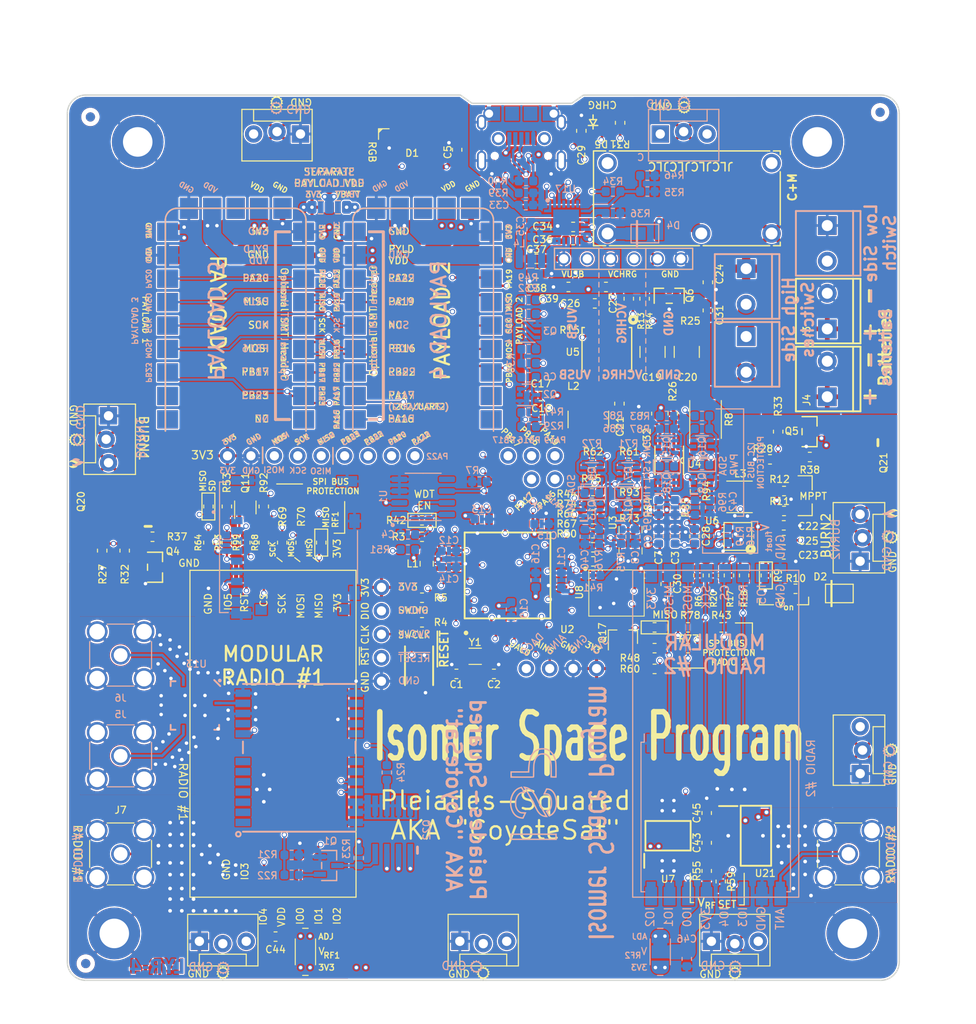
<source format=kicad_pcb>
(kicad_pcb (version 20211014) (generator pcbnew)
  (layers (0 "F.Cu" signal) (1 "In1.Cu" signal "Route2") (2 "In2.Cu" signal "Route15") (31 "B.Cu" signal) (34 "B.Paste" user) (35 "F.Paste" user) (36 "B.SilkS" user "B.Silkscreen") (37 "F.SilkS" user "F.Silkscreen") (38 "B.Mask" user) (39 "F.Mask" user) (44 "Edge.Cuts" user))
  (net 0 "")
  (net 1 "GND")
  (net 2 "3.3V")
  (net 3 "ENAB_BURN2")
  (net 4 "ENAB_BURN1")
  (net 5 "ENAB_GPS")
  (net 6 "SWCLK")
  (net 7 "SWDIO")
  (net 8 "~{RESET}")
  (net 9 "VSOLAR")
  (net 10 "L1_PROG")
  (net 11 "VBATT")
  (net 12 "USB_D+")
  (net 13 "USB_D-")
  (net 14 "GPS_PWR_IN")
  (net 15 "BURN_RELAY_A")
  (net 16 "Net-(U3-Pad11)")
  (net 17 "Net-(U3-Pad10)")
  (net 18 "Net-(U3-Pad9)")
  (net 19 "Net-(U1-Pad5)")
  (net 20 "Net-(R15-Pad1)")
  (net 21 "Net-(R13-Pad1)")
  (net 22 "Net-(R10-Pad1)")
  (net 23 "Net-(C25-Pad1)")
  (net 24 "Net-(C26-Pad1)")
  (net 25 "Net-(J1-PadDT)")
  (net 26 "Net-(J1-PadSW)")
  (net 27 "Net-(J1-Pad8)")
  (net 28 "Net-(J1-Pad1)")
  (net 29 "Net-(U14-Pad19)")
  (net 30 "Net-(U14-Pad16)")
  (net 31 "Net-(U14-Pad15)")
  (net 32 "Net-(U14-Pad14)")
  (net 33 "Net-(U14-Pad17)")
  (net 34 "Net-(U14-Pad18)")
  (net 35 "Net-(U14-Pad1)")
  (net 36 "Net-(U14-Pad3)")
  (net 37 "Net-(U14-Pad6)")
  (net 38 "Net-(U14-Pad5)")
  (net 39 "Net-(U14-Pad4)")
  (net 40 "Net-(U14-Pad2)")
  (net 41 "Net-(U14-Pad7)")
  (net 42 "Net-(U14-Pad9)")
  (net 43 "/RF and GPS/RF_IN")
  (net 44 "/Burn Wires/VBURN_A_IN")
  (net 45 "/Burn Wires/VBURN1")
  (net 46 "/Burn Wires/VBURN2")
  (net 47 "Net-(Q5-Pad1)")
  (net 48 "Net-(D4-PadA)")
  (net 49 "/Avionics/XTAL1")
  (net 50 "/Avionics/XTAL2")
  (net 51 "DAC0")
  (net 52 "/Avionics/BATTERY")
  (net 53 "MISO")
  (net 54 "SCK")
  (net 55 "MOSI")
  (net 56 "FLASH_CS")
  (net 57 "FLASH_SCK")
  (net 58 "FLASH_IO3")
  (net 59 "FLASH_IO2")
  (net 60 "FLASH_MISO")
  (net 61 "FLASH_MOSI")
  (net 62 "Net-(J5-Pad1)")
  (net 63 "Net-(J6-Pad1)")
  (net 64 "Net-(C12-Pad2)")
  (net 65 "Net-(C21-Pad1)")
  (net 66 "Net-(C27-Pad1)")
  (net 67 "Net-(JP8-Pad3)")
  (net 68 "Net-(JP9-Pad3)")
  (net 69 "Net-(JP10-Pad3)")
  (net 70 "Net-(L1-Pad2)")
  (net 71 "Net-(Q1-Pad1)")
  (net 72 "Net-(Q1-Pad3)")
  (net 73 "Net-(Q4-Pad1)")
  (net 74 "Net-(R6-Pad2)")
  (net 75 "Net-(R11-Pad1)")
  (net 76 "Net-(R16-Pad1)")
  (net 77 "Net-(R16-Pad2)")
  (net 78 "Net-(R18-Pad1)")
  (net 79 "Net-(U9-Pad19)")
  (net 80 "Net-(U9-Pad23)")
  (net 81 "Net-(U9-Pad2)")
  (net 82 "Net-(U10-Pad17)")
  (net 83 "Net-(U10-Pad18)")
  (net 84 "Net-(U10-Pad19)")
  (net 85 "Net-(U10-Pad20)")
  (net 86 "Net-(U10-Pad21)")
  (net 87 "Net-(U10-Pad22)")
  (net 88 "Net-(U10-Pad23)")
  (net 89 "Net-(U11-Pad17)")
  (net 90 "Net-(U11-Pad18)")
  (net 91 "Net-(U11-Pad19)")
  (net 92 "Net-(U11-Pad20)")
  (net 93 "Net-(U11-Pad21)")
  (net 94 "Net-(U11-Pad22)")
  (net 95 "Net-(U11-Pad23)")
  (net 96 "Net-(U12-Pad19)")
  (net 97 "Net-(U12-Pad2)")
  (net 98 "Net-(C21-Pad2)")
  (net 99 "Net-(C23-Pad1)")
  (net 100 "Net-(L3-Pad1)")
  (net 101 "Net-(R42-Pad2)")
  (net 102 "WDT_WDI")
  (net 103 "~{CHRG}")
  (net 104 "RX")
  (net 105 "TX")
  (net 106 "PB17")
  (net 107 "PA22")
  (net 108 "PA20")
  (net 109 "PB22")
  (net 110 "PB23")
  (net 111 "PA19")
  (net 112 "PB16")
  (net 113 "Net-(R24-Pad1)")
  (net 114 "Net-(U1-Pad1)")
  (net 115 "RF1_RST")
  (net 116 "RF1_CS")
  (net 117 "RF1_IO0")
  (net 118 "RF2_RST")
  (net 119 "RF2_CS")
  (net 120 "/RF and GPS/RF2_ANT")
  (net 121 "Net-(JP13-Pad3)")
  (net 122 "Net-(JP14-Pad3)")
  (net 123 "Net-(JP15-Pad3)")
  (net 124 "USB_CC2")
  (net 125 "Net-(J13-PadA8)")
  (net 126 "USB_CC1")
  (net 127 "Net-(J13-PadB8)")
  (net 128 "GNDREF")
  (net 129 "VBUS_IN")
  (net 130 "SCL")
  (net 131 "SDA")
  (net 132 "/Power/VCHRG_IN")
  (net 133 "Net-(C35-Pad2)")
  (net 134 "VCHRG")
  (net 135 "Net-(U17-Pad3)")
  (net 136 "Net-(C32-Pad2)")
  (net 137 "Net-(C36-Pad1)")
  (net 138 "THM")
  (net 139 "Net-(U4-Pad9)")
  (net 140 "Net-(U4-Pad8)")
  (net 141 "Net-(C36-Pad2)")
  (net 142 "Net-(D5-Pad2)")
  (net 143 "Net-(R36-Pad2)")
  (net 144 "Net-(U17-Pad10)")
  (net 145 "Net-(U17-Pad9)")
  (net 146 "Net-(U17-Pad6)")
  (net 147 "RF1_IO4")
  (net 148 "Net-(U15-Pad7)")
  (net 149 "Net-(U15-Pad11)")
  (net 150 "Net-(U23-Pad3)")
  (net 151 "Net-(U23-Pad15)")
  (net 152 "Net-(U24-Pad15)")
  (net 153 "Net-(U24-Pad3)")
  (net 154 "RF1_ANT")
  (net 155 "AIN5")
  (net 156 "Net-(D1-Pad2)")
  (net 157 "Net-(D1-Pad4)")
  (net 158 "Net-(U3-Pad4)")
  (net 159 "Net-(C25-Pad2)")
  (net 160 "Net-(C37-Pad2)")
  (net 161 "Net-(C39-Pad2)")
  (net 162 "SD_CS")
  (net 163 "Net-(R41-Pad1)")
  (net 164 "Net-(C6-Pad2)")
  (net 165 "Net-(C6-Pad1)")
  (net 166 "Net-(C8-Pad1)")
  (net 167 "Net-(C40-Pad1)")
  (net 168 "Net-(C41-Pad1)")
  (net 169 "Net-(C42-Pad1)")
  (net 170 "Net-(Q2-Pad2)")
  (net 171 "/Power/3V3_EN")
  (net 172 "Net-(Q3-Pad5)")
  (net 173 "SCL_IMU")
  (net 174 "Net-(Q7-Pad2)")
  (net 175 "Net-(Q12-Pad6)")
  (net 176 "SDA_IMU")
  (net 177 "Net-(Q8-Pad2)")
  (net 178 "Net-(Q13-Pad6)")
  (net 179 "MOSI_RF1")
  (net 180 "SCK_RF1")
  (net 181 "MISO_RF1")
  (net 182 "Net-(Q12-Pad2)")
  (net 183 "Net-(Q13-Pad2)")
  (net 184 "MOSI_RF2")
  (net 185 "SCK_RF2")
  (net 186 "SCL_PWR")
  (net 187 "Net-(Q15-Pad2)")
  (net 188 "Net-(Q15-Pad5)")
  (net 189 "SDA_PWR")
  (net 190 "Net-(Q16-Pad2)")
  (net 191 "Net-(Q16-Pad5)")
  (net 192 "MISO_RF2")
  (net 193 "Net-(Q18-Pad2)")
  (net 194 "Net-(Q19-Pad2)")
  (net 195 "VBUS_RESET")
  (net 196 "Net-(U4-Pad10)")
  (net 197 "Net-(Q3-Pad2)")
  (net 198 "STAT")
  (net 199 "/Power/REGN")
  (net 200 "Net-(R26-Pad2)")
  (net 201 "/Power/V_RF")
  (net 202 "VCC_RF2")
  (net 203 "VCC_RF1")
  (net 204 "ENAB_RF")
  (net 205 "Net-(Q11-Pad4)")
  (net 206 "Net-(Q11-Pad2)")
  (net 207 "Net-(Q11-Pad5)")
  (net 208 "Net-(Q11-Pad1)")
  (net 209 "Net-(Q17-Pad2)")
  (net 210 "Net-(Q17-Pad1)")
  (net 211 "VBATT_SENSE")
  (net 212 "MOSI_SD")
  (net 213 "SCK_SD")
  (net 214 "MISO_SD")
  (net 215 "Net-(U9-Pad14)")
  (net 216 "Net-(U10-Pad14)")
  (net 217 "Net-(U11-Pad14)")
  (net 218 "Net-(U9-Pad13)")
  (net 219 "Net-(U10-Pad13)")
  (net 220 "Net-(U11-Pad13)")
  (net 221 "Net-(U12-Pad13)")
  (net 222 "Net-(U12-Pad14)")
  (net 223 "Net-(U9-Pad1)")
  (net 224 "Net-(U10-Pad1)")
  (net 225 "Net-(U12-Pad1)")
  (net 226 "/RF and GPS/PYLD12_VDD")
  (net 227 "/RF and GPS/PYLD34_VDD")
  (net 228 "Net-(Q20-Pad4)")
  (net 229 "Net-(Q21-Pad4)")
  (net 230 "RF2_IO0")
  (net 231 "Net-(U15-Pad15)")
  (net 232 "Net-(U23-Pad7)")
  (net 233 "Net-(U24-Pad7)")
  (net 234 "Net-(U23-Pad8)")
  (net 235 "RF2_IO4")
  (net 236 "Net-(U15-Pad16)")
  (net 237 "Net-(U24-Pad8)")
  (net 238 "Net-(J16-Pad2)")
  (net 239 "Net-(J11-Pad4)")
  (net 240 "Net-(R55-Pad2)")
  (net 241 "Net-(U7-Pad4)")
  (net 242 "PA16")
  (net 243 "PA17")
  (footprint "mainboard:PWRDI-123" (layer "F.Cu") (at 182.118 106.474096)
    (fp_text reference "D2")
    (fp_text value "DFLS130L" hide)
  )
  (footprint "mainboard:MOLEX-1X3_LOCK" (layer "F.Cu") (at 102.6731 87.233596 -90)
    (fp_text reference "JP11" hide)
    (fp_text value "Conn_01x03" hide)
  )
  (footprint "mainboard:MOLEX-1X3_LOCK" (layer "F.Cu") (at 184.3961 102.981596 90)
    (fp_text reference "JP12" hide)
    (fp_text value "Conn_01x03" hide)
  )
  (footprint "mainboard:MOLEX-1X3_LOCK" (layer "F.Cu") (at 112.649 144.272)
    (fp_text reference "JP13" hide)
    (fp_text value "Conn_01x03" hide)
  )
  (footprint "mainboard:MOLEX-1X3_LOCK" (layer "F.Cu") (at 123.6056 56.584096 180)
    (fp_text reference "JP9" hide)
    (fp_text value "Conn_01x03" hide)
  )
  (footprint "mainboard:SCREWTERMINAL-3.5MM-2_LOCK" (layer "F.Cu") (at 180.7081 77.638496 90)
    (fp_text reference "J3")
    (fp_text value "1985807")
  )
  (footprint "mainboard:SCREWTERMINAL-3.5MM-2_LOCK" (layer "F.Cu") (at 180.7081 84.994096 90)
    (fp_text reference "J4")
    (fp_text value "1985807")
  )
  (footprint "Resistor_SMD:R_0603_1608Metric" (layer "F.Cu") (at 176.022 95.377 180)
    (fp_text reference "R12")
    (fp_text value "121K")
  )
  (footprint "Resistor_SMD:R_0603_1608Metric" (layer "F.Cu") (at 174.0535 104.521 -90)
    (fp_text reference "R9")
    (fp_text value "107K")
  )
  (footprint "Resistor_SMD:R_0603_1608Metric" (layer "F.Cu") (at 177.2631 105.966096)
    (fp_text reference "R10")
    (fp_text value "0")
  )
  (footprint "Resistor_SMD:R_0603_1608Metric" (layer "F.Cu") (at 168.402 104.521 90)
    (fp_text reference "R20")
    (fp_text value "3.01K")
  )
  (footprint "Capacitor_SMD:C_0603_1608Metric" (layer "F.Cu") (at 175.9931 99.097896)
    (fp_text reference "C22")
    (fp_text value "10uF")
  )
  (footprint "Capacitor_SMD:C_0603_1608Metric" (layer "F.Cu") (at 175.9931 102.235)
    (fp_text reference "C23")
    (fp_text value "2.2uF")
  )
  (footprint "Capacitor_SMD:C_0603_1608Metric" (layer "F.Cu") (at 166.291134 100.289196 -90)
    (fp_text reference "C28")
    (fp_text value "22uF")
  )
  (footprint "Resistor_SMD:R_0603_1608Metric" (layer "F.Cu") (at 178.816 91.694)
    (fp_text reference "R38")
    (fp_text value "100k")
  )
  (footprint "mainboard:PWP14_2P31X2P46-L" (layer "F.Cu") (at 156.8161 80.058096 -90)
    (fp_text reference "U5")
    (fp_text value "TPS54226PWPRPWP14_2P31X2P46-L" hide)
  )
  (footprint "Capacitor_SMD:C_0603_1608Metric" (layer "F.Cu") (at 149.733 87.63)
    (fp_text reference "C18")
    (fp_text value "22uF")
  )
  (footprint "Capacitor_SMD:C_0603_1608Metric" (layer "F.Cu") (at 149.6406 85.09)
    (fp_text reference "C17")
    (fp_text value "22uF")
  )
  (footprint "Capacitor_SMD:C_0603_1608Metric" (layer "F.Cu") (at 158.1785 85.9155 90)
    (fp_text reference "C21")
    (fp_text value "0.1uF")
  )
  (footprint "Resistor_SMD:R_0603_1608Metric" (layer "F.Cu") (at 152.781 76.5175 180)
    (fp_text reference "R15")
    (fp_text value "100K")
  )
  (footprint "Capacitor_SMD:C_0603_1608Metric" (layer "F.Cu") (at 155.5115 75.057 180)
    (fp_text reference "C26")
    (fp_text value "3.3nF")
  )
  (footprint "mainboard:SOT-23" (layer "F.Cu") (at 178.7871 88.948096 -90)
    (fp_text reference "Q5")
    (fp_text value "IRLML2803" hide)
  )
  (footprint "Resistor_SMD:R_0603_1608Metric" (layer "F.Cu") (at 166.751 104.521 -90)
    (fp_text reference "R6")
    (fp_text value "4.7K")
  )
  (footprint "Resistor_SMD:R_0603_1608Metric" (layer "F.Cu") (at 163.449 76.962)
    (fp_text reference "R25")
    (fp_text value "10K")
  )
  (footprint "mainboard:QFP50P1200X1200X120-64N" (layer "F.Cu") (at 146.05 104.521 90)
    (fp_text reference "U2")
    (fp_text value "ATSAMD51J19A-AU" hide)
  )
  (footprint "mainboard:NDS8434" (layer "F.Cu") (at 104.902 96.52 90)
    (fp_text reference "Q20")
    (fp_text value "NDS8434" hide)
  )
  (footprint "Resistor_SMD:R_0603_1608Metric" (layer "F.Cu") (at 102.1151 101.834096 -90)
    (fp_text reference "R27")
    (fp_text value "10K")
  )
  (footprint "mainboard:SOT-23" (layer "F.Cu") (at 107.842904 103.632 -90)
    (fp_text reference "Q4")
    (fp_text value "IRLML2803" hide)
  )
  (footprint "Resistor_SMD:R_0603_1608Metric" (layer "F.Cu") (at 107.569 100.33 180)
    (fp_text reference "R37")
    (fp_text value "100k")
  )
  (footprint "mainboard:NDS8434" (layer "F.Cu") (at 183.515 92.329 180)
    (fp_text reference "Q21")
    (fp_text value "NDS8434" hide)
  )
  (footprint "Inductor_SMD:L_1812_4532Metric" (layer "F.Cu") (at 171.196 96.012)
    (fp_text reference "L3")
    (fp_text value "33uH")
  )
  (footprint "mainboard:XTB40_payload" (layer "F.Cu") (at 124.20346 64.7573 180)
    (fp_text reference "U10" hide)
    (fp_text value "XTB-40" hide)
  )
  (footprint "mainboard:XTB40_payload" (layer "F.Cu") (at 144.52346 64.7573 180)
    (fp_text reference "U12" hide)
    (fp_text value "XTB-40" hide)
  )
  (footprint "Resistor_SMD:R_0603_1608Metric" (layer "F.Cu") (at 136.779 100.33)
    (fp_text reference "R3")
    (fp_text value "10K")
  )
  (footprint "Connector_PinHeader_2.54mm:PinHeader_1x05_P2.54mm_Vertical" (layer "F.Cu") (at 132.3848 105.8164)
    (fp_text reference "J2" hide)
    (fp_text value "Conn_01x05")
  )
  (footprint "mainboard:SON127P600X500X90-9N" (layer "F.Cu") (at 157.861 106.426)
    (fp_text reference "U8")
    (fp_text value "MR25H40MDF")
  )
  (footprint "Resistor_SMD:R_0603_1608Metric" (layer "F.Cu") (at 155.321 95.377)
    (fp_text reference "R45")
    (fp_text value "10K")
  )
  (footprint "mainboard:QFN-16-PAD" (layer "F.Cu") (at 171.0161 100.296496 180)
    (fp_text reference "U6")
    (fp_text value "LTC4121" hide)
  )
  (footprint "Connector_PinHeader_2.54mm:PinHeader_1x09_P2.54mm_Vertical" (layer "F.Cu") (at 115.697 91.567 90)
    (fp_text reference "J8" hide)
    (fp_text value "Conn_01x09")
  )
  (footprint "Resistor_SMD:R_0603_1608Metric" (layer "F.Cu") (at 136.779 109.601 180)
    (fp_text reference "R4")
    (fp_text value "10K")
  )
  (footprint "MountingHole:MountingHole_3.2mm_M3_DIN965_Pad" (layer "F.Cu") (at 105.9661 57.5691)
    (fp_text reference "H1" hide)
    (fp_text value "MountingHole_Pad")
  )
  (footprint "MountingHole:MountingHole_3.2mm_M3_DIN965_Pad" (layer "F.Cu") (at 103.4261 143.2941)
    (fp_text reference "H2" hide)
    (fp_text value "MountingHole_Pad")
  )
  (footprint "MountingHole:MountingHole_3.2mm_M3_DIN965_Pad" (layer "F.Cu") (at 183.4261 143.2941)
    (fp_text reference "H3" hide)
    (fp_text value "MountingHole_Pad")
  )
  (footprint "MountingHole:MountingHole_3.2mm_M3_DIN965_Pad" (layer "F.Cu") (at 179.6261 57.5691)
    (fp_text reference "H4" hide)
    (fp_text value "MountingHole_Pad")
  )
  (footprint "Fiducial:Fiducial_1mm_Mask2mm" (layer "F.Cu") (at 100.33 146.558)
    (fp_text reference "REF1T" hide)
    (fp_text value "Fiducial_1mm_Mask2mm")
  )
  (footprint "mainboard:MOLEX-1X3_LOCK" (layer "F.Cu") (at 184.404 125.984 90)
    (fp_text reference "JP15" hide)
    (fp_text value "Conn_01x03" hide)
  )
  (footprint "mainboard:MOLEX-1X3_LOCK" (layer "F.Cu") (at 168.148 144.272)
    (fp_text reference "JP14" hide)
    (fp_text value "Conn_01x03" hide)
  )
  (footprint "mainboard:USB_C_Receptacle_XKB_U262-161N-4BVC11" (layer "F.Cu") (at 148.0566 55.0418 180)
    (fp_text reference "J13" hide)
    (fp_text value "USB_C_Receptacle_USB2.0")
  )
  (footprint "mainboard:RELAY_PE014006" (layer "F.Cu") (at 174.0881 59.865096 90)
    (fp_text reference "U16" hide)
    (fp_text value "PE014006" hide)
  )
  (footprint "Capacitor_SMD:C_0603_1608Metric" (layer "F.Cu") (at 154.051 56.368 90)
    (fp_text reference "C29")
    (fp_text value "4.7uF")
  )
  (footprint "Resistor_SMD:R_0603_1608Metric" (layer "F.Cu") (at 158.2547 55.499 -90)
    (fp_text reference "R31")
    (fp_text value "10K")
  )
  (footprint "mainboard:layers" (layer "F.Cu") (at 108.204 148.59)
    (fp_text reference "REF**" hide)
    (fp_text value "Val**" hide)
  )
  (footprint "Connector_Coaxial:SMA_Amphenol_901-144_Vertical" (layer "F.Cu") (at 183.007 134.684096)
    (fp_text reference "J12" hide)
    (fp_text value "Amphenol_901-144")
  )
  (footprint "Capacitor_SMD:C_0603_1608Metric" (layer "F.Cu") (at 153.162 66.7766 180)
    (fp_text reference "C34")
    (fp_text value "4.7uF")
  )
  (footprint "Capacitor_SMD:C_0603_1608Metric" (layer "F.Cu") (at 149.225 71.8185)
    (fp_text reference "C38")
    (fp_text value "22uF")
  )
  (footprint "Resistor_SMD:R_0603_1608Metric" (layer "F.Cu") (at 159.1945 74.549 -90)
    (fp_text reference "R13")
    (fp_text value "73.2K")
  )
  (footprint "Capacitor_SMD:C_0603_1608Metric" (layer "F.Cu") (at 152.654 73.279)
    (fp_text reference "C39")
    (fp_text value "10uF")
  )
  (footprint "mainboard:sun" (layer "F.Cu") (at 99.2886 89.8652)
    (fp_text reference "REF**" hide)
    (fp_text value "Val**" hide)
  )
  (footprint "mainboard:flame" (layer "F.Cu") (at 99.2632 92.3798 -90)
    (fp_text reference "REF**" hide)
    (fp_text value "Val**" hide)
  )
  (footprint "mainboard:flame" (layer "F.Cu") (at 187.6298 97.8408 90)
    (fp_text reference "REF**" hide)
    (fp_text value "Val**" hide)
  )
  (footprint "mainboard:sun" (layer "F.Cu") (at 187.6044 100.3554 180)
    (fp_text reference "REF**" hide)
    (fp_text value "Val**" hide)
  )
  (footprint "mainboard:sun" (layer "F.Cu") (at 120.9802 53.34 -90)
    (fp_text reference "REF**" hide)
    (fp_text value "Val**" hide)
  )
  (footprint "mainboard:sun" (layer "F.Cu") (at 165.1508 53.8988 -90)
    (fp_text reference "REF**" hide)
    (fp_text value "Val**" hide)
  )
  (footprint "mainboard:sun" (layer "F.Cu") (at 187.6044 123.3424 180)
    (fp_text reference "REF**" hide)
    (fp_text value "Val**" hide)
  )
  (footprint "mainboard:sun" (layer "F.Cu") (at 143.465409 147.4978 90)
    (fp_text reference "REF**" hide)
    (fp_text value "Val**" hide)
  )
  (footprint "mainboard:sun" (layer "F.Cu") (at 115.2398 147.4724 90)
    (fp_text reference "REF**" hide)
    (fp_text value "Val**" hide)
  )
  (footprint "Connector_Coaxial:SMA_Amphenol_901-144_Vertical" (layer "F.Cu") (at 104.1111 134.684096)
    (fp_text reference "J7")
    (fp_text value "Amphenol_901-144")
  )
  (footprint "LED_SMD:LED_WS2812B_PLCC4_5.0x5.0mm_P3.2mm" (layer "F.Cu") (at 135.636 58.674 180)
    (fp_text reference "D1")
    (fp_text value "WS2812B")
  )
  (footprint "Resistor_SMD:R_0603_1608Metric" (layer "F.Cu") (at 169.2275 110.1471)
    (fp_text reference "R43")
    (fp_text value "10K")
  )
  (footprint "Resistor_SMD:R_0603_1608Metric" (layer "F.Cu") (at 155.321 102.997 180)
    (fp_text reference "R50")
    (fp_text value "10K")
  )
  (footprint "Capacitor_SMD:C_0603_1608Metric" (layer "F.Cu") (at 162.433 100.289196 -90)
    (fp_text reference "C7")
    (fp_text value "0.1uF")
  )
  (footprint "mainboard:BMX160" (layer "F.Cu") (at 159.385 100.711 -90)
    (fp_text reference "U3")
    (fp_text value "BMX160" hide)
  )
  (footprint "Capacitor_SMD:C_0603_1608Metric" (layer "F.Cu") (at 164.211 100.289196 90)
    (fp_text reference "C3")
    (fp_text value "0.1uF")
  )
  (footprint "Capacitor_SMD:C_0603_1608Metric" (layer "F.Cu") (at 163.195 105.458096 -90)
    (fp_text reference "C30")
    (fp_text value "0.1uF")
  )
  (footprint "Resistor_SMD:R_0603_1608Metric" (layer "F.Cu") (at 136.779 106.934)
    (fp_text reference "R5")
    (fp_text value "10K")
  )
  (footprint "Resistor_SMD:R_0603_1608Metric" (layer "F.Cu") (at 136.779 98.552 180)
    (fp_text reference "R42")
    (fp_text value "10K")
  )
  (footprint "mainboard:version" (layer "F.Cu") (at 134.62 145.161)
    (fp_text reference "REF**" hide)
    (fp_text value "Val**" hide)
  )
  (footprint "Inductor_SMD:L_0805_2012Metric_Pad1.15x1.40mm_HandSolder" (layer "F.Cu") (at 137.287 103.251 -90)
    (fp_text reference "L1")
    (fp_text value "10uH")
  )
  (footprint "Capacitor_SMD:C_0603_1608Metric" (layer "F.Cu") (at 175.9931 100.700296)
    (fp_text reference "C25")
    (fp_text value "22nF")
  )
  (footprint "Resistor_SMD:R_0603_1608Metric" (layer "F.Cu") (at 176.022 97.536)
    (fp_text reference "R11")
    (fp_text value "787K")
  )
  (footprint "Capacitor_SMD:C_0603_1608Metric" (layer "F.Cu") (at 140.589 58.42 90)
    (fp_text reference "C5")
    (fp_text value "0.1uF")
  )
  (footprint "Capacitor_SMD:C_0603_1608Metric" (layer "F.Cu") (at 156.718 73.279 180)
    (fp_text reference "C27")
    (fp_text value "1uF")
  )
  (footprint "Capacitor_SMD:C_0603_1608Metric" (layer "F.Cu") (at 149.187 70.231)
    (fp_text reference "C37")
    (fp_text value "22uF")
  )
  (footprint "Resistor_SMD:R_0805_2012Metric" (layer "F.Cu") (at 125.79453 64.643)
    (fp_text reference "R54" hide)
    (fp_text value "0")
  )
  (footprint "Resistor_SMD:R_0805_2012Metric" (layer "F.Cu") (at 127.66953 64.643)
    (fp_text reference "R56" hide)
    (fp_text value "0")
  )
  (footprint "Resistor_SMD:R_0603_1608Metric" (layer "F.Cu") (at 155.321 99.949)
    (fp_text reference "R66")
    (fp_text value "10K")
  )
  (footprint "Resistor_SMD:R_0603_1608Metric" (layer "F.Cu") (at 155.321 101.473)
    (fp_text reference "R67")
    (fp_text value "10K")
  )
  (footprint "Resistor_SMD:R_0603_1608Metric" (layer "F.Cu") (at 159.258 96.901 180)
    (fp_text reference "R73")
    (fp_text value "100K")
  )
  (footprint "Resistor_SMD:R_0603_1608Metric" (layer "F.Cu") (at 155.321 98.425 180)
    (fp_text reference "R74")
    (fp_text value "100K")
  )
  (footprint "Resistor_SMD:R_0603_1608Metric" (layer "F.Cu") (at 162.433 97.155 90)
    (fp_text reference "R84")
    (fp_text value "10K")
  )
  (footprint "Resistor_SMD:R_0603_1608Metric" (layer "F.Cu") (at 164.211 97.155 90)
    (fp_text reference "R85")
    (fp_text value "10K")
  )
  (footprint "Resistor_SMD:R_0603_1608Metric" (layer "F.Cu") (at 159.258 93.853)
    (fp_text reference "R93")
    (fp_text value "100K")
  )
  (footprint "Resistor_SMD:R_0603_1608Metric" (layer "F.Cu") (at 166.37 95.377 90)
    (fp_text reference "R94")
    (fp_text value "100K")
  )
  (footprint "Resistor_SMD:R_0603_1608Metric" (layer "F.Cu") (at 155.321 96.901 180)
    (fp_text reference "R44")
    (fp_text value "10K")
  )
  (footprint "Capacitor_SMD:C_0603_1608Metric" (layer "F.Cu") (at 144.5768 115.18392)
    (fp_text reference "C2")
    (fp_text value "8pF")
  )
  (footprint "Crystal:Crystal_SMD_3215-2Pin_3.2x1.5mm" (layer "F.Cu") (at 142.5448 113.27892 180)
    (fp_text reference "Y1")
    (fp_text value "32.768kHz")
  )
  (footprint "Capacitor_SMD:C_0603_1608Metric" (layer "F.Cu") (at 140.5128 115.18392 180)
    (fp_text reference "C1")
    (fp_text value "8pF")
  )
  (footprint "Resistor_SMD:R_0603_1608Metric" (layer "F.Cu") (at 155.321 92.329)
    (fp_text reference "R62")
    (fp_text value "10K")
  )
  (footprint "mainboard:PinHeader_CUSTOM3" (layer "F.Cu") (at 148.6535 94.107 90)
    (fp_text reference "J15" hide)
    (fp_text value "Conn_01x02")
  )
  (footprint "Resistor_SMD:R_0603_1608Metric" (layer "F.Cu") (at 160.909 74.549 90)
    (fp_text reference "R14")
    (fp_text value "22.1K")
  )
  (footprint "Connector_PinHeader_2.54mm:PinHeader_1x03_P2.54mm_Vertical" (layer "F.Cu") (at 146.1135 91.567 90)
    (fp_text reference "J9" hide)
    (fp_text value "Conn_01x03")
  )
  (footprint "LED_SMD:LED_0603_1608Metric" (layer "F.Cu") (at 156.2935 55.499 90)
    (fp_text reference "D5")
    (fp_text value "GREEN LED")
  )
  (footprint "mainboard:MOLEX-1X3_LOCK" (layer "F.Cu") (at 140.8811 144.272)
    (fp_text reference "JP8" hide)
    (fp_text value "Conn_01x03" hide)
  )
  (footprint "Resistor_SMD:R_2512_6332Metric" (layer "F.Cu") (at 167.513 87.63 -90)
    (fp_text reference "R8")
    (fp_text value "0.1")
  )
  (footprint "mainboard:L_2141" (layer "F.Cu") (at 154.813 87.63 -90)
    (fp_text reference "L2")
    (fp_text value "3.3uH")
  )
  (footprint "mainboard:SOT-23" (layer "F.Cu") (at 163.576 74.2315)
    (fp_text reference "Q6" hide)
    (fp_text value "MMBT2222AT" hide)
  )
  (footprint "Resistor_SMD:R_0603_1608Metric" (layer "F.Cu") (at 174.498 91.948 180)
    (fp_text reference "R28")
    (fp_text value "10K")
  )
  (footprint "Resistor_SMD:R_0603_1608Metric" (layer "F.Cu") (at 175.387 88.948096 -90)
    (fp_text reference "R33")
    (fp_text value "4.7K")
  )
  (footprint "Capacitor_SMD:C_1210_3225Metric" (layer "F.Cu") (at 161.7691 80.312096 90)
    (fp_text reference "C19")
    (fp_text value "100uF")
  )
  (footprint "Capacitor_SMD:C_1210_3225Metric" (layer "F.Cu") (at 165.481 80.312096 90)
    (fp_text reference "C20")
    (fp_text value "100uF")
  )
  (footprint "Resistor_SMD:R_0603_1608Metric" (layer "F.Cu") (at 159.258 92.329)
    (fp_text reference "R61")
    (fp_text value "10K")
  )
  (footprint "Capacitor_SMD:C_0603_1608Metric" (layer "F.Cu") (at 167.767 72.771 -90)
    (fp_text reference "C24")
    (fp_text value "0.1uF")
  )
  (footprint "Resistor_SMD:R_0603_1608Metric" (layer "F.Cu") (at 163.957 86.995 -90)
    (fp_text reference "R26")
    (fp_text value "1K")
  )
  (footprint "mainboard:ADM1176-1ARMZ-R7" (layer "F.Cu") (at 163.576 92.075 -90)
    (fp_text reference "U4")
    (fp_text value "ADM1176-1ARMZ-R7" hide)
  )
  (footprint "mainboard:RFM95PW" (layer "F.Cu") (at 121.1291 121.666 -90)
    (fp_text reference "U23" hide)
    (fp_text value "RFM98PW" hide)
  )
  (footprint "mainboard:sun" (layer "F.Cu") (at 170.7388 147.4978 90)
    (fp_text reference "REF**" hide)
    (fp_text value "Val**" hide)
  )
  (footprint "Resistor_SMD:R_0603_1608Metric" (layer "F.Cu") (at 167.64 136.525 -90)
    (fp_text reference "R55")
    (fp_text value "10K")
  )
  (footprint "Resistor_SMD:R_0603_1608Metric" (layer "F.Cu") (at 170.053 104.521 -90)
    (fp_text reference "R17")
    (fp_text value "100k")
  )
  (footprint "Resistor_SMD:R_0603_1608Metric" (layer "F.Cu") (at 171.70304 104.521 -90)
    (fp_text reference "R18")
    (fp_text value "100k")
  )
  (footprint "mainboard:BTN_KMR2_4.6X2.8" (layer "F.Cu") (at 136.4615 114.3 90)
    (fp_text reference "SW1" hide)
    (fp_text value "KMR231NG LFS" hide)
  )
  (footprint "Connector_PinHeader_2.54mm:PinHeader_1x04_P2.54mm_Vertical" (layer "F.Cu") (at 148.082 114.6048 90)
    (fp_text reference "J10" hide)
    (fp_text value "Conn_01x04")
  )
  (footprint "Capacitor_SMD:C_0603_1608Metric" (layer "F.Cu") (at 167.767 75.819 90)
    (fp_text reference "C31")
    (fp_text value "22uF")
  )
  (footprint "Resistor_SMD:R_0603_1608Metric" (layer "F.Cu") (at 115.6291 100.965 90)
    (fp_text reference "R63")
    (fp_text value "1K")
  )
  (footprint "Resistor_SMD:R_0603_1608Metric" (layer "F.Cu") (at 113.6291 100.965 90)
    (fp_text reference "R64")
    (fp_text value "1K")
  )
  (footprint "Resistor_SMD:R_0603_1608Metric" (layer "F.Cu") (at 119.6291 100.965 -90)
    (fp_text reference "R68")
    (fp_text value "4.7K")
  )
  (footprint "Resistor_SMD:R_0603_1608Metric" (layer "F.Cu") (at 121.6291 100.965 90)
    (fp_text reference "R69")
    (fp_text value "1K")
  )
  (footprint "Resistor_SMD:R_0603_1608Metric" (layer "F.Cu") (at 161.9885 110.1471 180)
    (fp_text reference "R107" hide)
    (fp_text value "0")
  )
  (footprint "Resistor_SMD:R_0603_1608Metric" (layer "F.Cu") (at 113.6291 97.0534 90)
    (fp_text reference "R104" hide)
    (fp_text value "0")
  )
  (footprint "Resistor_SMD:R_0603_1608Metric" (layer "F.Cu") (at 119.6291 97.0534 90)
    (fp_text reference "R92")
    (fp_text value "4.7K")
  )
  (footprint "Package_TO_SOT_SMD:SOT-363_SC-70-6" (layer "F.Cu") (at 117.6291 97.155 90)
    (fp_text reference "Q11")
    (fp_text value "MMDT2907")
  )
  (footprint "Resistor_SMD:R_0603_1608Metric" (layer "F.Cu") (at 165.608 110.1471 180)
    (fp_text reference "R78")
    (fp_text value "1K")
  )
  (footprint "Resistor_SMD:R_0603_1608Metric" (layer "F.Cu") (at 161.9885 114.6429)
    (fp_text reference "R60")
    (fp_text value "4.7K")
  )
  (footprint "Resistor_SMD:R_0603_1608Metric" (layer "F.Cu") (at 161.9885 112.395)
    (fp_text reference "R48")
    (fp_text value "0")
  )
  (footprint "Resistor_SMD:R_0603_1608Metric" (layer "F.Cu") (at 165.608 112.395)
    (fp_text reference "R77")
    (fp_text value "1K")
  )
  (footprint "Resistor_SMD:R_0603_1608Metric" (layer "F.Cu") (at 115.6291 97.0534 -90)
    (fp_text reference "R53")
    (fp_text value "0")
  )
  (footprint "Resistor_SMD:R_0603_1608Metric" (layer "F.Cu") (at 117.6291 100.965 -90)
    (fp_text reference "R99")
    (fp_text value "0")
  )
  (footprint "Resistor_SMD:R_0603_1608Metric" (layer "F.Cu") (at 123.6291 100.965 -90)
    (fp_text reference "R70")
    (fp_text value "1K")
  )
  (footprint "Resistor_SMD:R_0603_1608Metric" (layer "F.Cu") (at 125.857 100.965 90)
    (fp_text reference "R101" hide)
    (fp_text value "0")
  )
  (footprint "Package_TO_SOT_SMD:SOT-23" (layer "F.Cu") (at 158.5595 111.1885 90)
    (fp_text reference "Q17")
    (fp_text value "MMBT2907")
  )
  (footprint "mainboard:TPS7A4501DCQT" (layer "F.Cu") (at 172.974 132.715)
    (fp_text reference "U21")
    (fp_text value "TPS7A4501DCQT" hide)
  )
  (footprint "mainboard:SolderJumper-3_P1.3mm_Bridged12_RoundedPad1.0x1.5mm" (layer "F.Cu") (at 124.1425 145.288 -90)
    (fp_text reference "JP6" hide)
    (fp_text value "Jumper_3_Bridged12")
  )
  (footprint "Capacitor_SMD:C_0603_1608Metric" (layer "F.Cu") (at 120.904 143.637)
    (fp_text reference "C44")
    (fp_text value "10uF")
  )
  (footprint "Capacitor_SMD:C_0603_1608Metric" (layer "F.Cu") (at 167.64 130.2512 -90)
    (fp_text reference "C45")
    (fp_text value "0.1uF")
  )
  (footprint "Resistor_SMD:R_0603_1608Metric" (layer "F.Cu") (at 169.164 137.668 -90)
    (fp_text reference "R59")
    (fp_text value "3.3K")
  )
  (footprint "Capacitor_SMD:C_0603_1608Metric" (layer "F.Cu") (at 167.64 133.477 -90)
    (fp_text reference "C43")
    (fp_text value "10uF")
  )
  (footprint "Capacitor_SMD:C_0603_1608Metric" (layer "F.Cu") (at 153.162 68.199)
    (fp_text reference "C36")
    (fp_text value "47nF")
  )
  (footprint "Resistor_SMD:R_0603_1608Metric" (layer "F.Cu") (at 104.5535 101.834096 90)
    (fp_text reference "R32")
    (fp_text value "4.7K")
  )
  (footprint "Capacitor_SMD:C_0603_1608Metric" (layer "F.Cu") (at 161.163 86.995 -90)
    (fp_text reference "C32")
    (fp_text value "3.3nF")
  )
  (footprint "mainboard:SOIC127P600X175-8N" (layer "F.Cu") (at 163.449 132.715 90)
    (fp_text reference "U7")
    (fp_text value "KF50BD-TR" hide)
  )
  (footprint "Fiducial:Fiducial_1mm_Mask2mm" (layer "F.Cu") (at 100.838 54.864 90)
    (fp_text reference "REF2T" hide)
    (fp_text value "Fiducial_1mm_Mask2mm")
  )
  (footprint "" (layer "F.Cu") (at 155.321 55.753 -90)
    (fp_text reference "REF**" hide)
    (fp_text value "Val**" hide)
  )
  (footprint "Fiducial:Fiducial_1mm_Mask2mm" (layer "F.Cu") (at 186.436 54.356)
    (fp_text reference "REF3T" hide)
    (fp_text value "Fiducial_1mm_Mask2mm")
  )
  (footprint "mainboard:MOLEX-1X3_LOCK" (layer "B.Cu") (at 162.6041 56.584096)
    (fp_text reference "JP10" hide)
    (fp_text value "Conn_01x03" hide)
  )
  (footprint "mainboard:S1216_24PIN_PACKAGE" (layer "B.Cu") (at 123.220562 123.652543 180)
    (fp_text reference "U14" hide)
    (fp_text value "S1216V8" hide)
  )
  (footprint "mainboard:QFN32-5X5MM" (layer "B.Cu") (at 112.161878 118.60415 180)
    (fp_text reference "U13")
    (fp_text value "EP2W+")
  )
  (footprint "Capacitor_SMD:C_0603_1608Metric" (layer "B.Cu") (at 135.255 100.076)
    (fp_text reference "C4")
    (fp_text value "1uF")
  )
  (footprint "Capacitor_SMD:C_0603_1608Metric" (layer "B.Cu") (at 151.892 105.029 90)
    (fp_text reference "C11")
    (fp_text value "0.1uF")
  )
  (footprint "Capacitor_SMD:C_0603_1608Metric" (layer "B.Cu") (at 149.098 105.029 90)
    (fp_text reference "C16")
    (fp_text value "10uF")
  )
  (footprint "Resistor_SMD:R_0603_1608Metric" (layer "B.Cu") (at 164.211 100.289196 -90)
    (fp_text reference "R2" hide)
    (fp_text value "110K")
  )
  (footprint "mainboard:NDS8434" (layer "B.Cu") (at 133.604 132.08 180)
    (fp_text reference "Q22")
    (fp_text value "NDS8434" hide)
  )
  (footprint "Resistor_SMD:R_0603_1608Metric" (layer "B.Cu") (at 122.6531 136.954096)
    (fp_text reference "R22")
    (fp_text value "4.7K")
  )
  (footprint "Resistor_SMD:R_0603_1608Metric" (layer "B.Cu") (at 122.6531 134.795096)
    (fp_text reference "R21")
    (fp_text value "10K")
  )
  (footprint "Resistor_SMD:R_0603_1608Metric" (layer "B.Cu") (at 129.921 135.128 -90)
    (fp_text reference "R23")
    (fp_text value "3.3K")
  )
  (footprint "mainboard:SOT-23" (layer "B.Cu") (at 126.7171 135.938096 90)
    (fp_text reference "Q1")
    (fp_text value "IRLML2803" hide)
  )
  (footprint "Resistor_SMD:R_0603_1608Metric" (layer "B.Cu") (at 143.002 94.361)
    (fp_text reference "R7")
    (fp_text value "10K")
  )
  (footprint "Capacitor_SMD:C_0603_1608Metric" (layer "B.Cu") (at 143.256 98.425)
    (fp_text reference "C13")
    (fp_text value "1uF")
  )
  (footprint "mainboard:XTB40_payload" (layer "B.Cu") (at 129.286 64.7573)
    (fp_text reference "U11" hide)
    (fp_text value "XTB-40" hide)
  )
  (footprint "mainboard:MOLEX_503182-1852" (layer "B.Cu") (at 123.063 101.473 -90)
    (fp_text reference "J1" hide)
    (fp_text value "503182-1852")
  )
  (footprint "Capacitor_SMD:C_0603_1608Metric" (layer "B.Cu") (at 146.431 108.204 -90)
    (fp_text reference "C10")
    (fp_text value "0.1uF")
  )
  (footprint "Capacitor_SMD:C_0603_1608Metric" (layer "B.Cu") (at 139.7 101.854 180)
    (fp_text reference "C12")
    (fp_text value "1uF")
  )
  (footprint "Package_SO:SO-8_3.9x4.9mm_P1.27mm" (layer "B.Cu") (at 136.906 96.012)
    (fp_text reference "U1")
    (fp_text value "MAX706RESA")
  )
  (footprint "Fiducial:Fiducial_1mm_Mask2mm" (layer "B.Cu") (at 186.436 54.356)
    (fp_text reference "REF1B" hide)
    (fp_text value "Fiducial_1mm_Mask2mm")
  )
  (footprint "Resistor_SMD:R_0603_1608Metric" (layer "B.Cu") (at 148.0566 61.7982)
    (fp_text reference "R40")
    (fp_text value "5.1K")
  )
  (footprint "Connector_Coaxial:SMA_Amphenol_901-144_Vertical" (layer "B.Cu") (at 104.1111 113.148708)
    (fp_text reference "J6")
    (fp_text value "Amphenol_901-144")
  )
  (footprint "mainboard:RFM95PW" (layer "B.Cu") (at 168.11752 121.666 -90)
    (fp_text reference "U24" hide)
    (fp_text value "RFM98PW" hide)
  )
  (footprint "mainboard:QFN50P400X400X100-25N-D" (layer "B.Cu") (at 152.4 66.294 -90)
    (fp_text reference "U17")
    (fp_text value "BQ25883RGER" hide)
  )
  (footprint "Resistor_SMD:R_0603_1608Metric" (layer "B.Cu") (at 157.48 65.278 180)
    (fp_text reference "R36")
    (fp_text value "3.16K")
  )
  (footprint "Capacitor_SMD:C_0603_1608Metric" (layer "B.Cu") (at 148.6662 67.0306 90)
    (fp_text reference "C35")
    (fp_text value "10uF")
  )
  (footprint "Resistor_SMD:R_0603_1608Metric" (layer "B.Cu") (at 161.2138 62.9412 180)
    (fp_text reference "R35")
    (fp_text value "30.1K")
  )
  (footprint "Capacitor_SMD:C_0603_1608Metric" (layer "B.Cu") (at 148.0312 64.4144 180)
    (fp_text reference "C33")
    (fp_text value "1uF")
  )
  (footprint "Resistor_SMD:R_0603_1608Metric" (layer "B.Cu") (at 157.48 62.9412)
    (fp_text reference "R34")
    (fp_text value "5.23K")
  )
  (footprint "Resistor_SMD:R_0603_1608Metric" (layer "B.Cu") (at 148.0566 63.0936 180)
    (fp_text reference "R39")
    (fp_text value "5.1K")
  )
  (footprint "mainboard:flame" (layer "B.Cu") (at 99.568 92.329 90)
    (fp_text reference "REF**" hide)
    (fp_text value "Val**" hide)
  )
  (footprint "mainboard:sun" (layer "B.Cu") (at 99.695 89.789)
    (fp_text reference "REF**" hide)
    (fp_text value "Val**" hide)
  )
  (footprint "mainboard:flame" (layer "B.Cu") (at 187.325 97.79 -90)
    (fp_text reference "REF**" hide)
    (fp_text value "Val**" hide)
  )
  (footprint "mainboard:sun" (layer "B.Cu") (at 187.198 100.33 180)
    (fp_text reference "REF**" hide)
    (fp_text value "Val**" hide)
  )
  (footprint "mainboard:sun" (layer "B.Cu") (at 121.031 53.975 -90)
    (fp_text reference "REF**" hide)
    (fp_text value "Val**" hide)
  )
  (footprint "mainboard:sun" (layer "B.Cu") (at 115.189 146.939 90)
    (fp_text reference "REF**" hide)
    (fp_text value "Val**" hide)
  )
  (footprint "mainboard:sun" (layer "B.Cu") (at 142.621 146.812 90)
    (fp_text reference "REF**" hide)
    (fp_text value "Val**" hide)
  )
  (footprint "mainboard:sun" (layer "B.Cu") (at 170.688 146.812 90)
    (fp_text reference "REF**" hide)
    (fp_text value "Val**" hide)
  )
  (footprint "mainboard:sun" (layer "B.Cu") (at 187.325 123.571 180)
    (fp_text reference "REF**" hide)
    (fp_text value "Val**" hide)
  )
  (footprint "mainboard:sun" (layer "B.Cu") (at 165.227 53.3908 -90)
    (fp_text reference "REF**" hide)
    (fp_text value "Val**" hide)
  )
  (footprint "mainboard:10118194-0001LF" (layer "B.Cu") (at 147.5486 54.5084)
    (fp_text reference "J11" hide)
    (fp_text value "10118194-0001LF" hide)
  )
  (footprint "Connector_Coaxial:SMA_Amphenol_901-144_Vertical" (layer "B.Cu") (at 104.1111 124.058896)
    (fp_text reference "J5")
    (fp_text value "Amphenol_901-144")
  )
  (footprint "Capacitor_SMD:C_0603_1608Metric" (layer "B.Cu") (at 162.433 100.289196 -90)
    (fp_text reference "C9")
    (fp_text value "0.1uF")
  )
  (footprint "Resistor_SMD:R_0603_1608Metric" (layer "B.Cu") (at 155.321 104.517 180)
    (fp_text reference "R41")
    (fp_text value "10K")
  )
  (footprint "Capacitor_SMD:C_0603_1608Metric" (layer "B.Cu") (at 149.733 98.933)
    (fp_text reference "C15")
    (fp_text value "1uF")
  )
  (footprint "Resistor_SMD:R_0603_1608Metric" (layer "B.Cu") (at 161.2138 61.214 180)
    (fp_text reference "R46")
    (fp_text value "10K")
  )
  (footprint "mainboard:L_2510" (layer "B.Cu") (at 148.52 70.231)
    (fp_text reference "L4")
    (fp_text value "1uH")
  )
  (footprint "Capacitor_SMD:C_0603_1608Metric" (layer "B.Cu") (at 148.336 83.058)
    (fp_text reference "C6")
    (fp_text value "10uF")
  )
  (footprint "Capacitor_SMD:C_0603_1608Metric" (layer "B.Cu") (at 159.893 100.33 -90)
    (fp_text reference "C8")
    (fp_text value "10nF")
  )
  (footprint "Capacitor_SMD:C_0603_1608Metric" (layer "B.Cu") (at 164.211 97.155 -90)
    (fp_text reference "C41")
    (fp_text value "10nF")
  )
  (footprint "Capacitor_SMD:C_0603_1608Metric" (layer "B.Cu") (at 168.021 97.155 -90)
    (fp_text reference "C42")
    (fp_text value "10nF")
  )
  (footprint "mainboard:BSS138DWQ-7" (layer "B.Cu") (at 159.131 97.409)
    (fp_text reference "Q12")
    (fp_text value "BSS138DWQ-7" hide)
  )
  (footprint "Package_TO_SOT_SMD:SOT-363_SC-70-6" (layer "B.Cu") (at 167.132 90.551)
    (fp_text reference "Q16")
    (fp_text value "MBT2222ADW1T1")
  )
  (footprint "mainboard:BSS138DWQ-7" (layer "B.Cu") (at 167.132 94.488)
    (fp_text reference "Q19")
    (fp_text value "BSS138DWQ-7" hide)
  )
  (footprint "Resistor_SMD:R_0603_1608Metric" (layer "B.Cu") (at 148.336 88.392)
    (fp_text reference "R29")
    (fp_text value "73.2K")
  )
  (footprint "Resistor_SMD:R_0603_1608Metric" (layer "B.Cu") (at 148.336 81.534 180)
    (fp_text reference "R30")
    (fp_text value "100K")
  )
  (footprint "Resistor_SMD:R_0603_1608Metric" (layer "B.Cu") (at 148.336 74.676 180)
    (fp_text reference "R49")
    (fp_text value "100K")
  )
  (footprint "Resistor_SMD:R_0603_1608Metric" (layer "B.Cu") (at 148.336 76.2)
    (fp_text reference "R52")
    (fp_text value "10K")
  )
  (footprint "Resistor_SMD:R_0805_2012Metric" (layer "B.Cu") (at 125.79453 64.64046)
    (fp_text reference "R57" hide)
    (fp_text value "0")
  )
  (footprint "Resistor_SMD:R_0805_2012Metric" (layer "B.Cu") (at 127.66064 64.64046)
    (fp_text reference "R58" hide)
    (fp_text value "0")
  )
  (footprint "Resistor_SMD:R_0603_1608Metric" (layer "B.Cu") (at 155.194 91.567)
    (fp_text reference "R72")
    (fp_text value "680")
  )
  (footprint "Resistor_SMD:R_0603_1608Metric" (layer "B.Cu") (at 158.369 100.33 90)
    (fp_text reference "R75")
    (fp_text value "200K")
  )
  (footprint "Resistor_SMD:R_0603_1608Metric" (layer "B.Cu") (at 163.322 87.249)
    (fp_text reference "R82")
    (fp_text value "10K")
  )
  (footprint "Resistor_SMD:R_0603_1608Metric" (layer "B.Cu") (at 167.132 87.249)
    (fp_text reference "R83")
    (fp_text value "10K")
  )
  (footprint "Resistor_SMD:R_0603_1608Metric" (layer "B.Cu") (at 163.322 88.646)
    (fp_text reference "R86")
    (fp_text value "680")
  )
  (footprint "Resistor_SMD:R_0603_1608Metric" (layer "B.Cu") (at 167.132 88.646)
    (fp_text reference "R87")
    (fp_text value "680")
  )
  (footprint "Resistor_SMD:R_0603_1608Metric" (layer "B.Cu") (at 166.37 97.155 90)
    (fp_text reference "R96")
    (fp_text value "200K")
  )
  (footprint "Resistor_SMD:R_0603_1608Metric" (layer "B.Cu") (at 159.131 95.631 180)
    (fp_text reference "R97" hide)
    (fp_text value "0")
  )
  (footprint "Resistor_SMD:R_0603_1608Metric" (layer "B.Cu") (at 163.322 92.71 180)
    (fp_text reference "R108" hide)
    (fp_text value "0")
  )
  (footprint "Resistor_SMD:R_0603_1608Metric" (layer "B.Cu") (at 167.132 92.5576 180)
    (fp_text reference "R109" hide)
    (fp_text value "0")
  )
  (footprint "Package_TO_SOT_SMD:SOT-363_SC-70-6" (layer "B.Cu") (at 163.322 90.551)
    (fp_text reference "Q15")
    (fp_text value "MBT2222ADW1T1")
  )
  (footprint "mainboard:BSS138DWQ-7" (layer "B.Cu") (at 163.322 94.488)
    (fp_text reference "Q18")
    (fp_text value "BSS138DWQ-7" hide)
  )
  (footprint "Package_TO_SOT_SMD:SOT-363_SC-70-6" (layer "B.Cu") (at 159.131 93.472)
    (fp_text reference "Q7")
    (fp_text value "MBT2222ADW1T1")
  )
  (footprint "Resistor_SMD:R_0603_1608Metric" (layer "B.Cu") (at 155.956 100.33 90)
    (fp_text reference "R76")
    (fp_text value "200K")
  )
  (footprint "mainboard:BSS138DWQ-7" (layer "B.Cu") (at 155.194 97.409)
    (fp_text reference "Q13")
    (fp_text value "BSS138DWQ-7" hide)
  )
  (footprint "Capacitor_SMD:C_0603_1608Metric" (layer "B.Cu") (at 154.432 100.33 -90)
    (fp_text reference "C40")
    (fp_text value "10nF")
  )
  (footprint "Resistor_SMD:R_0603_1608Metric" (layer "B.Cu") (at 159.131 91.567)
    (fp_text reference "R71")
    (fp_text value "680")
  )
  (footprint "Resistor_SMD:R_0603_1608Metric" (layer "B.Cu") (at 162.433 97.155 90)
    (fp_text reference "R95")
    (fp_text value "200K")
  )
  (footprint "Resistor_SMD:R_0603_1608Metric" (layer "B.Cu") (at 166.37 100.2919 -90)
    (fp_text reference "R1" hide)
    (fp_text value "316K")
  )
  (footprint "Resistor_SMD:R_0603_1608Metric" (layer "B.Cu") (at 167.894 100.2665 -90)
    (fp_text reference "R19")
    (fp_text value "2.1M")
  )
  (footprint "Resistor_SMD:R_0603_1608Metric" (layer "B.Cu") (at 169.926 100.203 90)
    (fp_text reference "R16")
    (fp_text value "845K")
  )
  (footprint "mainboard:SCREWTERMINAL-3.5MM-2_LOCK" (layer "B.Cu") (at 171.9171 71.471496 -90)
    (fp_text reference "J16" hide)
    (fp_text value "1985807")
  )
  (footprint "mainboard:SCREWTERMINAL-3.5MM-2_LOCK" (layer "B.Cu") (at 171.9171 78.827096 -90)
    (fp_text reference "J17" hide)
    (fp_text value "1985807")
  )
  (footprint "mainboard:PWRDI-123" (layer "B.Cu") (at 161.036 67.5005)
    (fp_text reference "D4")
    (fp_text value "DFLS130L" hide)
  )
  (footprint "Package_TO_SOT_SMD:SOT-363_SC-70-6" (layer "B.Cu") (at 148.336 78.105)
    (fp_text reference "Q3")
    (fp_text value "MBT2222ADW1T1")
  )
  (footprint "Package_TO_SOT_SMD:SOT-363_SC-70-6" (layer "B.Cu") (at 148.336 84.963)
    (fp_text reference "Q2")
    (fp_text value "MBT2222ADW1T1")
  )
  (footprint "Resistor_SMD:R_0603_1608Metric" (layer "B.Cu") (at 148.336 80.01 180)
    (fp_text reference "R110" hide)
    (fp_text value "20K")
  )
  (footprint "Connector_PinHeader_2.54mm:PinHeader_1x06_P2.54mm_Vertical" (layer "B.Cu") (at 152.146 70.231 -90)
    (fp_text reference "J14" hide)
    (fp_text value "Conn_01x06")
  )
  (footprint "Resistor_SMD:R_0603_1608Metric" (layer "B.Cu") (at 148.336 86.868)
    (fp_text reference "R47")
    (fp_text value "200K")
  )
  (footprint "mainboard:SCREWTERMINAL-3.5MM-2_LOCK" (layer "B.Cu") (at 180.7081 66.802 -90)
    (fp_text reference "J18" hide)
    (fp_text value "1985807")
  )
  (footprint "RF_Module:HOPERF_RFM9XW_SMD" (layer "B.Cu") (at 168.61752 130.683 -90)
    (fp_text reference "U15" hide)
    (fp_text value "RFM9xBreakout")
  )
  (footprint "mainboard:version" (layer "B.Cu") (at 134.493 145.161 180)
    (fp_text reference "REF**" hide)
    (fp_text value "Val**" hide)
  )
  (footprint "Resistor_SMD:R_0603_1608Metric" (layer "B.Cu") (at 155.194 95.631 180)
    (fp_text reference "R98" hide)
    (fp_text value "0")
  )
  (footprint "Package_TO_SOT_SMD:SOT-363_SC-70-6" (layer "B.Cu") (at 155.194 93.472)
    (fp_text reference "Q8")
    (fp_text value "MBT2222ADW1T1")
  )
  (footprint "mainboard:SolderJumper-3_P1.3mm_Bridged12_RoundedPad1.0x1.5mm" (layer "B.Cu") (at 162.60152 145.288 -90)
    (fp_text reference "JP7" hide)
    (fp_text value "Jumper_3_Bridged12")
  )
  (footprint "Capacitor_SMD:C_0603_1608Metric" (layer "B.Cu") (at 139.7 103.632)
    (fp_text reference "C14")
    (fp_text value "10uF")
  )
  (footprint "Resistor_SMD:R_0603_1608Metric" (layer "B.Cu") (at 135.255 101.727)
    (fp_text reference "R51")
    (fp_text value "10K")
  )
  (footprint "mainboard:XTB40_payload" (layer "B.Cu") (at 108.96346 64.7573)
    (fp_text reference "U9" hide)
    (fp_text value "XTB-40" hide)
  )
  (footprint "Resistor_SMD:R_0603_1608Metric" (layer "B.Cu") (at 132.969 125.857 -90)
    (fp_text reference "R24")
    (fp_text value "10K")
  )
  (footprint "Capacitor_SMD:C_0603_1608Metric" (layer "B.Cu") (at 165.481 146.05 90)
    (fp_text reference "C46")
    (fp_text value "10uF")
  )
  (footprint "Fiducial:Fiducial_1mm_Mask2mm" (layer "B.Cu") (at 100.838 54.864)
    (fp_text reference "REF2B" hide)
    (fp_text value "Fiducial_1mm_Mask2mm")
  )
  (footprint "ISP:ISP_logo" (layer "B.Cu") (at 148.8 128.8586 90)
    (fp_text reference "G***")
    (fp_text value "LOGO" hide)
  )
  (footprint "Fiducial:Fiducial_1mm_Mask2mm" (layer "B.Cu") (at 100.33 146.558)
    (fp_text reference "REF3B" hide)
    (fp_text value "Fiducial_1mm_Mask2mm")
  )
  (gr_line (start 151.13 69.088) (end 151.13 71.374) (layer "B.SilkS") (width 0.127))
  (gr_line (start 151.13 71.374) (end 166.116 71.374) (layer "B.SilkS") (width 0.127))
  (gr_line (start 166.116 71.374) (end 166.116 69.088) (layer "B.SilkS") (width 0.127))
  (gr_line (start 166.116 69.088) (end 151.13 69.088) (layer "B.SilkS") (width 0.127))
  (gr_line (start 155.956 79.883) (end 155.956 80.391) (layer "B.SilkS") (width 0.127))
  (gr_line (start 155.956 79.375) (end 155.956 78.867) (layer "B.SilkS") (width 0.127))
  (gr_line (start 155.956 77.851) (end 155.956 78.359) (layer "B.SilkS") (width 0.127))
  (gr_line (start 155.956 76.835) (end 155.956 77.343) (layer "B.SilkS") (width 0.127))
  (gr_line (start 155.956 74.803) (end 155.956 75.311) (layer "B.SilkS") (width 0.127))
  (gr_line (start 155.956 76.327) (end 155.956 75.819) (layer "B.SilkS") (width 0.127))
  (gr_line (start 155.956 73.787) (end 155.956 74.295) (layer "B.SilkS") (width 0.127))
  (gr_line (start 155.956 71.755) (end 155.956 72.263) (layer "B.SilkS") (width 0.127))
  (gr_line (start 155.956 73.279) (end 155.956 72.771) (layer "B.SilkS") (width 0.127))
  (gr_line (start 155.956 81.407) (end 155.956 80.899) (layer "B.SilkS") (width 0.127))
  (gr_line (start 155.956 82.423) (end 155.956 81.915) (layer "B.SilkS") (width 0.127))
  (gr_line (start 155.956 83.439) (end 155.956 82.931) (layer "B.SilkS") (width 0.127))
  (gr_line (start 165.6715 91.8591) (end 165.6715 93.2561) (layer "B.SilkS") (width 0.127))
  (gr_line (start 168.5925 91.8591) (end 165.6715 91.8591) (layer "B.SilkS") (width 0.127))
  (gr_line (start 168.5925 91.8591) (end 168.5925 93.2561) (layer "B.SilkS") (width 0.127))
  (gr_line (start 168.5925 93.2561) (end 165.6715 93.2561) (layer "B.SilkS") (width 0.127))
  (gr_line (start 164.7825 92.0115) (end 164.7825 93.4085) (layer "B.SilkS") (width 0.127))
  (gr_line (start 164.7825 93.4085) (end 161.8615 93.4085) (layer "B.SilkS") (width 0.127))
  (gr_line (start 164.7825 92.0115) (end 161.8615 92.0115) (layer "B.SilkS") (width 0.127))
  (gr_line (start 161.8615 92.0115) (end 161.8615 93.4085) (layer "B.SilkS") (width 0.127))
  (gr_line (start 160.5915 96.3295) (end 157.6705 96.3295) (layer "B.SilkS") (width 0.127))
  (gr_line (start 160.5915 94.9325) (end 157.6705 94.9325) (layer "B.SilkS") (width 0.127))
  (gr_line (start 160.5915 94.9325) (end 160.5915 96.3295) (layer "B.SilkS") (width 0.127))
  (gr_line (start 157.6705 94.9325) (end 157.6705 96.3295) (layer "B.SilkS") (width 0.127))
  (gr_line (start 153.7335 94.9325) (end 153.7335 96.3295) (layer "B.SilkS") (width 0.127))
  (gr_line (start 156.6545 94.9325) (end 156.6545 96.3295) (layer "B.SilkS") (width 0.127))
  (gr_line (start 156.6545 94.9325) (end 153.7335 94.9325) (layer "B.SilkS") (width 0.127))
  (gr_line (start 156.6545 96.3295) (end 153.7335 96.3295) (layer "B.SilkS") (width 0.127))
  (gr_line (start 161.544 92.2655) (end 161.417 92.1385) (layer "B.SilkS") (width 0.1524))
  (gr_line (start 161.544 92.2655) (end 160.9725 92.2655) (layer "B.SilkS") (width 0.1524))
  (gr_line (start 161.544 92.2655) (end 161.417 92.3925) (layer "B.SilkS") (width 0.1524))
  (gr_line (start 160.909 94.996) (end 161.036 95.123) (layer "B.SilkS") (width 0.1524))
  (gr_line (start 160.909 94.996) (end 161.4805 94.996) (layer "B.SilkS") (width 0.1524))
  (gr_line (start 160.909 94.996) (end 161.036 94.869) (layer "B.SilkS") (width 0.1524))
  (gr_line (start 172.466 98.679) (end 173.1645 98.679) (layer "B.SilkS") (width 0.127))
  (gr_line (start 173.1645 98.679) (end 173.1645 102.108) (layer "B.SilkS") (width 0.127))
  (gr_line (start 170.942 98.1075) (end 171.6405 98.1075) (layer "B.SilkS") (width 0.127))
  (gr_line (start 171.6405 98.1075) (end 171.6405 86.487) (layer "B.SilkS") (width 0.127))
  (gr_line (start 168.656 86.487) (end 171.6405 86.487) (layer "B.SilkS") (width 0.127))
  (gr_line (start 127.127 92.456) (end 127.127 90.678) (layer "B.SilkS") (width 0.1524))
  (gr_line (start 119.507 92.3925) (end 119.507 90.6145) (layer "B.SilkS") (width 0.1524))
  (gr_line (start 161.036 71.374) (end 161.036 69.088) (layer "B.SilkS") (width 0.127))
  (gr_line (start 161.036 77.851) (end 161.036 78.359) (layer "B.SilkS") (width 0.127))
  (gr_line (start 161.036 79.375) (end 161.036 78.867) (layer "B.SilkS") (width 0.127))
  (gr_line (start 161.036 79.883) (end 161.036 80.391) (layer "B.SilkS") (width 0.127))
  (gr_line (start 161.036 83.439) (end 161.036 82.931) (layer "B.SilkS") (width 0.127))
  (gr_line (start 161.036 82.423) (end 161.036 81.915) (layer "B.SilkS") (width 0.127))
  (gr_line (start 161.036 71.755) (end 161.036 72.263) (layer "B.SilkS") (width 0.127))
  (gr_line (start 161.036 74.803) (end 161.036 75.311) (layer "B.SilkS") (width 0.127))
  (gr_line (start 161.036 76.835) (end 161.036 77.343) (layer "B.SilkS") (width 0.127))
  (gr_line (start 161.036 73.279) (end 161.036 72.771) (layer "B.SilkS") (width 0.127))
  (gr_line (start 161.036 76.327) (end 161.036 75.819) (layer "B.SilkS") (width 0.127))
  (gr_line (start 161.036 81.407) (end 161.036 80.899) (layer "B.SilkS") (width 0.127))
  (gr_line (start 161.036 73.787) (end 161.036 74.295) (layer "B.SilkS") (width 0.127))
  (gr_line (start 120.904 67.31) (end 120.904 87.63) (layer "B.SilkS") (width 0.3048))
  (gr_line (start 120.904 67.31) (end 122.428 67.31) (layer "B.SilkS") (width 0.3048))
  (gr_line (start 120.89892 87.63) (end 122.42292 87.63) (layer "B.SilkS") (width 0.3048))
  (gr_line (start 131.064 87.6173) (end 132.588 87.6173) (layer "B.SilkS") (width 0.3048))
  (gr_line (start 132.588 67.2973) (end 132.588 87.6173) (layer "B.SilkS") (width 0.3048))
  (gr_line (start 131.064 67.2973) (end 132.588 67.2973) (layer "B.SilkS") (width 0.3048))
  (gr_line (start 173.1645 102.108) (end 167.1955 102.108) (layer "B.SilkS") (width 0.127))
  (gr_line (start 167.1955 102.108) (end 167.1955 101.4095) (layer "B.SilkS") (width 0.127))
  (gr_circle (center 133.604 99.06) (end 133.731 99.06) (layer "B.SilkS") (width 0.2) (fill none))
  (gr_line (start 155.956 69.088) (end 155.956 71.374) (layer "B.SilkS") (width 0.127))
  (gr_line (start 166.116 69.088) (end 151.13 69.088) (layer "F.SilkS") (width 0.127))
  (gr_line (start 173.355 103.0605) (end 173.355 105.9815) (layer "F.SilkS") (width 0.127))
  (gr_line (start 174.752 103.0605) (end 174.752 105.9815) (layer "F.SilkS") (width 0.127))
  (gr_line (start 174.752 103.0605) (end 173.355 103.0605) (layer "F.SilkS") (width 0.127))
  (gr_line (start 174.752 105.9815) (end 173.355 105.9815) (layer "F.SilkS") (width 0.127))
  (gr_line (start 119.507 92.3925) (end 119.507 90.6145) (layer "F.SilkS") (width 0.1524))
  (gr_line (start 127.127 92.456) (end 127.127 90.678) (layer "F.SilkS") (width 0.1524))
  (gr_line (start 178.689 106.8705) (end 178.689 107.696) (layer "F.SilkS") (width 0.127))
  (gr_line (start 161.036 71.374) (end 161.036 69.088) (layer "F.SilkS") (width 0.127))
  (gr_line (start 155.956 71.374) (end 155.956 69.088) (layer "F.SilkS") (width 0.127))
  (gr_line (start 166.243 139.954) (end 165.862 139.954) (layer "F.SilkS") (width 0.127))
  (gr_line (start 114.3276 95.5929) (end 112.9306 95.5929) (layer "F.SilkS") (width 0.127))
  (gr_line (start 114.3276 95.5929) (end 114.3276 98.5139) (layer "F.SilkS") (width 0.127))
  (gr_line (start 112.9306 95.5929) (end 112.9306 98.5139) (layer "F.SilkS") (width 0.127))
  (gr_line (start 114.3276 98.5139) (end 112.9306 98.5139) (layer "F.SilkS") (width 0.127))
  (gr_line (start 126.5555 102.4255) (end 125.1585 102.4255) (layer "F.SilkS") (width 0.127))
  (gr_line (start 126.5555 99.5045) (end 126.5555 102.4255) (layer "F.SilkS") (width 0.127))
  (gr_line (start 125.1585 102.4255) (end 125.1585 99.5045) (layer "F.SilkS") (width 0.127))
  (gr_line (start 126.5555 99.5045) (end 125.1585 99.5045) (layer "F.SilkS") (width 0.127))
  (gr_line (start 160.5407 109.4486) (end 160.5407 110.8456) (layer "F.SilkS") (width 0.127))
  (gr_line (start 160.5407 110.8456) (end 163.4617 110.8456) (layer "F.SilkS") (width 0.127))
  (gr_line (start 160.5407 109.4486) (end 163.4617 109.4486) (layer "F.SilkS") (width 0.127))
  (gr_line (start 163.4617 109.4486) (end 163.4617 110.8456) (layer "F.SilkS") (width 0.127))
  (gr_line (start 163.703 114.554) (end 167.513 114.554) (layer "F.SilkS") (width 0.127))
  (gr_line (start 172.593 109.6645) (end 172.593 111.4425) (layer "F.SilkS") (width 0.127))
  (gr_line (start 121.6152 103.0224) (end 121.0564 102.5906) (layer "F.SilkS") (width 0.127))
  (gr_line (start 123.5456 103.0224) (end 122.9868 102.5906) (layer "F.SilkS") (width 0.127))
  (gr_line (start 125.5268 103.0224) (end 124.968 102.5906) (layer "F.SilkS") (width 0.127))
  (gr_line (start 131.064 67.2973) (end 132.588 67.2973) (layer "F.SilkS") (width 0.3048))
  (gr_line (start 131.064 87.6173) (end 132.588 87.6173) (layer "F.SilkS") (width 0.3048))
  (gr_line (start 132.588 67.2973) (end 132.588 87.6173) (layer "F.SilkS") (width 0.3048))
  (gr_line (start 120.89892 67.31) (end 120.89892 87.63) (layer "F.SilkS") (width 0.3048))
  (gr_line (start 120.89892 87.63) (end 122.42292 87.63) (layer "F.SilkS") (width 0.3048))
  (gr_line (start 120.89892 67.31) (end 122.42292 67.31) (layer "F.SilkS") (width 0.3048))
  (gr_line (start 121.031 94.615) (end 123.825 94.615) (layer "F.SilkS") (width 0.127))
  (gr_line (start 128.397 99.949) (end 128.397 96.52) (layer "F.SilkS") (width 0.127))
  (gr_line (start 128.397 99.949) (end 127.254 99.949) (layer "F.SilkS") (width 0.127))
  (gr_line (start 171.196 140.208) (end 171.704 140.208) (layer "F.SilkS") (width 0.127))
  (gr_line (start 171.704 140.208) (end 171.704 136.779) (layer "F.SilkS") (width 0.127))
  (gr_line (start 165.862 136.779) (end 165.862 139.954) (layer "F.SilkS") (width 0.127))
  (gr_line (start 177.4825 107.696) (end 178.689 107.696) (layer "F.SilkS") (width 0.127))
  (gr_line (start 170.7515 109.6645) (end 172.593 109.6645) (layer "F.SilkS") (width 0.127))
  (gr_line (start 151.13 71.374) (end 166.116 71.374) (layer "F.SilkS") (width 0.127))
  (gr_line (start 179.07 93.726) (end 179.07 95.25) (layer "F.SilkS") (width 0.127))
  (gr_line (start 138.303 97.79) (end 138.303 99.314) (layer "F.SilkS") (width 0.127))
  (gr_line (start 138.303 99.314) (end 135.255 99.314) (layer "F.SilkS") (width 0.127))
  (gr_line (start 173.355 107.696) (end 174.879 107.696) (layer "F.SilkS") (width 0.127))
  (gr_line (start 151.13 69.088) (end 151.13 71.374) (layer "F.SilkS") (width 0.127))
  (gr_line (start 166.116 71.374) (end 166.116 69.088) (layer "F.SilkS") (width 0.127))
  (gr_line (start 177.546 98.044) (end 179.07 98.044) (layer "F.SilkS") (width 0.127))
  (gr_line (start 135.255 99.314) (end 135.255 97.79) (layer "F.SilkS") (width 0.127))
  (gr_line (start 135.255 97.79) (end 138.303 97.79) (layer "F.SilkS") (width 0.127))
  (gr_line (start 179.07 98.044) (end 179.07 96.774) (layer "F.SilkS") (width 0.127))
  (gr_line (start 173.355 107.1245) (end 173.355 107.696) (layer "F.SilkS") (width 0.127))
  (gr_line (start 177.546 93.726) (end 179.07 93.726) (layer "F.SilkS") (width 0.127))
  (gr_arc (start 98.3361 54.4891) (mid 98.921886 53.074886) (end 100.3361 52.4891) (layer "Edge.Cuts") (width 0.15))
  (gr_arc (start 100.3361 148.3741) (mid 98.921886 147.788314) (end 98.3361 146.3741) (layer "Edge.Cuts") (width 0.15))
  (gr_arc (start 188.5061 146.3741) (mid 187.920314 147.788314) (end 186.5061 148.3741) (layer "Edge.Cuts") (width 0.15))
  (gr_line (start 154.2761 52.499096) (end 153.0061 53.388096) (layer "Edge.Cuts") (width 0.15))
  (gr_line (start 142.2111 53.388096) (end 140.931103 52.4891) (layer "Edge.Cuts") (width 0.15))
  (gr_line (start 140.931103 52.4891) (end 100.3361 52.4891) (layer "Edge.Cuts") (width 0.15))
  (gr_line (start 188.5061 146.3741) (end 188.5061 54.4891) (layer "Edge.Cuts") (width 0.15))
  (gr_arc (start 186.5061 52.4891) (mid 187.920314 53.074886) (end 188.5061 54.4891) (layer "Edge.Cuts") (width 0.15))
  (gr_line (start 186.5061 52.4891) (end 154.2761 52.499096) (layer "Edge.Cuts") (width 0.15))
  (gr_line (start 98.3361 54.4891) (end 98.3361 146.3741) (layer "Edge.Cuts") (width 0.15))
  (gr_line (start 100.3361 148.3741) (end 186.5061 148.3741) (layer "Edge.Cuts") (width 0.15))
  (gr_line (start 153.0061 53.388096) (end 142.2111 53.388096) (layer "Edge.Cuts") (width 0.15))
  (gr_text "RADIO #1" (at 98.933 131.445 -90) (layer "B.SilkS") (effects (font (size 0.889 0.889) (thickness 0.127)) (justify right bottom mirror)))
  (gr_text "High Side\nSwitches" (at 179.324 76.835 90) (layer "B.SilkS") (effects (font (size 1.27 1.27) (thickness 0.254)) (justify bottom mirror)))
  (gr_text "PAYLOAD 3" (at 115.316 70.312825 -90) (layer "B.SilkS") (effects (font (size 1.59258 1.59258) (thickness 0.254)) (justify right top mirror)))
  (gr_text "MODULAR\nRADIO #2" (at 168.529 110.871) (layer "B.SilkS") (effects (font (size 1.59258 1.59258) (thickness 0.254)) (justify top mirror)))
  (gr_text "GND" (at 176.149 108.204 90) (layer "B.SilkS") (effects (font (size 0.889 0.889) (thickness 0.127)) (justify right bottom mirror)))
  (gr_text "IO5" (at 174.117 107.7595 90) (layer "B.SilkS") (effects (font (size 0.889 0.889) (thickness 0.127)) (justify right bottom mirror)))
  (gr_text "SCK" (at 168.0845 108.2675 90) (layer "B.SilkS") (effects (font (size 0.889 0.889) (thickness 0.127)) (justify right bottom mirror)))
  (gr_text "3V3" (at 162.179 108.331 90) (layer "B.SilkS") (effects (font (size 0.889 0.889) (thickness 0.127)) (justify right bottom mirror)))
  (gr_text "RST" (at 172.1485 107.95 90) (layer "B.SilkS") (effects (font (size 0.889 0.889) (thickness 0.127)) (justify right bottom mirror)))
  (gr_text "-" (at 184.644574 82.3468 270) (layer "B.SilkS") (effects (font (size 1.59258 1.59258) (thickness 0.25146)) (justify left bottom mirror)))
  (gr_text "+" (at 184.191939 84.503096 180) (layer "B.SilkS") (effects (font (size 1.59258 1.59258) (thickness 0.25146)) (justify left bottom mirror)))
  (gr_text "-" (at 184.644574 75.4099 270) (layer "B.SilkS") (effects (font (size 1.59258 1.59258) (thickness 0.25146)) (justify left bottom mirror)))
  (gr_text "+" (at 184.191939 77.501165 180) (layer "B.SilkS") (effects (font (size 1.59258 1.59258) (thickness 0.25146)) (justify left bottom mirror)))
  (gr_text "Low Side\nSwitch" (at 188.214 68.532897 90) (layer "B.SilkS") (effects (font (size 1.27 1.27) (thickness 0.254)) (justify bottom mirror)))
  (gr_text "Batteries" (at 187.788127 75.438 90) (layer "B.SilkS") (effects (font (size 1.27 1.27) (thickness 0.254)) (justify left bottom mirror)))
  (gr_text "RADIO #2" (at 179.451 128.651 90) (layer "B.SilkS") (effects (font (size 0.889 0.889) (thickness 0.127)) (justify right bottom mirror)))
  (gr_text "3V3" (at 114.756595 93.5355) (layer "B.SilkS") (effects (font (size 0.635 0.635) (thickness 0.127)) (justify right bottom mirror)))
  (gr_text "BURN1" (at 105.7402 91.948 270) (layer "B.SilkS") (effects (font (size 0.889 0.889) (thickness 0.127)) (justify left bottom mirror)))
  (gr_text "GND" (at 99.187 85.979 270) (layer "B.SilkS") (effects (font (size 0.889 0.889) (thickness 0.127)) (justify right bottom mirror)))
  (gr_text "GND" (at 187.706 104.14 90) (layer "B.SilkS") (effects (font (size 0.889 0.889) (thickness 0.127)) (justify right bottom mirror)))
  (gr_text "GND" (at 124.841 53.467 180) (layer "B.SilkS") (effects (font (size 0.889 0.889) (thickness 0.127)) (justify right bottom mirror)))
  (gr_text "GND" (at 111.379 147.447) (layer "B.SilkS") (effects (font (size 0.889 0.889) (thickness 0.127)) (justify right bottom mirror)))
  (gr_text "GND" (at 138.811 147.32) (layer "B.SilkS") (effects (font (size 0.889 0.889) (thickness 0.127)) (justify right bottom mirror)))
  (gr_text "GND" (at 166.878 147.32) (layer "B.SilkS") (effects (font (size 0.889 0.889) (thickness 0.127)) (justify right bottom mirror)))
  (gr_text "GND" (at 187.833 127.381 90) (layer "B.SilkS") (effects (font (size 0.889 0.889) (thickness 0.127)) (justify right bottom mirror)))
  (gr_text "GND" (at 163.83 52.8828 180) (layer "B.SilkS") (effects (font (size 0.889 0.889) (thickness 0.127)) (justify right bottom mirror)))
  (gr_text "BURN2" (at 182.118 98.298 90) (layer "B.SilkS") (effects (font (size 0.889 0.889) (thickness 0.127)) (justify left bottom mirror)))
  (gr_text "CS" (at 170.1165 107.315 90) (layer "B.SilkS") (effects (font (size 0.889 0.889) (thickness 0.127)) (justify right bottom mirror)))
  (gr_text "IO2" (at 162.0266 142.6972 90) (layer "B.SilkS") (effects (font (size 0.889 0.889) (thickness 0.127)) (justify right bottom mirror)))
  (gr_text "IO1" (at 164.036828 142.6972 90) (layer "B.SilkS") (effects (font (size 0.889 0.889) (thickness 0.127)) (justify right bottom mirror)))
  (gr_text "IO3" (at 172.07774 142.6972 90) (layer "B.SilkS") (effects (font (size 0.889 0.889) (thickness 0.127)) (justify right bottom mirror)))
  (gr_text "IO0" (at 166.047056 142.6972 90) (layer "B.SilkS") (effects (font (size 0.889 0.889) (thickness 0.127)) (justify right bottom mirror)))
  (gr_text "3V3" (at 168.0464 143.002 90) (layer "B.SilkS") (effects (font (size 0.889 0.889) (thickness 0.127)) (justify right bottom mirror)))
  (gr_text "IO4" (at 170.067512 142.6972 90) (layer "B.SilkS") (effects (font (size 0.889 0.889) (thickness 0.127)) (justify right bottom mirror)))
  (gr_text "PB16" (at 147.066 90.2335) (layer "B.SilkS") (effects (font (size 0.635 0.635) (thickness 0.127)) (justify right bottom mirror)))
  (gr_text "PA19" (at 149.9235 90.2335) (layer "B.SilkS") (effects (font (size 0.635 0.635) (thickness 0.127)) (justify right bottom mirror)))
  (gr_text "GND" (at 153.162 113.157 45) (layer "B.SilkS") (effects (font (size 0.77216 0.77216) (thickness 0.12192)) (justify right bottom mirror)))
  (gr_text "3V3" (at 155.575 113.2586 45) (layer "B.SilkS") (effects (font (size 0.77216 0.77216) (thickness 0.12192)) (justify right bottom mirror)))
  (gr_text "AIN5" (at 150.622 113.2586 45) (layer "B.SilkS") (effects (font (size 0.77216 0.77216) (thickness 0.12192)) (justify right bottom mirror)))
  (gr_text "DAC0" (at 147.955 113.411 45) (layer "B.SilkS") (effects (font (size 0.77216 0.77216) (thickness 0.12192)) (justify right bottom mirror)))
  (gr_text "~{RESET}" (at 134.112 113.948261) (layer "B.SilkS") (effects (font (size 0.77216 0.77216) (thickness 0.12192)) (justify right bottom mirror)))
  (gr_text "SWCLK" (at 134.112 111.261144) (layer "B.SilkS") (effects (font (size 0.7112 0.7112) (thickness 0.12192)) (justify right bottom mirror)))
  (gr_text "3V3" (at 134.112 106.209795) (layer "B.SilkS") (effects (font (size 0.77216 0.77216) (thickness 0.12192)) (justify right bottom mirror)))
  (gr_text "SWDIO" (at 134.112 108.721144) (layer "B.SilkS") (effects (font (size 0.7112 0.7112) (thickness 0.12192)) (justify right bottom mirror)))
  (gr_text "VCHRG" (at 160.782 83.312) (layer "B.SilkS") (effects (font (size 0.889 0.889) (thickness 0.2032)) (justify left bottom mirror)))
  (gr_text "VUSB" (at 155.194 83.312) (layer "B.SilkS") (effects (font (size 0.889 0.889) (thickness 0.2032)) (justify left bottom mirror)))
  (gr_text "SCK" (at 122.316119 93.5355) (layer "B.SilkS") (effects (font (size 0.635 0.635) (thickness 0.127)) (justify right bottom mirror)))
  (gr_text "PA22" (at 137.16 92.0115) (layer "B.SilkS") (effects (font (size 0.635 0.635) (thickness 0.127)) (justify right bottom mirror)))
  (gr_text "I2C BUS \nPROTECTION" (at 173.863 92.29725 90) (layer "B.SilkS") (effects (font (size 0.635 0.635) (thickness 0.127)) (justify bottom mirror)))
  (gr_text "MOSI" (at 166.116 108.839 90) (layer "B.SilkS") (effects (font (size 0.889 0.889) (thickness 0.127)) (justify right bottom mirror)))
  (gr_text "MISO" (at 164.084 108.839 90) (layer "B.SilkS") (effects (font (size 0.889 0.889) (thickness 0.127)) (justify right bottom mirror)))
  (gr_text "SDA IMU" (at 153.416 93.472 90) (layer "B.SilkS") (effects (font (size 0.762 0.762) (thickness 0.127)) (justify left bottom mirror)))
  (gr_text "SDA\nPWR" (at 171.069 93.7895 90) (layer "B.SilkS") (effects (font (size 0.762 0.762) (thickness 0.127)) (justify right bottom mirror)))
  (gr_text "PWR  SCL  IMU" (at 161.544 89.662 90) (layer "B.SilkS") (effects (font (size 0.635 0.635) (thickness 0.127)) (justify left bottom mirror)))
  (gr_text "PB17" (at 144.3355 90.2335) (layer "B.SilkS") (effects (font (size 0.635 0.635) (thickness 0.127)) (justify right bottom mirror)))
  (gr_text "PA17" (at 147.6375 95.9485 315) (layer "B.SilkS") (effects (font (size 0.635 0.635) (thickness 0.127)) (justify right bottom mirror)))
  (gr_text "PA16" (at 149.987 95.9485 315) (layer "B.SilkS") (effects (font (size 0.635 0.635) (thickness 0.127)) (justify right bottom mirror)))
  (gr_text "GND" (at 164.04463 75.734334 90) (layer "B.SilkS") (effects (font (size 0.889 0.889) (thickness 0.2032)) (justify left bottom mirror)))
  (gr_text "VCHRG" (at 158.96463 74.908834 90) (layer "B.SilkS") (effects (font (size 0.889 0.889) (thickness 0.2032)) (justify left bottom mirror)))
  (gr_text "VUSB" (at 153.585273 75.3745 90) (layer "B.SilkS") (effects (font (size 0.889 0.889) (thickness 0.2032)) (justify left bottom mirror)))
  (gr_text "SEPARATE\nPAYLOAD VDD" (at 126.72314 62.484) (layer "B.SilkS") (effects (font (size 0.762 0.762) (thickness 0.127)) (justify bottom mirror)))
  (gr_text "3V3" (at 124.079 63.627) (layer "B.SilkS") (effects (font (size 0.635 0.635) (thickness 0.127)) (justify right bottom mirror)))
  (gr_text "VBATT" (at 127.254 63.627) (layer "B.SilkS") (effects (font (size 0.635 0.635) (thickness 0.127)) (justify right bottom mirror)))
  (gr_text "GND" (at 117.205881 93.5355) (layer "B.SilkS") (effects (font (size 0.635 0.635) (thickness 0.127)) (justify right bottom mirror)))
  (gr_text "ANT" (at 176.0982 143.002 90) (layer "B.SilkS") (effects (font (size 0.889 0.889) (thickness 0.127)) (justify right bottom mirror)))
  (gr_text "GND" (at 174.0662 143.129 90) (layer "B.SilkS") (effects (font (size 0.889 0.889) (thickness 0.127)) (justify right bottom mirror)))
  (gr_text "GND" (at 165.0365 83.312) (layer "B.SilkS") (effects (font (size 0.889 0.889) (thickness 0.2032)) (justify left bottom mirror)))
  (gr_text "RADIO #2" (at 188.129333 138.049 90) (layer "B.SilkS") (effects (font (size 0.889 0.889) (thickness 0.127)) (justify right bottom mirror)))
  (gr_text "V  " (at 174.4726 99.9998 90) (layer "B.SilkS") (effects (font (size 0.889 0.889) (thickness 0.1524)) (justify bottom mirror)))
  (gr_text "float" (at 174.752 100.838 90) (layer "B.SilkS") (effects (font (size 0.635 0.635) (thickness 0.127)) (justify bottom mirror)))
  (gr_text "GND" (at 134.112 116.369795) (layer "B.SilkS") (effects (font (size 0.77216 0.77216) (thickness 0.12192)) (justify right bottom mirror)))
  (gr_text "MISO" (at 124.587 93.599) (layer "B.SilkS") (effects (font (size 0.635 0.635) (thickness 0.127)) (justify right bottom mirror)))
  (gr_text "MOSI" (at 119.507 93.472) (layer "B.SilkS") (effects (font (size 0.635 0.635) (thickness 0.127)) (justify right bottom mirror)))
  (gr_text "GND" (at 176.149 102.87 90) (layer "B.SilkS") (effects (font (size 0.889 0.889) (thickness 0.127)) (justify right bottom mirror)))
  (gr_text "(I2C2/UART2)" (at 133.047619 86.614) (layer "B.SilkS") (effects (font (size 0.635 0.635) (thickness 0.127)) (justify right bottom mirror)))
  (gr_text "3V3" (at 159.355763 147.356395) (layer "B.SilkS") (effects (font (size 0.635 0.635) (thickness 0.127)) (justify right bottom mirror)))
  (gr_text "ADJ" (at 159.446478 144.006395) (layer "B.SilkS") (effects (font (size 0.635 0.635) (thickness 0.127)) (justify right bottom mirror)))
  (gr_text "V" (at 160.849041 145.67662) (layer "B.SilkS") (effects (font (size 0.762 0.762) (thickness 0.12192)) (justify bottom mirror)))
  (gr_text "RF2" (at 159.639 146.05) (layer "B.SilkS") (effects (font (size 0.635 0.635) (thickness 0.127)) (justify bottom mirror)))
  (gr_text "GND" (at 125.603 66.421 270) (layer "B.SilkS") (effects (font (size 0.5588 0.5588) (thickness 0.127)) (justify right bottom mirror)))
  (gr_text "3V3" (at 127.889 67.818 90) (layer "B.SilkS") (effects (font (size 0.5588 0.5588) (thickness 0.127)) (justify right bottom mirror)))
  (gr_text "VDD" (at 125.675571 68.961 270) (layer "B.SilkS") (effects (font (size 0.5588 0.5588) (thickness 0.127)) (justify right bottom mirror)))
  (gr_text "GND" (at 127.81401 70.752305 90) (layer "B.SilkS") (effects (font (size 0.5588 0.5588) (thickness 0.127)) (justify right bottom mirror)))
  (gr_text "PA22" (at 127.818848 73.491876 90) (layer "B.SilkS") (effects (font (size 0.5588 0.5588) (thickness 0.127)) (justify right bottom mirror)))
  (gr_text "MISO" (at 127.879324 75.991962 90) (layer "B.SilkS") (effects (font (size 0.5588 0.5588) (thickness 0.127)) (justify right bottom mirror)))
  (gr_text "SCK" (at 127.88779 78.345695 90) (layer "B.SilkS") (effects (font (size 0.5588 0.5588) (thickness 0.127)) (justify right bottom mirror)))
  (gr_text "MOSI" (at 127.879324 81.071962 90) (layer "B.SilkS") (effects (font (size 0.5588 0.5588) (thickness 0.127)) (justify right bottom mirror)))
  (gr_text "PB17" (at 125.580019 81.38281 270) (layer "B.SilkS") (effects (font (size 0.5588 0.5588) (thickness 0.127)) (justify right bottom mirror)))
  (gr_text "PB22" (at 127.866019 83.691791 90) (layer "B.SilkS") (effects (font (size 0.5588 0.5588) (thickness 0.127)) (justify right bottom mirror)))
  (gr_text "PA17" (at 127.818848 86.191876 90) (layer "B.SilkS") (effects (font (size 0.5588 0.5588) (thickness 0.127)) (justify right bottom mirror)))
  (gr_text "PA16" (at 127.845457 88.718572 90) (layer "B.SilkS") (effects (font (size 0.5588 0.5588) (thickness 0.127)) (justify right bottom mirror)))
  (gr_text "NC" (at 118.581714 88.00719) (layer "B.SilkS") (effects (font (size 0.762 0.762) (thickness 0.127)) (justify right bottom mirror)))
  (gr_text "PB23" (at 117.166571 85.46719) (layer "B.SilkS") (effects (font (size 0.762 0.762) (thickness 0.127)) (justify right bottom mirror)))
  (gr_text "PB17" (at 117.166571 82.92719) (layer "B.SilkS") (effects (font (size 0.762 0.762) (thickness 0.127)) (justify right bottom mirror)))
  (gr_text "MOSI" (at 133.059714 80.391) (layer "B.SilkS") (effects (font (size 0.762 0.762) (thickness 0.127)) (justify right bottom mirror)))
  (gr_text "SCK" (at 133.059714 77.851) (layer "B.SilkS") (effects (font (size 0.762 0.762) (thickness 0.127)) (justify right bottom mirror)))
  (gr_text "MISO" (at 133.059714 75.30719) (layer "B.SilkS") (effects (font (size 0.762 0.762) (thickness 0.127)) (justify right bottom mirror)))
  (gr_text "PA20" (at 117.275429 72.76719) (layer "B.SilkS") (effects (font (size 0.762 0.762) (thickness 0.127)) (justify right bottom mirror)))
  (gr_text "GND" (at 117.819714 67.68719) (layer "B.SilkS") (effects (font (size 0.762 0.762) (thickness 0.127)) (justify right bottom mirror)))
  (gr_text "Optional SMT Header" (at 121.412 71.374 270) (layer "B.SilkS") (effects (font (size 0.762 0.762) (thickness 0.127)) (justify right bottom mirror)))
  (gr_text "Optional SMT Header" (at 131.953 83.010829 90) (layer "B.SilkS") (effects (font (size 0.762 0.762) (thickness 0.127)) (justify right bottom mirror)))
  (gr_text "PA16" (at 133.059714 88.00719) (layer "B.SilkS") (effects (font (size 0.762 0.762) (thickness 0.127)) (justify right bottom mirror)))
  (gr_text "PA17" (at 133.059714 85.46719) (layer "B.SilkS") (effects (font (size 0.762 0.762) (thickness 0.127)) (justify right bottom mirror)))
  (gr_text "PB22" (at 133.059714 82.92719) (layer "B.SilkS") (effects (font (size 0.762 0.762) (thickness 0.127)) (justify right bottom mirror)))
  (gr_text "PB16" (at 117.166571 80.38719) (layer "B.SilkS") (effects (font (size 0.762 0.762) (thickness 0.127)) (justify right bottom mirror)))
  (gr_text "NC" (at 118.581714 77.84719) (layer "B.SilkS") (effects (font (size 0.762 0.762) (thickness 0.127)) (justify right bottom mirror)))
  (gr_text "PA22" (at 133.059714 72.76719) (layer "B.SilkS") (effects (font (size 0.762 0.762) (thickness 0.127)) (justify right bottom mirror)))
  (gr_text "GND" (at 133.059714 70.22719) (layer "B.SilkS") (effects (font (size 0.762 0.762) (thickness 0.127)) (justify right bottom mirror)))
  (gr_text "PAYLOAD 3" (at 105.246714 74.275043 270) (layer "B.SilkS") (effects (font (size 0.635 0.635) (thickness 0.127)) (justify right bottom mirror)))
  (gr_text "PA19" (at 117.275429 75.30719) (layer "B.SilkS") (effects (font (size 0.762 0.762) (thickness 0.127)) (justify right bottom mirror)))
  (gr_text "MISO" (at 125.612676 90.551 30) (layer "B.SilkS") (effects (font (size 0.5588 0.5588) (thickness 0.127)) (justify right bottom mirror)))
  (gr_text "SCK" (at 123.19121 90.551 30) (layer "B.SilkS") (effects (font (size 0.5588 0.5588) (thickness 0.127)) (justify right bottom mirror)))
  (gr_text "MOSI" (at 120.659676 90.551 30) (layer "B.SilkS") (effects (font (size 0.5588 0.5588) (thickness 0.127)) (justify right bottom mirror)))
  (gr_text "PB23" (at 128.247019 90.551 30) (layer "B.SilkS") (effects (font (size 0.5588 0.5588) (thickness 0.127)) (justify right bottom mirror)))
  (gr_text "PB22" (at 130.787019 90.551 30) (layer "B.SilkS") (effects (font (size 0.5588 0.5588) (thickness 0.127)) (justify right bottom mirror)))
  (gr_text "PA20" (at 133.279848 90.551 30) (layer "B.SilkS") (effects (font (size 0.5588 0.5588) (thickness 0.127)) (justify right bottom mirror)))
  (gr_text "PA22" (at 135.946848 90.551 30) (layer "B.SilkS") (effects (font (size 0.5588 0.5588) (thickness 0.127)) (justify right bottom mirror)))
  (gr_text "GND" (at 117.93099 90.551 30) (layer "B.SilkS") (effects (font (size 0.5588 0.5588) (thickness 0.127)) (justify right bottom mirror)))
  (gr_text "3V3" (at 115.296648 90.551 30) (layer "B.SilkS") (effects (font (size 0.5588 0.5588) (thickness 0.127)) (justify right bottom mirror)))
  (gr_text "MOSI" (at 106.80579 78.922638 270) (layer "B.SilkS") (effects (font (size 0.5588 0.5588) (thickness 0.127)) (justify right bottom mirror)))
  (gr_text "SCK" (at 106.80579 76.568905 270) (layer "B.SilkS") (effects (font (size 0.5588 0.5588) (thickness 0.127)) (justify right bottom mirror)))
  (gr_text "MISO" (at 106.80579 73.842638 270) (layer "B.SilkS") (effects (font (size 0.5588 0.5588) (thickness 0.127)) (justify right bottom mirror)))
  (gr_text "GND" (at 106.80579 68.961 270) (layer "B.SilkS") (effects (font (size 0.5588 0.5588) (thickness 0.127)) (justify right bottom mirror)))
  (gr_text "3V3" (at 106.80579 66.421 270) (layer "B.SilkS") (effects (font (size 0.5588 0.5588) (thickness 0.127)) (justify right bottom mirror)))
  (gr_text "PA20" (at 106.80579 71.262724 270) (layer "B.SilkS") (effects (font (size 0.5588 0.5588) (thickness 0.127)) (justify right bottom mirror)))
  (gr_text "PB23" (at 106.80579 81.38281 270) (layer "B.SilkS") (effects (font (size 0.5588 0.5588) (thickness 0.127)) (justify right bottom mirror)))
  (gr_text "PAYLOAD 4" (at 146.558 79.572757 90) (layer "B.SilkS") (effects (font (size 0.635 0.635) (thickness 0.127)) (justify right bottom mirror)))
  (gr_text "PAYLOAD 4" (at 137.668 83.534976 90) (layer "B.SilkS") (effects (font (size 1.59258 1.59258) (thickness 0.254)) (justify right top mirror)))
  (gr_text "VDD" (at 146.485429 70.699086 90) (layer "B.SilkS") (effects (font (size 0.5588 0.5588) (thickness 0.127)) (justify right bottom mirror)))
  (gr_text "GND" (at 146.485429 68.212305 90) (layer "B.SilkS") (effects (font (size 0.5588 0.5588) (thickness 0.127)) (justify right bottom mirror)))
  (gr_text "VDD" (at 133.985 63.119 30) (layer "B.SilkS") (effects (font (size 0.5588 0.5588) (thickness 0.127)) (justify right bottom mirror)))
  (gr_text "GND" (at 131.572 63.119 30) (layer "B.SilkS") (effects (font (size 0.5588 0.5588) (thickness 0.127)) (justify right bottom mirror)))
  (gr_text "VDD" (at 114.427 63.246 -30) (layer "B.SilkS") (effects (font (size 0.5588 0.5588) (thickness 0.127)) (justify left bottom mirror)))
  (gr_text "GND" (at 111.887 63.246 -30) (layer "B.SilkS") (effects (font (size 0.5588 0.5588) (thickness 0.127)) (justify left bottom mirror)))
  (gr_text "PYLD\nVDD" (at 120.269 70.86219) (layer "B.SilkS") (effects (font (size 0.762 0.762) (thickness 0.127)) (justify left bottom mirror)))
  (gr_text "3V3" (at 133.059714 67.68719) (layer "B.SilkS") (effects (font (size 0.762 0.762) (thickness 0.127)) (justify right bottom mirror)))
  (gr_text "C" (at 160.02 59.69) (layer "B.SilkS") (effects (font (size 0.762 0.762) (thickness 0.127)) (justify right bottom mirror)))
  (gr_text "PA20" (at 125.675571 71.262724 270) (layer "B.SilkS") (effects (font (size 0.5588 0.5588) (thickness 0.127)) (justify right bottom mirror)))
  (gr_text "PB23" (at 125.580019 83.92281 270) (layer "B.SilkS") (effects (font (size 0.5588 0.5588) (thickness 0.127)) (justify right bottom mirror)))
  (gr_text "PA19" (at 125.675571 73.802724 270) (layer "B.SilkS") (effects (font (size 0.5588 0.5588) (thickness 0.127)) (justify right bottom mirror)))
  (gr_text "PB16" (at 125.580019 78.84281 270) (layer "B.SilkS") (effects (font (size 0.5588 0.5588) (thickness 0.127)) (justify right bottom mirror)))
  (gr_text "Pleiades-Squared\nAKA {dblquote}CoyoteSat{dblquote}" (at 141.5 128.8 270) (layer "B.SilkS") (effects (font (size 1.6 1.6) (thickness 0.3)) (justify mirror)))
  (gr_text "Isomer Space Program" (at 156.1 130.2 270) (layer "B.SilkS") (effects (font (size 2.5 1.6) (thickness 0.3)) (justify mirror)))
  (gr_text "Batteries" (at 187.706 84.201 90) (layer "F.SilkS") (effects (font (size 1.27 1.27) (thickness 0.25146)) (justify left bottom)))
  (gr_text "SWCLK" (at 137.753635 111.379) (layer "F.SilkS") (effects (font (size 0.7112 0.7112) (thickness 0.12192)) (justify right bottom)))
  (gr_text "3V3" (at 136.398 106.209795) (layer "F.SilkS") (effects (font (size 0.77216 0.77216) (thickness 0.12192)) (justify right bottom)))
  (gr_text "SWDIO" (at 137.550435 108.712) (layer "F.SilkS") (effects (font (size 0.7112 0.7112) (thickness 0.12192)) (justify right bottom)))
  (gr_text "+" (at 184.2481 78.872765) (layer "F.SilkS") (effects (font (size 1.59258 1.59258) (thickness 0.25146)) (justify left bottom)))
  (gr_text "-" (at 186.0042 82.3214 90) (layer "F.SilkS") (effects (font (size 1.59258 1.59258) (thickness 0.25146)) (justify left bottom)))
  (gr_text "+" (at 184.1973 85.874696) (layer "F.SilkS") (effects (font (size 1.59258 1.59258) (thickness 0.25146)) (justify left bottom)))
  (gr_text "-" (at 186.055 75.3845 90) (layer "F.SilkS") (effects (font (size 1.59258 1.59258) (thickness 0.25146)) (justify left bottom)))
  (gr_text "GND" (at 131.064 114.808 90) (layer "F.SilkS") (effects (font (size 0.762 0.762) (thickness 0.127)) (justify right bottom)))
  (gr_text "BURN2" (at 181.1274 102.743 90) (layer "F.SilkS") (effects (font (size 0.9652 0.9652) (thickness 0.1524)) (justify left bottom)))
  (gr_text "C+M" (at 177.44948 64.11214 90) (layer "F.SilkS") (effects (font (size 0.889 0.889) (thickness 0.2)) (justify left bottom)))
  (gr_text "BURN1" (at 106.045 87.122 270) (layer "F.SilkS") (effects (font (size 0.9652 0.9652) (thickness 0.1524)) (justify left bottom)))
  (gr_text "PAYLOAD 1 " (at 115.57 76.9239 270) (layer "F.SilkS") (effects (font (size 1.59258 1.59258) (thickness 0.25146)) (justify top)))
  (gr_text "~{RESET}" (at 139.7 110.363 90) (layer "F.SilkS") (effects (font (size 0.889 0.889) (thickness 0.1778)) (justify right bottom)))
  (gr_text "ADJ" (at 127.297543 144.006395) (layer "F.SilkS") (effects (font (size 0.635 0.635) (thickness 0.127)) (justify right bottom)))
  (gr_text "MODULAR\nRADIO #1" (at 120.65 112.0902) (layer "F.SilkS") (effects (font (size 1.59258 1.59258) (thickness 0.25146)) (justify top)))
  (gr_text "3V3" (at 114.3 92.0115) (layer "F.SilkS") (effects (font (size 0.889 0.889) (thickness 0.127)) (justify right bottom)))
  (gr_text "PB17" (at 147.066 90.805 315) (layer "F.SilkS") (effects (font (size 0.635 0.635) (thickness 0.127)) (justify right bottom)))
  (gr_text "PA19" (at 151.257 90.6145 315) (layer "F.SilkS") (effects (font (size 0.635 0.635) (thickness 0.127)) (justify right bottom)))
  (gr_text "GND" (at 98.552 88.4428 270) (layer "F.SilkS") (effects (font (size 0.77216 0.77216) (thickness 0.12192)) (justify right bottom)))
  (gr_text "GND" (at 188.2394 101.8032 90) (layer "F.SilkS") (effects (font (size 0.77216 0.77216) (thickness 0.12192)) (justify right bottom)))
  (gr_text "GND" (at 122.428 52.8066 180) (layer "F.SilkS") (effects (font (size 0.77216 0.77216) (thickness 0.12192)) (justify right bottom)))
  (gr_text "GND" (at 161.4932 53.2384 180) (layer "F.SilkS") (effects (font (size 0.77216 0.77216) (thickness 0.12192)) (justify right bottom)))
  (gr_text "GND" (at 188.2394 124.7902 90) (layer "F.SilkS") (effects (font (size 0.77216 0.77216) (thickness 0.12192)) (justify right bottom)))
  (gr_text "GND" (at 142.0495 148.1328) (layer "F.SilkS") (effects (font (size 0.77216 0.77216) (thickness 0.12192)) (justify right bottom)))
  (gr_text "GND" (at 113.792 148.1074) (layer "F.SilkS") (effects (font (size 0.77216 0.77216) (thickness 0.12192)) (justify right bottom)))
  (gr_text "IO3" (at 118.019284 135.563429 90) (layer "F.SilkS") (effects (font (size 0.762 0.762) (thickness 0.12192)) (justify right bottom)))
  (gr_text "IO4" (at 120.015 140.462 90) (layer "F.SilkS") (effects (font (size 0.762 0.762) (thickness 0.12192)) (justify right bottom)))
  (gr_text "IO0" (at 124.01731 140.3858 90) (layer "F.SilkS") (effects (font (size 0.762 0.762) (thickness 0.12192)) (justify right bottom)))
  (gr_text "IO1" (at 126.016652 140.3858 90) (layer "F.SilkS") (effects (font (size 0.762 0.762) (thickness 0.12192)) (justify right bottom)))
  (gr_text "IO2" (at 128.016 140.3858 90) (layer "F.SilkS") (effects (font (size 0.762 0.762) (thickness 0.12192)) (justify right bottom)))
  (gr_text "GND" (at 112.776 103.632) (layer "F.SilkS") (effects (font (size 0.762 0.762) (thickness 0.12192)) (justify right bottom)))
  (gr_text "IO5" (at 116.210442 106.3625 90) (layer "F.SilkS") (effects (font (size 0.762 0.762) (thickness 0.12192)) (justify right bottom)))
  (gr_text "CS" (at 120.0785 106.3625 90) (layer "F.SilkS") (effects (font (size 0.762 0.762) (thickness 0.12192)) (justify right bottom)))
  (gr_text "MISO" (at 126.0475 106.3625 90) (layer "F.SilkS") (effects (font (size 0.762 0.762) (thickness 0.12192)) (justify right bottom)))
  (gr_text "RST" (at 117.983 106.3625 90) (layer "F.SilkS") (effects (font (size 0.762 0.762) (thickness 0.12192)) (justify right bottom)))
  (gr_text "MOSI" (at 124.079 106.3625 90) (layer "F.SilkS") (effects (font (size 0.762 0.762) (thickness 0.12192)) (justify right bottom)))
  (gr_text "SCK" (at 122.047 106.3625 90) (layer "F.SilkS") (effects (font (size 0.762 0.762) (thickness 0.12192)) (justify right bottom)))
  (gr_text "CHRG" (at 154.686 53.086 180) (layer "F.SilkS") (effects (font (size 0.77216 0.77216) (thickness 0.12192)) (justify right bottom)))
  (gr_text "RADIO #2" (at 188.1124 131.466763 90) (layer "F.SilkS") (effects (font (size 0.889 0.889) (thickness 0.127)) (justify right bottom)))
  (gr_text "RADIO #1" (at 98.933 137.90143 -90) (layer "F.SilkS") (effects (font (size 0.889 0.889) (thickness 0.127)) (justify right bottom)))
  (gr_text "V" (at 125.894979 145.67662) (layer "F.SilkS") (effects (font (size 0.762 0.762) (thickness 0.12192)) (justify bottom)))
  (gr_text "WDT\nEN" (at 137.033 97.409) (layer "F.SilkS") (effects (font (size 0.77216 0.77216) (thickness 0.12192)) (justify bottom)))
  (gr_text "MPPT" (at 177.6095 96.393) (layer "F.SilkS") (effects (font (size 0.762 0.762) (thickness 0.127)) (justify left bottom)))
  (gr_text "PB16" (at 149.098 90.6145 315) (layer "F.SilkS") (effects (font (size 0.635 0.635) (thickness 0.127)) (justify right bottom)))
  (gr_text "PA16" (at 151.4475 95.6945 45) (layer "F.SilkS") (effects (font (size 0.635 0.635) (thickness 0.127)) (justify right bottom)))
  (gr_text "PA17" (at 149.0345 95.885 45) (layer "F.SilkS") (effects (font (size 0.635 0.635) (thickness 0.127)) (justify right bottom)))
  (gr_text "JLCJLCJLCJLC" (at 170.6245 59.69 180) (layer "F.SilkS") (effects (font (size 0.9 0.9)) (justify left bottom)))
  (gr_text "3V3" (at 125.984 63.627) (layer "F.SilkS") (effects (font (size 0.635 0.635) (thickness 0.127)) (justify right bottom)))
  (gr_text "VBATT" (at 130.175 63.627) (layer "F.SilkS") (effects (font (size 0.635 0.635) (thickness 0.127)) (justify right bottom)))
  (gr_text "SEPARATE\nPAYLOAD VDD" (at 126.72314 62.484) (layer "F.SilkS") (effects (font (size 0.762 0.762) (thickness 0.127)) (justify bottom)))
  (gr_text "SCK" (at 125.603 78.345695 270) (layer "F.SilkS") (effects (font (size 0.5588 0.5588) (thickness 0.127)) (justify right bottom)))
  (gr_text "MOSI" (at 125.603 81.071962 270) (layer "F.SilkS") (effects (font (size 0.5588 0.5588) (thickness 0.127)) (justify right bottom)))
  (gr_text "MISO" (at 125.603 75.991962 270) (layer "F.SilkS") (effects (font (size 0.5588 0.5588) (thickness 0.127)) (justify right bottom)))
  (gr_text "GND" (at 162.6235 72.263) (layer "F.SilkS") (effects (font (size 0.635 0.635) (thickness 0.127)) (justify left bottom)))
  (gr_text "VCHRG" (at 156.875238 72.263) (layer "F.SilkS") (effects (font (size 0.635 0.635) (thickness 0.127)) (justify left bottom)))
  (gr_text "VUSB" (at 151.8285 72.263) (layer "F.SilkS") (effects (font (size 0.635 0.635) (thickness 0.127)) (justify left bottom)))
  (gr_text "VDD" (at 121.9835 140.335 90) (layer "F.SilkS") (effects (font (size 0.762 0.762) (thickness 0.12192)) (justify right bottom)))
  (gr_text "GND" (at 116.0145 135.128 90) (layer "F.SilkS") (effects (font (size 0.762 0.762) (thickness 0.12192)) (justify right bottom)))
  (gr_text "3V3" (at 127.388258 147.356395) (layer "F.SilkS") (effects (font (size 0.635 0.635) (thickness 0.127)) (justify right bottom)))
  (gr_text "GND" (at 169.291 148.1582) (layer "F.SilkS") (effects (font (size 0.77216 0.77216) (thickness 0.12192)) (justify right bottom)))
  (gr_text "V  " (at 167.7162 140.462) (layer "F.SilkS") (effects (font (size 0.889 0.889) (thickness 0.1524)) (justify bottom)))
  (gr_text "RF" (at 168.021 140.6398) (layer "F.SilkS") (effects (font (size 0.635 0.635) (thickness 0.127)) (justify bottom)))
  (gr_text "VDD" (at 119.507 63.246 -30) (layer "F.SilkS") (effects (font (size 0.5588 0.5588) (thickness 0.127)) (justify right bottom)))
  (gr_text "on" (at 176.53 108.331) (layer "F.SilkS") (effects (font (size 0.635 0.635) (thickness 0.127)) (justify bottom)))
  (gr_text "V  " (at 176.3522 108.1024) (layer "F.SilkS") (effects (font (size 0.889 0.889) (thickness 0.1524)) (justify bottom)))
  (gr_text "~{RST}" (at 131.064 112.141 90) (layer "F.SilkS") (effects (font (size 0.762 0.762) (thickness 0.127)) (justify right bottom)))
  (gr_text "MISO\nSD" (at 114.427 95.504 90) (layer "F.SilkS") (effects (font (size 0.635 0.635) (thickness 0.127)) (justify left bottom)))
  (gr_text "MOSI" (at 122.936 102.616 90) (layer "F.SilkS") (effects (font (size 0.5588 0.5588) (thickness 0.127)) (justify left bottom)))
  (gr_text "3V3" (at 128.0668 106.3625 90) (layer "F.SilkS") (effects (font (size 0.762 0.762) (thickness 0.12192)) (justify right bottom)))
  (gr_text "GND" (at 114.046 106.3625 90) (layer "F.SilkS") (effects (font (size 0.762 0.762) (thickness 0.12192)) (justify right bottom)))
  (gr_text "CLK" (at 131.064 109.762472 90) (layer "F.SilkS") (effects (font (size 0.762 0.762) (thickness 0.127)) (justify right bottom)))
  (gr_text "DIO" (at 131.064 107.331329 90) (layer "F.SilkS") (effects (font (size 0.762 0.762) (thickness 0.127)) (justify right bottom)))
  (gr_text "3V3" (at 131.064 104.700615 90) (layer "F.SilkS") (effects (font (size 0.762 0.762) (thickness 0.127)) (justify right bottom)))
  (gr_text "SET" (at 170.942 140.589) (layer "F.SilkS") (effects (font (size 0.762 0.762) (thickness 0.127)) (justify right bottom)))
  (gr_text "RF1" (at 127 146.05) (layer "F.SilkS") (effects (font (size 0.635 0.635) (thickness 0.127)) (justify bottom)))
  (gr_text "PB17" (at 125.603 83.691791 270) (layer "F.SilkS") (effects (font (size 0.5588 0.5588) (thickness 0.127)) (justify right bottom)))
  (gr_text "GND" (at 125.603 70.752305 270) (layer "F.SilkS") (effects (font (size 0.5588 0.5588) (thickness 0.127)) (justify right bottom)))
  (gr_text "3V3" (at 125.603 68.132476 270) (layer "F.SilkS") (effects (font (size 0.5588 0.5588) (thickness 0.127)) (justify right bottom)))
  (gr_text "GND" (at 127.889 66.382295 90) (layer "F.SilkS") (effects (font (size 0.5588 0.5588) (thickness 0.127)) (justify right bottom)))
  (gr_text "VDD" (at 127.889 68.975515 90) (layer "F.SilkS") (effects (font (size 0.5588 0.5588) (thickness 0.127)) (justify right bottom)))
  (gr_text "RADIO #1" (at 110.363 131.191 -90) (layer "F.SilkS") (effects (font (size 0.889 0.889) (thickness 0.127)) (justify right bottom)))
  (gr_text "PA16" (at 127.889 86.516029 90) (layer "F.SilkS") (effects (font (size 0.5588 0.5588) (thickness 0.127)) (justify right bottom)))
  (gr_text "PA17" (at 127.889 83.962724 90) (layer "F.SilkS") (effects (font (size 0.5588 0.5588) (thickness 0.127)) (justify right bottom)))
  (gr_text "PB22" (at 127.889 81.38281 90) (layer "F.SilkS") (effects (font (size 0.5588 0.5588) (thickness 0.127)) (justify right bottom)))
  (gr_text "PA22" (at 127.889 71.262724 90) (layer "F.SilkS") (effects (font (size 0.5588 0.5588) (thickness 0.127)) (justify right bottom)))
  (gr_text "DAC0" (at 148.336 113.411 -30) (layer "F.SilkS") (effects (font (size 0.635 0.635) (thickness 0.127)) (justify right bottom)))
  (gr_text "AIN5" (at 150.876 113.2205 -30) (layer "F.SilkS") (effects (font (size 0.635 0.635) (thickness 0.127)) (justify right bottom)))
  (gr_text "GND" (at 153.416 113.157 -30) (layer "F.SilkS") (effects (font (size 0.635 0.635) (thickness 0.127)) (justify right bottom)))
  (gr_text "3V3" (at 155.956 113.157 -30) (layer "F.SilkS") (effects (font (size 0.635 0.635) (thickness 0.127)) (justify right bottom)))
  (gr_text "SCK" (at 120.9294 102.616 90) (layer "F.SilkS") (effects (font (size 0.5588 0.5588) (thickness 0.127)) (justify left bottom)))
  (gr_text "SPI BUS \nPROTECTION\nRADIO 2" (at 170.053 114.3) (layer "F.SilkS") (effects (font (size 0.635 0.635) (thickness 0.127)) (justify bottom)))
  (gr_text "MISO" (at 127.508 89.422514 30) (layer "F.SilkS") (effects (font (size 0.5588 0.5588) (thickness 0.127)) (justify right bottom)))
  (gr_text "SCK" (at 124.714 89.608781 30) (layer "F.SilkS") (effects (font (size 0.5588 0.5588) (thickness 0.127)) (justify right bottom)))
  (gr_text "MOSI" (at 122.555 89.422514 30) (layer "F.SilkS") (effects (font (size 0.5588 0.5588) (thickness 0.127)) (justify right bottom)))
  (gr_text "GND" (at 119.507 89.582171 30) (layer "F.SilkS") (effects (font (size 0.5588 0.5588) (thickness 0.127)) (justify right bottom)))
  (gr_text "3V3" (at 116.84 89.662 30) (layer "F.SilkS") (effects (font (size 0.5588 0.5588) (thickness 0.127)) (justify right bottom)))
  (gr_text "PB23" (at 130.175 89.342685 30) (layer "F.SilkS") (effects (font (size 0.5588 0.5588) (thickness 0.127)) (justify right bottom)))
  (gr_text "PB22" (at 132.715 89.342685 30) (layer "F.SilkS") (effects (font (size 0.5588 0.5588) (thickness 0.127)) (justify right bottom)))
  (gr_text "PA20" (at 135.255 89.3826 30) (layer "F.SilkS") (effects (font (size 0.5588 0.5588) (thickness 0.127)) (justify right bottom)))
  (gr_text "PA22" (at 137.795 89.3826 30) (layer "F.SilkS") (effects (font (size 0.5588 0.5588) (thickness 0.127)) (justify right bottom)))
  (gr_text "MISO" (at 124.9172 102.616 90) (layer "F.SilkS") (effects (font (size 0.5588 0.5588) (thickness 0.127)) (justify left bottom)))
  (gr_text "3V3" (at 128.01899 102.743 90) (layer "F.SilkS") (effects (font (size 0.762 0.762) (thickness 0.127)) (justify left bottom)))
  (gr_text "PAYLOAD 1" (at 106.426 79.502 270) (layer "F.SilkS") (effects (font (size 0.635 0.635) (thickness 0.127)) (justify right bottom)))
  (gr_text "PAYLOAD 2" (at 147.701 74.275043 90) (layer "F.SilkS") (effects (font (size 0.635 0.635) (thickness 0.127)) (justify right bottom)))
  (gr_text "MOSI" (at 146.558 78.922638 90) (layer "F.SilkS") (effects (font (size 0.5588 0.5588) (thickness 0.127)) (justify right bottom)))
  (gr_text "SCK" (at 146.558 76.568905 90) (layer "F.SilkS") (effects (font (size 0.5588 0.5588) (thickness 0.127)) (justify right bottom)))
  (gr_text "MISO" (at 146.558 73.842638 90) (layer "F.SilkS") (effects (font (size 0.5588 0.5588) (thickness 0.127)) (justify right bottom)))
  (gr_text "GND" (at 106.807 68.072 270) (layer "F.SilkS") (effects (font (size 0.5588 0.5588) (thickness 0.127)) (justify right bottom)))
  (gr_text "VDD" (at 106.807 70.612 270) (layer "F.SilkS") (effects (font (size 0.5588 0.5588) (thickness 0.127)) (justify right bottom)))
  (gr_text "PA22" (at 136.053285 72.76719) (layer "F.SilkS") (effects (font (size 0.762 0.762) (thickness 0.127)) (justify right bottom)))
  (gr_text "GND" (at 135.509 67.68719) (layer "F.SilkS") (effects (font (size 0.762 0.762) (thickness 0.127)) (justify right bottom)))
  (gr_text "PA17" (at 136.053285 85.46719) (layer "F.SilkS") (effects (font (size 0.762 0.762) (thickness 0.127)) (justify right bottom)))
  (gr_text "PA16" (at 136.017 88.00719) (layer "F.SilkS") (effects (font (size 0.762 0.762) (thickness 0.127)) (justify right bottom)))
  (gr_text "PB16" (at 136.162143 80.38719) (layer "F.SilkS") (effects (font (size 0.762 0.762) (thickness 0.127)) (justify right bottom)))
  (gr_text "NC" (at 134.747 77.84719) (layer "F.SilkS") (effects (font (size 0.762 0.762) (thickness 0.127)) (justify right bottom)))
  (gr_text "PA19" (at 136.053285 75.30719) (layer "F.SilkS") (effects (font (size 0.762 0.762) (thickness 0.127)) (justify right bottom)))
  (gr_text "NC" (at 120.269 88.00719) (layer "F.SilkS") (effects (font (size 0.762 0.762) (thickness 0.127)) (justify right bottom)))
  (gr_text "PAYLOAD 2" (at 138.049 76.923901 90) (layer "F.SilkS") (effects (font (size 1.59258 1.59258) (thickness 0.25146)) (justify top)))
  (gr_text "Optional SMT Header" (at 121.412 83.312 270) (layer "F.SilkS") (effects (font (size 0.762 0.762) (thickness 0.127)) (justify right bottom)))
  (gr_text "Optional SMT Header" (at 131.953 70.836972 90) (layer "F.SilkS") (effects (font (size 0.762 0.762) (thickness 0.127)) (justify right bottom)))
  (gr_text "PB22" (at 136.162143 82.92719) (layer "F.SilkS") (effects (font (size 0.762 0.762) (thickness 0.127)) (justify right bottom)))
  (gr_text "GND" (at 122.047 63.246 -30) (layer "F.SilkS") (effects (font (size 0.5588 0.5588) (thickness 0.127)) (justify right bottom)))
  (gr_text "VDD" (at 139.065 63.119 30) (layer "F.SilkS") (effects (font (size 0.5588 0.5588) (thickness 0.127)) (justify left bottom)))
  (gr_text "GND" (at 141.605 63.119 30) (layer "F.SilkS") (effects (font (size 0.5588 0.5588) (thickness 0.127)) (justify left bottom)))
  (gr_text "PB23" (at 120.269 85.46719) (layer "F.SilkS") (effects (font (size 0.762 0.762) (thickness 0.127)) (justify right bottom)))
  (gr_text "PA20" (at 120.269 72.76719) (layer "F.SilkS") (effects (font (size 0.762 0.762) (thickness 0.127)) (justify right bottom)))
  (gr_text "MOSI" (at 120.269 80.38719) (layer "F.SilkS") (effects (font (size 0.762 0.762) (thickness 0.127)) (justify right bottom)))
  (gr_text "MISO" (at 120.269 75.30719) (layer "F.SilkS") (effects (font (size 0.762 0.762) (thickness 0.127)) (justify right bottom)))
  (gr_text "3V3" (at 120.269 67.68719) (layer "F.SilkS") (effects (font (size 0.762 0.762) (thickness 0.127)) (justify right bottom)))
  (gr_text "GND" (at 120.269 70.22719) (layer "F.SilkS") (effects (font (size 0.762 0.762) (thickness 0.127)) (justify right bottom)))
  (gr_text "PB17" (at 120.269 82.92719) (layer "F.SilkS") (effects (font (size 0.762 0.762) (thickness 0.127)) (justify right bottom)))
  (gr_text "SCK" (at 120.269 77.84719) (layer "F.SilkS") (effects (font (size 0.762 0.762) (thickness 0.127)) (justify right bottom)))
  (gr_text "PYLD\nVDD" (at 133.059714 70.86219) (layer "F.SilkS") (effects (font (size 0.762 0.762) (thickness 0.127)) (justify left bottom)))
  (gr_text "PB16" (at 146.558 81.38281 90) (layer "F.SilkS") (effects (font (size 0.5588 0.5588) (thickness 0.127)) (justify right bottom)))
  (gr_text "PA19" (at 146.558 71.262724 90) (layer "F.SilkS") (effects (font (size 0.5588 0.5588) (thickness 0.127)) (justify right bottom)))
  (gr_text "GND" (at 146.558 68.922295 90) (layer "F.SilkS") (effects (font (size 0.5588 0.5588) (thickness 0.127)) (justify right bottom)))
  (gr_text "3V3" (at 146.558 66.462124 90) (layer "F.SilkS") (effects (font (size 0.5588 0.5588) (thickness 0.127)) (justify right bottom)))
  (gr_text "SPI BUS \nPROTECTION" (at 127.127 95.758) (layer "F.SilkS") (effects (font (size 0.635 0.635) (thickness 0.127)) (justify bottom)))
  (gr_text "RGB" (at 130.937 59.8805 270) (layer "F.SilkS") (effects (font (size 0.762 0.762) (thickness 0.127)) (justify right bottom)))
  (gr_text "MISO\nRF1" (at 127.762 99.441 90) (layer "F.SilkS") (effects (font (size 0.635 0.635) (thickness 0.127)) (justify left bottom)))
  (gr_text "PB16" (at 127.889 78.84281 90) (layer "F.SilkS") (effects (font (size 0.5588 0.5588) (thickness 0.127)) (justify right bottom)))
  (gr_text "PA20" (at 125.603 73.491876 270) (layer "F.SilkS") (effects (font (size 0.5588 0.5588) (thickness 0.127)) (justify right bottom)))
  (gr_text "PB23" (at 125.603 86.231791 270) (layer "F.SilkS") (effects (font (size 0.5588 0.5588) (thickness 0.127)) (justify right bottom)))
  (gr_text "MISO" (at 161.671 109.22) (layer "F.SilkS") (effects (font (size 0.762 0.762) (thickness 0.127)) (justify left bottom)))
  (gr_text "PA19" (at 127.889 73.802724 90) (layer "F.SilkS") (effects (font (size 0.5588 0.5588) (thickness 0.127)) (justify right bottom)))
  (gr_text "(I2C2/UART2)" (at 139.778619 86.614) (layer "F.SilkS") (effects (font (size 0.635 0.635) (thickness 0.127)) (justify right bottom)))
  (gr_text "Isomer Space Program" (at 154.9 122) (layer "F.SilkS") (effects (font (size 5 2.7) (thickness 0.6))))
  (gr_text "Pleiades-Squared\nAKA {dblquote}CoyoteSat{dblquote}" (at 145.8 130.5) (layer "F.SilkS") (effects (font (size 2 2) (thickness 0.25))))
  (segment (start 171.7661 98.996496) (end 171.7661 98.382096) (width 0.25) (layer "F.Cu") (net 1))
  (segment (start 171.7661 98.382096) (end 172.0561 98.092096) (width 0.25) (layer "F.Cu") (net 1))
  (segment (start 170.7661 98.996496) (end 170.7661 100.046496) (width 0.25) (layer "F.Cu") (net 1))
  (segment (start 171.0161 100.296496) (end 171.361237 100.641634) (width 0.2794) (layer "F.Cu") (net 1))
  (segment (start 171.361237 100.641634) (end 171.361237 100.649596) (width 0.2794) (layer "F.Cu") (net 1))
  (segment (start 171.0161 100.296496) (end 170.7661 100.046496) (width 0.25) (layer "F.Cu") (net 1))
  (segment (start 156.166087 78.531784) (end 156.166087 77.289496) (width 0.4064) (layer "F.Cu") (net 1))
  (segment (start 140.0048 114.90442) (end 140.0048 114.16792) (width 0.27178) (layer "F.Cu") (net 1))
  (segment (start 145.093023 114.912643) (end 145.093023 114.16792) (width 0.27178) (layer "F.Cu") (net 1))
  (segment (start 145.3643 115.18392) (end 145.093023 114.912643) (width 0.27178) (layer "F.Cu") (net 1))
  (segment (start 139.7253 115.18392) (end 140.0048 114.90442) (width 0.27178) (layer "F.Cu") (net 1))
  (segment (start 173.7105 91.948) (end 172.847028 91.948) (width 0.508) (layer "F.Cu") (net 1))
  (segment (start 164.084 130.003) (end 164.084 128.905) (width 0.6096) (layer "F.Cu") (net 1))
  (segment (start 113.636096 104.551092) (end 113.636096 105.504909) (width 0.508) (layer "F.Cu") (net 1))
  (segment (start 115.65 138.583) (end 115.65 139.2451) (width 0.23495) (layer "F.Cu") (net 1))
  (segment (start 170.7661 98.136078) (end 170.688 98.057978) (width 0.25) (layer "F.Cu") (net 1))
  (segment (start 169.7161 101.046496) (end 169.7161 101.580741) (width 0.25) (layer "F.Cu") (net 1))
  (segment (start 160.7105 100.211) (end 161.036 99.8855) (width 0.25) (layer "F.Cu") (net 1))
  (segment (start 140.589 57.6325) (end 139.725468 57.6325) (width 0.508) (layer "F.Cu") (net 1))
  (segment (start 106.839604 104.4646) (end 106.80701 104.497194) (width 0.4064) (layer "F.Cu") (net 1))
  (segment (start 174.0535 106.108526) (end 173.99 106.172026) (width 0.4064) (layer "F.Cu") (net 1))
  (segment (start 161.035994 99.695016) (end 161.036 99.695022) (width 0.25) (layer "F.Cu") (net 1))
  (segment (start 162.814 130.003) (end 162.814 128.905) (width 0.6096) (layer "F.Cu") (net 1))
  (segment (start 161.036 99.8855) (end 161.036 99.7585) (width 0.25) (layer "F.Cu") (net 1))
  (segment (start 121.6787 64.76746) (end 121.66854 64.7573) (width 0.508) (layer "F.Cu") (net 1))
  (segment (start 127.65 120.127) (end 127.6604 120.1166) (width 0.6096) (layer "F.Cu") (net 1))
  (segment (start 109.71276 66.802) (end 110.997978 66.802) (width 0.6096) (layer "F.Cu") (net 1))
  (segment (start 151.72 105.771) (end 150.652806 105.771) (width 0.27178) (layer "F.Cu") (net 1))
  (segment (start 161.036 99.695022) (end 161.036 99.7585) (width 0.25) (layer "F.Cu") (net 1))
  (segment (start 113.65 121.5638) (end 113.65 122.9764) (width 0.6096) (layer "F.Cu") (net 1))
  (segment (start 174.0535 105.3085) (end 174.0535 106.108526) (width 0.4064) (layer "F.Cu") (net 1))
  (segment (start 164.084 135.427) (end 164.084 136.525) (width 0.6096) (layer "F.Cu") (net 1))
  (segment (start 177.710908 99.097896) (end 177.736512 99.1235) (width 0.508) (layer "F.Cu") (net 1))
  (segment (start 123.82246 69.8373) (end 123.83516 69.85) (width 0.6096) (layer "F.Cu") (net 1))
  (segment (start 165.481 78.912096) (end 161.7691 78.912096) (width 1.27) (layer "F.Cu") (net 1))
  (segment (start 167.64 129.4637) (end 167.64 128.651) (width 0.29337) (layer "F.Cu") (net 1))
  (segment (start 160.397 100.211) (end 160.7105 100.211) (width 0.25) (layer "F.Cu") (net 1))
  (segment (start 144.79016 70.358) (end 146.177 70.358) (width 0.6096) (layer "F.Cu") (net 1))
  (segment (start 176.8431 99.097896) (end 177.710908 99.097896) (width 0.508) (layer "F.Cu") (net 1))
  (segment (start 113.65 122.9764) (end 113.6396 122.9868) (width 0.6096) (layer "F.Cu") (net 1))
  (segment (start 115.6291 139.319) (end 115.6291 136.2119) (width 0.508) (layer "F.Cu") (net 1))
  (segment (start 115.57 139.319) (end 114.681 139.319) (width 0.508) (layer "F.Cu") (net 1))
  (segment (start 121.66854 64.7573) (end 121.66346 64.7573) (width 0.508) (layer "F.Cu") (net 1))
  (segment (start 118.7415 120.1385) (end 118.745 120.142) (width 0.2794) (layer "F.Cu") (net 1))
  (segment (start 142.10538 64.8081) (end 142.10538 66.42354) (width 0.6096) (layer "F.Cu") (net 1))
  (segment (start 115.65 139.239) (end 115.57 139.319) (width 0.23495) (layer "F.Cu") (net 1))
  (segment (start 149.8 98.851) (end 149.8 98.256) (width 0.3) (layer "F.Cu") (net 1))
  (segment (start 109.21746 67.2973) (end 109.71276 66.802) (width 0.6096) (layer "F.Cu") (net 1))
  (segment (start 164.973 99.441) (end 165.353581 99.821581) (width 0.508) (layer "F.Cu") (net 1))
  (segment (start 159.135 101.998) (end 159.135 102.972402) (width 0.25) (layer "F.Cu") (net 1))
  (segment (start 102.07842 103.326808) (end 102.07842 103.739899) (width 0.271781) (layer "F.Cu") (net 1))
  (segment (start 162.5473 101.076696) (end 162.5473 102.0318) (width 0.2794) (layer "F.Cu") (net 1))
  (segment (start 142.8 98.783) (end 142.8 99.93627) (width 0.3) (layer "F.Cu") (net 1))
  (segment (start 150.652806 105.771) (end 150.495 105.613194) (width 0.27178) (layer "F.Cu") (net 1))
  (segment (start 170.165838 138.4555) (end 170.604508 138.01683) (width 0.29337) (layer "F.Cu") (net 1))
  (segment (start 170.7661 98.996496) (end 170.7661 98.136078) (width 0.25) (layer "F.Cu") (net 1))
  (segment (start 142.8 99.93627) (end 142.787262 99.949008) (width 0.23495) (layer "F.Cu") (net 1))
  (segment (start 116.51405 139.266) (end 116.56705 139.319) (width 0.23495) (layer "F.Cu") (net 1))
  (segment (start 159.803673 102.796073) (end 159.880538 102.796073) (width 0.25) (layer "F.Cu") (net 1))
  (segment (start 113.636096 105.504909) (end 113.636096 105.918) (width 0.508) (layer "F.Cu") (net 1))
  (segment (start 145.3 109.155457) (end 145.109398 108.964855) (width 0.3) (layer "F.Cu") (net 1))
  (segment (start 144.26946 69.8373) (end 144.79016 70.358) (width 0.6096) (layer "F.Cu") (net 1))
  (segment (start 102.1151 102.684096) (end 102.07842 102.720776) (width 0.271781) (layer "F.Cu") (net 1))
  (segment (start 160.397 100.711) (end 161.036 100.711) (width 0.25) (layer "F.Cu") (net 1))
  (segment (start 168.402 105.3085) (end 168.275004 105.435496) (width 0.508) (layer "F.Cu") (net 1))
  (segment (start 169.164 138.4555) (end 170.165838 138.4555) (width 0.29337) (layer "F.Cu") (net 1))
  (segment (start 149.8 98.256) (end 150.241 97.815) (width 0.3) (layer "F.Cu") (net 1))
  (segment (start 178.434196 90.550992) (end 178.435 90.550992) (width 0.508) (layer "F.Cu") (net 1))
  (segment (start 159.635 101.998) (end 159.635 102.6274) (width 0.25) (layer "F.Cu") (net 1))
  (segment (start 102.07842 102.720776) (end 102.07842 103.326808) (width 0.271781) (layer "F.Cu") (net 1))
  (segment (start 115.65 139.2451) (end 115.6291 139.266) (width 0.23495) (layer "F.Cu") (net 1))
  (segment (start 163.57601 75.692) (end 163.576 75.69199) (width 0.508) (layer "F.Cu") (net 1))
  (segment (start 176.7806 102.235) (end 176.7806 102.48561) (width 0.508) (layer "F.Cu") (net 1))
  (segment (start 159.635 102.6274) (end 159.803673 102.796073) (width 0.25) (layer "F.Cu") (net 1))
  (segment (start 163.076001 91.333701) (end 163.22802 91.48572) (width 0.3302) (layer "F.Cu") (net 1))
  (segment (start 137.2615 112.25) (end 137.033 112.4785) (width 0.23495) (layer "F.Cu") (net 1))
  (segment (start 137.033 112.4785) (end 137.033 113.157) (width 0.23495) (layer "F.Cu") (net 1))
  (segment (start 137.2615 116.35) (end 137.16 116.4515) (width 0.23495) (layer "F.Cu") (net 1))
  (segment (start 116.56705 139.319) (end 116.586 139.319) (width 0.23495) (layer "F.Cu") (net 1))
  (segment (start 159.135 102.972402) (end 159.131 102.976402) (width 0.25) (layer "F.Cu") (net 1))
  (segment (start 123.83516 69.85) (end 125.603 69.85) (width 0.6096) (layer "F.Cu") (net 1))
  (segment (start 155.756589 108.331) (end 156.083 108.004589) (width 0.2794) (layer "F.Cu") (net 1))
  (segment (start 164.0713 99.501696) (end 164.131996 99.441) (width 0.508) (layer "F.Cu") (net 1))
  (segment (start 163.195 107.009268) (end 163.039415 107.164853) (width 0.2794) (layer "F.Cu") (net 1))
  (segment (start 166.291134 101.076696) (end 166.291134 101.551866) (width 0.508) (layer "F.Cu") (net 1))
  (segment (start 139.725468 57.6325) (end 139.7 57.657968) (width 0.508) (layer "F.Cu") (net 1))
  (segment (start 115.6291 139.266) (end 116.51405 139.266) (width 0.508) (layer "F.Cu") (net 1))
  (segment (start 154.996 108.331) (end 155.756589 108.331) (width 0.2794) (layer "F.Cu") (net 1))
  (segment (start 163.195 106.245596) (end 163.195 107.009268) (width 0.2794) (layer "F.Cu") (net 1))
  (segment (start 161.036 100.711) (end 161.2265 100.5205) (width 0.25) (layer "F.Cu") (net 1))
  (segment (start 160.2995 86.2075) (end 160.274 86.233) (width 0.29337) (layer "F.Cu") (net 1))
  (segment (start 177.7838 89.900596) (end 178.434196 90.550992) (width 0.508) (layer "F.Cu") (net 1))
  (segment (start 176.8095 96.240446) (end 176.784 96.265946) (width 0.508) (layer "F.Cu") (net 1))
  (segment (start 145.3 110.191) (end 145.3 109.155457) (width 0.3) (layer "F.Cu") (net 1))
  (segment (start 115.65 138.583) (end 115.65 139.239) (width 0.23495) (layer "F.Cu") (net 1))
  (segment (start 137.16 116.4515) (end 137.16 117.221) (width 0.23495) (layer "F.Cu") (net 1))
  (segment (start 142.15618 64.7573) (end 142.10538 64.8081) (width 0.27178) (layer "F.Cu") (net 1))
  (segment (start 106.80701 104.497194) (end 106.80701 105.41) (width 0.4064) (layer "F.Cu") (net 1))
  (segment (start 140.38 103.271) (end 141.458 103.271) (width 0.3) (layer "F.Cu") (net 1))
  (segment (start 133.223 58.2295) (end 133.223 57.111) (width 0.508) (layer "F.Cu") (net 1))
  (segment (start 176.7806 102.48561) (end 177.29199 102.997) (width 0.508) (layer "F.Cu") (net 1))
  (segment (start 150.241 97.815) (end 150.241 97.78999) (width 0.3) (layer "F.Cu") (net 1))
  (segment (start 130.25882 68.03898) (end 131.31292 68.03898) (width 0.508) (layer "F.Cu") (net 1))
  (segment (start 141.458 103.271) (end 141.478 103.251) (width 0.3) (layer "F.Cu") (net 1))
  (segment (start 121.66346 66.41846) (end 121.666 66.421) (width 0.6096) (layer "F.Cu") (net 1))
  (segment (start 121.66346 64.7573) (end 121.66346 66.41846) (width 0.6096) (layer "F.Cu") (net 1))
  (segment (start 161.163 86.2075) (end 160.2995 86.2075) (width 0.29337) (layer "F.Cu") (net 1))
  (segment (start 157.861 107.252046) (end 157.55867 107.554376) (width 0.6096) (layer "F.Cu") (net 1))
  (segment (start 166.291134 101.551866) (end 165.862 101.981) (width 0.508) (layer "F.Cu") (net 1))
  (segment (start 164.131996 99.441) (end 164.973 99.441) (width 0.508) (layer "F.Cu") (net 1))
  (segment (start 157.861 106.426) (end 157.861 107.252046) (width 0.6096) (layer "F.Cu") (net 1))
  (segment (start 169.7161 101.580741) (end 169.416121 101.88072) (width 0.25) (layer "F.Cu") (net 1))
  (segment (start 163.076001 90.032) (end 163.076001 91.333701) (width 0.3302) (layer "F.Cu") (net 1))
  (segment (start 162.814 135.427) (end 162.814 136.525) (width 0.6096) (layer "F.Cu") (net 1))
  (segment (start 176.8095 95.377) (end 176.8095 96.240446) (width 0.508) (layer "F.Cu") (net 1))
  (segment (start 168.275004 105.435496) (end 168.275004 106.172) (width 0.508) (layer "F.Cu") (net 1))
  (segment (start 157.861 106.426) (end 157.861 104.902) (width 0.6096) (layer "F.Cu") (net 1))
  (segment (start 127.65 121.5638) (end 127.65 120.127) (width 0.6096) (layer "F.Cu") (net 1))
  (segment (start 113.6291 104.544096) (end 113.636096 104.551092) (width 0.508) (layer "F.Cu") (net 1))
  (segment (start 165.353581 99.821581) (end 165.353581 99.822) (width 0.508) (layer "F.Cu") (net 1))
  (segment (start 133.186 58.1925) (end 133.223 58.2295) (width 0.2794) (layer "F.Cu") (net 1))
  (segment (start 129.54254 67.3227) (end 130.25882 68.03898) (width 0.508) (layer "F.Cu") (net 1))
  (segment (start 162.5473 102.0318) (end 162.5346 102.0445) (width 0.2794) (layer "F.Cu") (net 1))
  (via (at 129.6381 115.973696) (size 0.5842) (drill 0.381) (layers "F.Cu" "B.Cu") (net 1))
  (via (at 115.8205 116.126096) (size 0.5842) (drill 0.381) (layers "F.Cu" "B.Cu") (net 1))
  (via (at 115.7697 120.088496) (size 0.5842) (drill 0.381) (layers "F.Cu" "B.Cu") (net 1))
  (via (at 112.0613 122.047) (size 0.5842) (drill 0.381) (layers "F.Cu" "B.Cu") (net 1))
  (via (at 108.5053 117.548496) (size 0.5842) (drill 0.381) (layers "F.Cu" "B.Cu") (net 1))
  (via (at 115.8205 117.294496) (size 0.5842) (drill 0.381) (layers "F.Cu" "B.Cu") (net 1))
  (via (at 118.7415 115.872096) (size 0.5842) (drill 0.381) (layers "F.Cu" "B.Cu") (net 1))
  (via (at 113.5853 115.059296) (size 0.5842) (drill 0.381) (layers "F.Cu" "B.Cu") (net 1))
  (via (at 114.6556 122.171296) (size 0.5842) (drill 0.381) (layers "F.Cu" "B.Cu") (net 1))
  (via (at 114.6521 115.059296) (size 0.5842) (drill 0.381) (layers "F.Cu" "B.Cu") (net 1))
  (via (at 108.5053 118.564496) (size 0.5842) (drill 0.381) (layers "F.Cu" "B.Cu") (net 1))
  (via (at 118.7415 118.818496) (size 0.5842) (drill 0.381) (layers "F.Cu" "B.Cu") (net 1))
  (via (at 118.7415 117.345296) (size 0.5842) (drill 0.381) (layers "F.Cu" "B.Cu") (net 1))
  (via (at 172.0561 98.092096) (size 0.5842) (drill 0.381) (layers "F.Cu" "B.Cu") (net 1))
  (via (at 115.8205 115.059296) (size 0.5842) (drill 0.381) (layers "F.Cu" "B.Cu") (net 1))
  (via (at 112.522 115.059296) (size 0.5842) (drill 0.381) (layers "F.Cu" "B.Cu") (net 1))
  (via (at 108.5053 119.580496) (size 0.5842) (drill 0.381) (layers "F.Cu" "B.Cu") (net 1))
  (via (at 115.7697 119.123296) (size 0.5842) (drill 0.381) (layers "F.Cu" "B.Cu") (net 1))
  (via (at 170.7661 100.046496) (size 0.5842) (drill 0.381) (layers "F.Cu" "B.Cu") (net 1))
  (via (at 171.361237 100.649596) (size 0.5842) (drill 0.381) (layers "F.Cu" "B.Cu") (net 1))
  (via (at 113.2551 119.682096) (size 0.5842) (drill 0.381) (layers "F.Cu" "B.Cu") (net 1))
  (via (at 113.2551 117.523096) (size 0.5842) (drill 0.381) (layers "F.Cu" "B.Cu") (net 1))
  (via (at 111.0961 119.682096) (size 0.5842) (drill 0.381) (layers "F.Cu" "B.Cu") (net 1))
  (via (at 111.0961 117.523096) (size 0.5842) (drill 0.381) (layers "F.Cu" "B.Cu") (net 1))
  (via (at 123.5421 133.525096) (size 0.5842) (drill 0.381) (layers "F.Cu" "B.Cu") (net 1))
  (via (at 114.681 134.747) (size 0.6) (drill 0.4) (layers "F.Cu" "B.Cu") (net 1))
  (via (at 112.903 134.747) (size 0.6) (drill 0.4) (layers "F.Cu" "B.Cu") (net 1))
  (via (at 108.20908 133.78256) (size 0.6) (drill 0.4) (layers "F.Cu" "B.Cu") (net 1))
  (via (at 109.474 136.922) (size 0.6) (drill 0.4) (layers "F.Cu" "B.Cu") (net 1))
  (via (at 110.744 136.922) (size 0.6) (drill 0.4) (layers "F.Cu" "B.Cu") (net 1))
  (via (at 109.474 135.652) (size 0.6) (drill 0.4) (layers "F.Cu" "B.Cu") (net 1))
  (via (at 110.744 135.652) (size 0.6) (drill 0.4) (layers "F.Cu" "B.Cu") (net 1))
  (via (at 109.47908 131.29336) (size 0.6) (drill 0.4) (layers "F.Cu" "B.Cu") (net 1))
  (via (at 112.01908 133.78256) (size 0.6) (drill 0.4) (layers "F.Cu" "B.Cu") (net 1))
  (via (at 112.01908 131.29336) (size 0.6) (drill 0.4) (layers "F.Cu" "B.Cu") (net 1))
  (via (at 109.47908 133.78256) (size 0.6) (drill 0.4) (layers "F.Cu" "B.Cu") (net 1))
  (via (at 110.74908 131.29336) (size 0.6) (drill 0.4) (layers "F.Cu" "B.Cu") (net 1))
  (via (at 110.74908 132.56336) (size 0.6) (drill 0.4) (layers "F.Cu" "B.Cu") (net 1))
  (via (at 112.01908 132.56336) (size 0.6) (drill 0.4) (layers "F.Cu" "B.Cu") (net 1))
  (via (at 109.47908 132.56336) (size 0.6) (drill 0.4) (layers "F.Cu" "B.Cu") (net 1))
  (via (at 110.74908 133.78256) (size 0.6) (drill 0.4) (layers "F.Cu" "B.Cu") (net 1))
  (via (at 114.681 121.1326) (size 0.5842) (drill 0.381) (layers "F.Cu" "B.Cu") (net 1))
  (via (at 178.308 133.731) (size 0.6) (drill 0.4) (layers "F.Cu" "B.Cu") (net 1))
  (via (at 179.705 135.4742) (size 0.6) (drill 0.4) (layers "F.Cu" "B.Cu") (net 1))
  (via (at 176.53 133.858) (size 0.6) (drill 0.4) (layers "F.Cu" "B.Cu") (net 1))
  (via (at 178.308 131.699) (size 0.6) (drill 0.4) (layers "F.Cu" "B.Cu") (net 1))
  (via (at 176.53 131.699) (size 0.6) (drill 0.4) (layers "F.Cu" "B.Cu") (net 1))
  (via (at 177.038 136.906) (size 0.6) (drill 0.4) (layers "F.Cu" "B.Cu") (net 1))
  (via (at 177.673 132.715) (size 0.6) (drill 0.4) (layers "F.Cu" "B.Cu") (net 1))
  (via (at 177.038 138.43) (size 0.6) (drill 0.4) (layers "F.Cu" "B.Cu") (net 1))
  (via (at 178.308 135.509) (size 0.6) (drill 0.4) (layers "F.Cu" "B.Cu") (net 1))
  (via (at 179.705 133.731) (size 0.6) (drill 0.4) (layers "F.Cu" "B.Cu") (net 1))
  (via (at 107.8992 124.968) (size 0.5842) (drill 0.381) (layers "F.Cu" "B.Cu") (net 1))
  (via (at 108.966 124.968) (size 0.5842) (drill 0.381) (layers "F.Cu" "B.Cu") (net 1))
  (via (at 110.49 123.444) (size 0.5842) (drill 0.381) (layers "F.Cu" "B.Cu") (net 1))
  (via (at 109.728 124.206) (size 0.5842) (drill 0.381) (layers "F.Cu" "B.Cu") (net 1))
  (via (at 111.506 123.698) (size 0.5842) (drill 0.381) (layers "F.Cu" "B.Cu") (net 1))
  (via (at 109.982 125.222) (size 0.5842) (drill 0.381) (layers "F.Cu" "B.Cu") (net 1))
  (via (at 110.744 124.46) (size 0.5842) (drill 0.381) (layers "F.Cu" "B.Cu") (net 1))
  (via (at 108.458 112.014) (size 0.5842) (drill 0.381) (layers "F.Cu" "B.Cu") (net 1))
  (via (at 109.474 112.522) (size 0.5842) (drill 0.381) (layers "F.Cu" "B.Cu") (net 1))
  (via (at 110.998 114.046) (size 0.5842) (drill 0.381) (layers "F.Cu" "B.Cu") (net 1))
  (via (at 110.236 113.284) (size 0.5842) (drill 0.381) (layers "F.Cu" "B.Cu") (net 1))
  (via (at 111.252 113.03) (size 0.5842) (drill 0.381) (layers "F.Cu" "B.Cu") (net 1))
  (via (at 110.49 112.268) (size 0.5842) (drill 0.381) (layers "F.Cu" "B.Cu") (net 1))
  (via (at 109.474 111.506) (size 0.5842) (drill 0.381) (layers "F.Cu" "B.Cu") (net 1))
  (via (at 108.35386 110.99292) (size 0.5842) (drill 0.381) (layers "F.Cu" "B.Cu") (net 1))
  (via (at 154.813 73.533) (size 0.5842) (drill 0.381) (layers "F.Cu" "B.Cu") (net 1))
  (via (at 145.093023 114.16792) (size 0.5842) (drill 0.381) (layers "F.Cu" "B.Cu") (net 1))
  (via (at 140.0048 114.16792) (size 0.5842) (drill 0.381) (layers "F.Cu" "B.Cu") (net 1))
  (via (at 108.17606 114.09934) (size 0.5842) (drill 0.381) (layers "F.Cu" "B.Cu") (net 1))
  (via (at 108.90758 114.83086) (size 0.5842) (drill 0.381) (layers "F.Cu" "B.Cu") (net 1))
  (via (at 109.56798 115.67414) (size 0.5842) (drill 0.381) (layers "F.Cu" "B.Cu") (net 1))
  (via (at 108.6993 122.53214) (size 0.5842) (drill 0.381) (layers "F.Cu" "B.Cu") (net 1))
  (via (at 107.96778 123.26366) (size 0.5842) (drill 0.381) (layers "F.Cu" "B.Cu") (net 1))
  (via (at 109.3597 121.68886) (size 0.5842) (drill 0.381) (layers "F.Cu" "B.Cu") (net 1))
  (via (at 113.792 135.636) (size 0.6) (drill 0.4) (layers "F.Cu" "B.Cu") (net 1))
  (via (at 108.204 135.652) (size 0.6) (drill 0.4) (layers "F.Cu" "B.Cu") (net 1))
  (via (at 112.014 136.922) (size 0.6) (drill 0.4) (layers "F.Cu" "B.Cu") (net 1))
  (via (at 112.014 138.43) (size 0.6) (drill 0.4) (layers "F.Cu" "B.Cu") (net 1))
  (via (at 115.57 140.843) (size 0.6) (drill 0.4) (layers "F.Cu" "B.Cu") (net 1))
  (via (at 112.014 140.843) (size 0.6) (drill 0.4) (layers "F.Cu" "B.Cu") (net 1))
  (via (at 113.284 140.843) (size 0.6) (drill 0.4) (layers "F.Cu" "B.Cu") (net 1))
  (via (at 114.427 140.843) (size 0.6) (drill 0.4) (layers "F.Cu" "B.Cu") (net 1))
  (via (at 110.744 140.843) (size 0.6) (drill 0.4) (layers "F.Cu" "B.Cu") (net 1))
  (via (at 109.474 140.843) (size 0.6) (drill 0.4) (layers "F.Cu" "B.Cu") (net 1))
  (via (at 110.744 138.43) (size 0.6) (drill 0.4) (layers "F.Cu" "B.Cu") (net 1))
  (via (at 109.474 138.43) (size 0.6) (drill 0.4) (layers "F.Cu" "B.Cu") (net 1))
  (via (at 116.586 140.843) (size 0.6) (drill 0.4) (layers "F.Cu" "B.Cu") (net 1))
  (via (at 113.792 133.78256) (size 0.6) (drill 0.4) (layers "F.Cu" "B.Cu") (net 1))
  (via (at 116.586 135.89) (size 0.6) (drill 0.4) (layers "F.Cu" "B.Cu") (net 1))
  (via (at 111.252 122.682) (size 0.5842) (drill 0.381) (layers "F.Cu" "B.Cu") (net 1))
  (via (at 112.268 123.063) (size 0.5842) (drill 0.381) (layers "F.Cu" "B.Cu") (net 1))
  (via (at 111.633 114.681) (size 0.5842) (drill 0.381) (layers "F.Cu" "B.Cu") (net 1))
  (via (at 112.141 113.919) (size 0.5842) (drill 0.381) (layers "F.Cu" "B.Cu") (net 1))
  (via (at 112.161878 118.60415) (size 0.5842) (drill 0.381) (layers "F.Cu" "B.Cu") (net 1))
  (via (at 175.768 135.636) (size 0.6) (drill 0.4) (layers "F.Cu" "B.Cu") (net 1))
  (via (at 178.308 136.906) (size 0.6) (drill 0.4) (layers "F.Cu" "B.Cu") (net 1))
  (via (at 175.387 133.858) (size 0.6) (drill 0.4) (layers "F.Cu" "B.Cu") (net 1))
  (via (at 178.943 139.192) (size 0.6) (drill 0.4) (layers "F.Cu" "B.Cu") (net 1))
  (via (at 172.847028 91.948) (size 0.6) (drill 0.4) (layers "F.Cu" "B.Cu") (net 1))
  (via (at 112.014 139.573) (size 0.6) (drill 0.4) (layers "F.Cu" "B.Cu") (net 1))
  (via (at 110.744 139.573) (size 0.6) (drill 0.4) (layers "F.Cu" "B.Cu") (net 1))
  (via (at 109.474 139.573) (size 0.6) (drill 0.4) (layers "F.Cu" "B.Cu") (net 1))
  (via (at 116.586 136.922) (size 0.6) (drill 0.4) (layers "F.Cu" "B.Cu") (net 1))
  (via (at 115.189 136.9299) (size 0.5842) (drill 0.381) (layers "F.Cu" "B.Cu") (net 1))
  (via (at 164.084 128.905) (size 0.5842) (drill 0.381) (layers "F.Cu" "B.Cu") (net 1))
  (via (at 164.084 130.003) (size 0.5842) (drill 0.381) (layers "F.Cu" "B.Cu") (net 1))
  (via (at 162.814 130.003) (size 0.5842) (drill 0.381) (layers "F.Cu" "B.Cu") (net 1))
  (via (at 162.814 135.427) (size 0.5842) (drill 0.381) (layers "F.Cu" "B.Cu") (net 1))
  (via (at 164.084 135.427) (size 0.5842) (drill 0.381) (layers "F.Cu" "B.Cu") (net 1))
  (via (at 169.974 132.715) (size 0.6) (drill 0.4) (layers "F.Cu" "B.Cu") (net 1))
  (via (at 118.8791 127.6985) (size 0.6) (drill 0.4) (layers "F.Cu" "B.Cu") (net 1))
  (via (at 120.269 127.6985) (size 0.6) (drill 0.4) (layers "F.Cu" "B.Cu") (net 1))
  (via (at 119.634 126.111) (size 0.6) (drill 0.4) (layers "F.Cu" "B.Cu") (net 1))
  (via (at 119.634 129.032) (size 0.6) (drill 0.4) (layers "F.Cu" "B.Cu") (net 1))
  (via (at 170.36752 127.6985) (size 0.6) (drill 0.4) (layers "F.Cu" "B.Cu") (net 1))
  (via (at 168.783 127.635) (size 0.6) (drill 0.4) (layers "F.Cu" "B.Cu") (net 1))
  (via (at 171.75742 127.6985) (size 0.6) (drill 0.4) (layers "F.Cu" "B.Cu") (net 1))
  (via (at 175.974 132.715) (size 0.6) (drill 0.4) (layers "F.Cu" "B.Cu") (net 1))
  (via (at 175.387 131.699) (size 0.6) (drill 0.4) (layers "F.Cu" "B.Cu") (net 1))
  (via (at 173.736 132.715) (size 0.6) (drill 0.4) (layers "F.Cu" "B.Cu") (net 1))
  (via (at 142.10538 66.42354) (size 0.5842) (drill 0.381) (layers "F.Cu" "B.Cu") (net 1))
  (via (at 159.880538 102.796073) (size 0.5842) (drill 0.381) (layers "F.Cu" "B.Cu") (net 1))
  (via (at 160.274 86.233) (size 0.5842) (drill 0.381) (layers "F.Cu" "B.Cu") (net 1))
  (via (at 125.603 69.85) (size 0.5842) (drill 0.381) (layers "F.Cu" "B.Cu") (net 1))
  (via (at 133.223 58.2295) (size 0.5842) (drill 0.381) (layers "F.Cu" "B.Cu") (net 1))
  (via (at 162.814 128.905) (size 0.5842) (drill 0.381) (layers "F.Cu" "B.Cu") (net 1))
  (via (at 170.688 98.057978) (size 0.5842) (drill 0.381) (layers "F.Cu" "B.Cu") (net 1))
  (via (at 115.189 135.89) (size 0.5842) (drill 0.381) (layers "F.Cu" "B.Cu") (net 1))
  (via (at 170.604508 138.01683) (size 0.5842) (drill 0.381) (layers "F.Cu" "B.Cu") (net 1))
  (via (at 177.736512 99.1235) (size 0.5842) (drill 0.381) (layers "F.Cu" "B.Cu") (net 1))
  (via (at 165.862 101.981) (size 0.5842) (drill 0.381) (layers "F.Cu" "B.Cu") (net 1))
  (via (at 150.495 105.613194) (size 0.5842) (drill 0.381) (layers "F.Cu" "B.Cu") (net 1))
  (via (at 162.5346 102.0445) (size 0.5842) (drill 0.381) (layers "F.Cu" "B.Cu") (net 1))
  (via (at 156.083 108.004589) (size 0.5842) (drill 0.381) (layers "F.Cu" "B.Cu") (net 1))
  (via (at 127.6604 120.1166) (size 0.5842) (drill 0.381) (layers "F.Cu" "B.Cu") (net 1))
  (via (at 163.039415 107.164853) (size 0.5842) (drill 0.381) (layers "F.Cu" "B.Cu") (net 1))
  (via (at 131.31292 68.03898) (size 0.5842) (drill 0.381) (layers "F.Cu" "B.Cu") (net 1))
  (via (at 177.29199 102.997) (size 0.5842) (drill 0.381) (layers "F.Cu" "B.Cu") (net 1))
  (via (at 159.131 102.976402) (size 0.5842) (drill 0.381) (layers "F.Cu" "B.Cu") (net 1))
  (via (at 168.275004 106.172) (size 0.5842) (drill 0.381) (layers "F.Cu" "B.Cu") (net 1))
  (via (at 165.353581 99.822) (size 0.5842) (drill 0.381) (layers "F.Cu" "B.Cu") (net 1))
  (via (at 176.784 96.265946) (size 0.5842) (drill 0.381) (layers "F.Cu" "B.Cu") (net 1))
  (via (at 163.22802 91.48572) (size 0.5842) (drill 0.381) (layers "F.Cu" "B.Cu") (net 1))
  (via (at 161.2265 100.5205) (size 0.5842) (drill 0.381) (layers "F.Cu" "B.Cu") (net 1))
  (via (at 139.7 57.657968) (size 0.5842) (drill 0.381) (layers "F.Cu" "B.Cu") (net 1))
  (via (at 161.036 99.7585) (size 0.5842) (drill 0.381) (layers "F.Cu" "B.Cu") (net 1))
  (via (at 157.55867 107.554376) (size 0.5842) (drill 0.381) (layers "F.Cu" "B.Cu") (net 1))
  (via (at 141.478 103.251) (size 0.5842) (drill 0.381) (layers "F.Cu" "B.Cu") (net 1))
  (via (at 121.666 66.421) (size 0.5842) (drill 0.381) (layers "F.Cu" "B.Cu") (net 1))
  (via (at 167.64 128.651) (size 0.5842) (drill 0.381) (layers "F.Cu" "B.Cu") (net 1))
  (via (at 178.435 90.550992) (size 0.5842) (drill 0.381) (layers "F.Cu" "B.Cu") (net 1))
  (via (at 146.177 70.358) (size 0.5842) (drill 0.381) (layers "F.Cu" "B.Cu") (net 1))
  (via (at 110.997978 66.802) (size 0.5842) (drill 0.381) (layers "F.Cu" "B.Cu") (net 1))
  (via (at 173.99 106.172026) (size 0.5842) (drill 0.381) (layers "F.Cu" "B.Cu") (net 1))
  (via (at 164.084 136.525) (size 0.5842) (drill 0.381) (layers "F.Cu" "B.Cu") (net 1))
  (via (at 163.576 75.69199) (size 0.5842) (drill 0.381) (layers "F.Cu" "B.Cu") (net 1))
  (via (at 102.07842 103.739899) (size 0.5842) (drill 0.381) (layers "F.Cu" "B.Cu") (net 1))
  (via (at 162.814 136.525) (size 0.5842) (drill 0.381) (layers "F.Cu" "B.Cu") (net 1))
  (via (at 150.241 97.78999) (size 0.5842) (drill 0.381) (layers "F.Cu" "B.Cu") (net 1))
  (via (at 157.861 104.902) (size 0.5842) (drill 0.381) (layers "F.Cu" "B.Cu") (net 1))
  (via (at 145.109398 108.964855) (size 0.5842) (drill 0.381) (layers "F.Cu" "B.Cu") (net 1))
  (via (at 118.745 120.142) (size 0.5842) (drill 0.381) (layers "F.Cu" "B.Cu") (net 1))
  (via (at 113.636096 105.918) (size 0.5842) (drill 0.381) (layers "F.Cu" "B.Cu") (net 1))
  (via (at 142.787262 99.949008) (size 0.5842) (drill 0.381) (layers "F.Cu" "B.Cu") (net 1))
  (via (at 106.80701 105.41) (size 0.5842) (drill 0.381) (layers "F.Cu" "B.Cu") (net 1))
  (via (at 137.033 113.157) (size 0.5842) (drill 0.381) (layers "F.Cu" "B.Cu") (net 1))
  (via (at 137.16 117.221) (size 0.5842) (drill 0.381) (layers "F.Cu" "B.Cu") (net 1))
  (via (at 169.416121 101.88072) (size 0.5842) (drill 0.381) (layers "F.Cu" "B.Cu") (net 1))
  (segment (start 129.570562 117.272543) (end 129.6381 117.205006) (width 0.2794) (layer "B.Cu") (net 1))
  (segment (start 129.6381 117.205006) (end 129.6381 115.973696) (width 0.2794) (layer "B.Cu") (net 1))
  (segment (start 110.411878 116.10415) (end 110.262931 116.253096) (width 0.271781) (layer "B.Cu") (net 1))
  (segment (start 110.262931 116.253096) (end 109.6991 116.253096) (width 0.271781) (layer "B.Cu") (net 1))
  (segment (start 114.661878 117.35415) (end 115.760846 117.35415) (width 0.271781) (layer "B.Cu") (net 1))
  (segment (start 114.661878 120.35415) (end 114.6521 120.363928) (width 0.271781) (layer "B.Cu") (net 1))
  (segment (start 110.411878 116.10415) (end 110.411878 115.695875) (width 0.271781) (layer "B.Cu") (net 1))
  (segment (start 114.801046 116.10415) (end 114.9061 115.999096) (width 0.271781) (layer "B.Cu") (net 1))
  (segment (start 112.911878 121.955075) (end 113.1281 122.171296) (width 0.271781) (layer "B.Cu") (net 1))
  (segment (start 115.538846 119.35415) (end 115.7697 119.123296) (width 0.271781) (layer "B.Cu") (net 1))
  (segment (start 114.6521 120.363928) (end 114.6521 121.206096) (width 0.271781) (layer "B.Cu") (net 1))
  (segment (start 112.911878 116.10415) (end 112.8741 116.066371) (width 0.271781) (layer "B.Cu") (net 1))
  (segment (start 112.411878 121.820718) (end 112.0613 122.171296) (width 0.271781) (layer "B.Cu") (net 1))
  (segment (start 113.411878 119.838875) (end 113.2551 119.682096) (width 0.271781) (layer "B.Cu") (net 1))
  (segment (start 112.411878 116.10415) (end 112.3661 116.149928) (width 0.271781) (layer "B.Cu") (net 1))
  (segment (start 111.911878 115.417875) (end 111.7311 115.237096) (width 0.271781) (layer "B.Cu") (net 1))
  (segment (start 114.6521 121.206096) (end 114.550153 121.10415) (width 0.271781) (layer "B.Cu") (net 1))
  (segment (start 111.411878 121.10415) (end 111.411878 121.521875) (width 0.271781) (layer "B.Cu") (net 1))
  (segment (start 113.911878 116.10415) (end 114.6521 116.10415) (width 0.271781) (layer "B.Cu") (net 1))
  (segment (start 113.924046 116.116318) (end 113.911878 116.10415) (width 0.271781) (layer "B.Cu") (net 1))
  (segment (start 109.661878 121.041875) (end 109.6991 121.079096) (width 0.271781) (layer "B.Cu") (net 1))
  (segment (start 110.411878 121.10415) (end 110.349603 121.041875) (width 0.271781) (layer "B.Cu") (net 1))
  (segment (start 114.6521 116.10415) (end 114.801046 116.10415) (width 0.271781) (layer "B.Cu") (net 1))
  (segment (start 113.411878 117.35415) (end 114.661878 117.35415) (width 0.271781) (layer "B.Cu") (net 1))
  (segment (start 112.411878 115.155875) (end 112.3153 115.059296) (width 0.271781) (layer "B.Cu") (net 1))
  (segment (start 113.411878 115.232718) (end 113.5853 115.059296) (width 0.271781) (layer "B.Cu") (net 1))
  (segment (start 113.911878 115.385875) (end 113.5853 115.059296) (width 0.271781) (layer "B.Cu") (net 1))
  (segment (start 115.760846 117.35415) (end 115.8205 117.294496) (width 0.271781) (layer "B.Cu") (net 1))
  (segment (start 113.411878 121.887518) (end 113.1281 122.171296) (width 0.271781) (layer "B.Cu") (net 1))
  (segment (start 109.661878 116.85415) (end 109.661878 116.290318) (width 0.271781) (layer "B.Cu") (net 1))
  (segment (start 109.661878 116.290318) (end 109.6991 116.253096) (width 0.271781) (layer "B.Cu") (net 1))
  (segment (start 114.6521 116.844371) (end 114.6521 116.10415) (width 0.271781) (layer "B.Cu") (net 1))
  (segment (start 115.504046 120.35415) (end 115.7697 120.088496) (width 0.271781) (layer "B.Cu") (net 1))
  (segment (start 114.661878 116.85415) (end 114.6521 116.844371) (width 0.271781) (layer "B.Cu") (net 1))
  (segment (start 111.911878 122.021875) (end 112.0613 122.171296) (width 0.271781) (layer "B.Cu") (net 1))
  (segment (start 108.715646 118.35415) (end 108.5053 118.564496) (width 0.271781) (layer "B.Cu") (net 1))
  (segment (start 109.661878 117.85415) (end 109.114046 117.85415) (width 0.271781) (layer "B.Cu") (net 1))
  (segment (start 108.778953 119.85415) (end 108.5053 119.580496) (width 0.271781) (layer "B.Cu") (net 1))
  (segment (start 108.731646 119.35415) (end 108.5053 119.580496) (width 0.271781) (layer "B.Cu") (net 1))
  (segment (start 110.411878 116.10415) (end 110.427153 116.119425) (width 0.271781) (layer "B.Cu") (net 1))
  (segment (start 110.924046 119.85415) (end 111.0961 119.682096) (width 0.271781) (layer "B.Cu") (net 1))
  (segment (start 109.661878 117.35415) (end 109.530153 117.35415) (width 0.271781) (layer "B.Cu") (net 1))
  (segment (start 110.927153 117.35415) (end 111.0961 117.523096) (width 0.271781) (layer "B.Cu") (net 1))
  (segment (start 109.627931 116.888096) (end 108.9371 116.888096) (width 0.271781) (layer "B.Cu") (net 1))
  (segment (start 123.5031 134.795096) (end 123.5031 133.564096) (width 0.4064) (layer "B.Cu") (net 1))
  (segment (start 123.5031 133.564096) (end 123.5421 133.525096) (width 0.4064) (layer "B.Cu") (net 1))
  (segment (start 118.237 91.948) (end 119.253 91.948) (width 0.27178) (layer "B.Cu") (net 1))
  (segment (start 114.661878 118.85415) (end 114.661878 119.35415) (width 0.23495) (layer "B.Cu") (net 1))
  (segment (start 174.551 139.266) (end 172.72 139.266) (width 0.508) (layer "B.Cu") (net 1))
  (segment (start 118.237 91.948) (end 117.221 91.948) (width 0.27178) (layer "B.Cu") (net 1))
  (segment (start 140.589 59.2075) (end 140.5 59.2075) (width 0.508) (layer "F.Cu") (net 2))
  (segment (start 159.639 75.654) (end 159.639 76.200054) (width 0.271781) (layer "F.Cu") (net 2))
  (segment (start 158.766134 75.891866) (end 159.3215 75.3365) (width 0.3048) (layer "F.Cu") (net 2))
  (segment (start 166.37 96.1645) (end 165.5825 96.1645) (width 0.27178) (layer "F.Cu") (net 2))
  (segment (start 140.38 104.271) (end 139.58932 104.271) (width 0.27178) (layer "F.Cu") (net 2))
  (segment (start 158.766134 77.289496) (end 158.766134 75.891866) (width 0.3048) (layer "F.Cu") (net 2))
  (segment (start 140.5 59.2075) (end 139.446 60.2615) (width 0.508) (layer "F.Cu") (net 2))
  (segment (start 171.6751 105.356596) (end 171.6751 104.8731) (width 0.2794) (layer "F.Cu") (net 2))
  (segment (start 171.6751 105.356596) (end 171.6751 105.894096) (width 0.2794) (layer "F.Cu") (net 2))
  (segment (start 139.4335 60.274) (end 139.446 60.2615) (width 0.2794) (layer "F.Cu") (net 2))
  (segment (start 160.528 101.342) (end 160.528 101.5365) (width 0.27178) (layer "F.Cu") (net 2))
  (segment (start 161.266091 101.211) (end 161.284439 101.229348) (width 0.25) (layer "F.Cu") (net 2))
  (segment (start 171.6751 105.894096) (end 171.524196 106.045) (width 0.2794) (layer "F.Cu") (net 2))
  (segment (start 160.422 101.211) (end 161.266091 101.211) (width 0.25) (layer "F.Cu") (net 2))
  (segment (start 138.086 60.274) (end 139.4335 60.274) (width 0.508) (layer "F.Cu") (net 2))
  (segment (start 159.3215 75.3365) (end 159.639 75.654) (width 0.271781) (layer "F.Cu") (net 2))
  (segment (start 165.5825 96.1645) (end 165.4175 96.3295) (width 0.27178) (layer "F.Cu") (net 2))
  (segment (start 171.6751 105.356596) (end 171.1001 105.356596) (width 0.2794) (layer "F.Cu") (net 2))
  (segment (start 171.6751 104.8731) (end 171.323 104.521) (width 0.2794) (layer "F.Cu") (net 2))
  (segment (start 160.397 101.211) (end 160.528 101.342) (width 0.27178) (layer "F.Cu") (net 2))
  (segment (start 139.58932 104.271) (end 139.2682 104.4956) (width 0.27178) (layer "F.Cu") (net 2))
  (via (at 132.969 136.271) (size 0.5842) (drill 0.381) (layers "F.Cu" "B.Cu") (net 2))
  (via (at 163.10952 146.988) (size 0.5842) (drill 0.381) (layers "F.Cu" "B.Cu") (net 2))
  (via (at 162.08272 146.988) (size 0.5842) (drill 0.381) (layers "F.Cu" "B.Cu") (net 2))
  (via (at 130.683 146.988) (size 0.5842) (drill 0.381) (layers "F.Cu" "B.Cu") (net 2))
  (via (at 124.85703 64.643) (size 0.5842) (drill 0.381) (layers "F.Cu" "B.Cu") (net 2))
  (via (at 123.6237 146.988) (size 0.5842) (drill 0.381) (layers "F.Cu" "B.Cu") (net 2))
  (via (at 124.6505 146.988) (size 0.5842) (drill 0.381) (layers "F.Cu" "B.Cu") (net 2))
  (via (at 141.478 98.044) (size 0.5842) (drill 0.381) (layers "F.Cu" "B.Cu") (net 2))
  (via (at 129.937705 133.366705) (size 0.5842) (drill 0.381) (layers "F.Cu" "B.Cu") (net 2))
  (via (at 139.446 60.2615) (size 0.5842) (drill 0.381) (layers "F.Cu" "B.Cu") (net 2))
  (via (at 165.4175 96.3295) (size 0.5842) (drill 0.381) (layers "F.Cu" "B.Cu") (net 2))
  (via (at 145.112578 107.8014) (size 0.5842) (drill 0.381) (layers "F.Cu" "B.Cu") (net 2))
  (via (at 152.984198 106.2228) (size 0.5842) (drill 0.381) (layers "F.Cu" "B.Cu") (net 2))
  (via (at 162.687 86.360036) (size 0.5842) (drill 0.381) (layers "F.Cu" "B.Cu") (net 2))
  (via (at 127.80011 67.949581) (size 0.5842) (drill 0.381) (layers "F.Cu" "B.Cu") (net 2))
  (via (at 140.991989 66.805564) (size 0.5842) (drill 0.381) (layers "F.Cu" "B.Cu") (net 2))
  (via (at 163.3093 97.39884) (size 0.5842) (drill 0.381) (layers "F.Cu" "B.Cu") (net 2))
  (via (at 149.10308 106.7943) (size 0.5842) (drill 0.381) (layers "F.Cu" "B.Cu") (net 2))
  (via (at 165.2905 86.614) (size 0.5842) (drill 0.381) (layers "F.Cu" "B.Cu") (net 2))
  (via (at 148.977822 100.02889) (size 0.5842) (drill 0.381) (layers "F.Cu" "B.Cu") (net 2))
  (via (at 135.89 102.616) (size 0.5842) (drill 0.381) (layers "F.Cu" "B.Cu") (net 2))
  (via (at 135.509 136.271) (size 0.5842) (drill 0.381) (layers "F.Cu" "B.Cu") (net 2))
  (via (at 110.998 67.945) (size 0.5842) (drill 0.381) (layers "F.Cu" "B.Cu") (net 2))
  (via (at 159.639 76.200054) (size 0.5842) (drill 0.381) (layers "F.Cu" "B.Cu") (net 2))
  (via (at 161.284439 101.229348) (size 0.5842) (drill 0.381) (layers "F.Cu" "B.Cu") (net 2))
  (via (at 114.681 101.854006) (size 0.5842) (drill 0.381) (layers "F.Cu" "B.Cu") (net 2))
  (via (at 132.884707 96.647) (size 0.5842) (drill 0.381) (layers "F.Cu" "B.Cu") (net 2))
  (via (at 129.667 146.988) (size 0.5842) (drill 0.381) (layers "F.Cu" "B.Cu") (net 2))
  (via (at 151.4475 85.0265) (size 0.5842) (drill 0.381) (layers "F.Cu" "B.Cu") (net 2))
  (via (at 134.239 136.271) (size 0.5842) (drill 0.381) (layers "F.Cu" "B.Cu") (net 2))
  (via (at 123.952 64.643) (size 0.5842) (drill 0.381) (layers "F.Cu" "B.Cu") (net 2))
  (via (at 160.539445 103.770445) (size 0.5842) (drill 0.381) (layers "F.Cu" "B.Cu") (net 2))
  (segment (start 148.9455 98.933) (end 148.9455 99.996568) (width 0.27178) (layer "B.Cu") (net 2))
  (segment (start 161.348191 101.165596) (end 161.284439 101.229348) (width 0.2794) (layer "B.Cu") (net 2))
  (segment (start 146.0716 107.8014) (end 145.525669 107.8014) (width 0.508) (layer "B.Cu") (net 2))
  (segment (start 116.708 101.873) (end 114.699994 101.873) (width 0.6096) (layer "B.Cu") (net 2))
  (segment (start 129.51346 67.2973) (end 129.51346 67.59054) (width 0.508) (layer "B.Cu") (net 2))
  (segment (start 162.56 101.165596) (end 161.348191 101.165596) (width 0.2794) (layer "B.Cu") (net 2))
  (segment (start 165.7985 87.122) (end 165.2905 86.614) (width 0.27178) (layer "B.Cu") (net 2))
  (segment (start 166.3445 87.122) (end 165.7985 87.122) (width 0.27178) (layer "B.Cu") (net 2))
  (segment (start 134.331 96.647) (end 132.884707 96.647) (width 0.23495) (layer "B.Cu") (net 2))
  (segment (start 123.95454 64.64046) (end 123.952 64.643) (width 0.6096) (layer "B.Cu") (net 2))
  (segment (start 146.431 107.442) (end 146.0716 107.8014) (width 0.508) (layer "B.Cu") (net 2))
  (segment (start 135.89 101.8795) (end 135.89 102.616) (width 0.23495) (layer "B.Cu") (net 2))
  (segment (start 134.239 134.6708) (end 134.239 136.271) (width 0.6096) (layer "B.Cu") (net 2))
  (segment (start 151.8285 105.9815) (end 152.0698 106.2228) (width 0.508) (layer "B.Cu") (net 2))
  (segment (start 145.525669 107.8014) (end 145.112578 107.8014) (width 0.508) (layer "B.Cu") (net 2))
  (segment (start 129.154419 67.949581) (end 127.80011 67.949581) (width 0.508) (layer "B.Cu") (net 2))
  (segment (start 142.113 98.044) (end 141.478 98.044) (width 0.6096) (layer "B.Cu") (net 2))
  (segment (start 161.61752 103.861) (end 161.51552 103.759) (width 0.6096) (layer "B.Cu") (net 2))
  (segment (start 152.0698 106.2228) (end 152.571107 106.2228) (width 0.508) (layer "B.Cu") (net 2))
  (segment (start 132.969 134.6708) (end 132.969 136.271) (width 0.6096) (layer "B.Cu") (net 2))
  (segment (start 109.24654 67.3227) (end 109.86884 67.945) (width 0.6096) (layer "B.Cu") (net 2))
  (segment (start 162.5345 86.512536) (end 162.687 86.360036) (width 0.27178) (layer "B.Cu") (net 2))
  (segment (start 142.494 98.425) (end 142.113 98.044) (width 0.6096) (layer "B.Cu") (net 2))
  (segment (start 162.5345 87.3125) (end 162.5345 86.512536) (width 0.27178) (layer "B.Cu") (net 2))
  (segment (start 124.85703 64.64046) (end 123.95454 64.64046) (width 0.975) (layer "B.Cu") (net 2))
  (segment (start 149.098 105.8165) (end 149.098 106.78922) (width 0.508) (layer "B.Cu") (net 2))
  (segment (start 135.509 134.6708) (end 135.509 136.271) (width 0.6096) (layer "B.Cu") (net 2))
  (segment (start 149.098 106.78922) (end 149.10308 106.7943) (width 0.508) (layer "B.Cu") (net 2))
  (segment (start 129.921 133.38341) (end 129.937705 133.366705) (width 0.6096) (layer "B.Cu") (net 2))
  (segment (start 114.699994 101.873) (end 114.681 101.854006) (width 0.6096) (layer "B.Cu") (net 2))
  (segment (start 129.51346 67.59054) (end 129.154419 67.949581) (width 0.508) (layer "B.Cu") (net 2))
  (segment (start 109.86884 67.945) (end 110.998 67.945) (width 0.6096) (layer "B.Cu") (net 2))
  (segment (start 160.55089 103.759) (end 160.539445 103.770445) (width 0.6096) (layer "B.Cu") (net 2))
  (segment (start 161.51552 103.759) (end 160.55089 103.759) (width 0.6096) (layer "B.Cu") (net 2))
  (segment (start 136.0425 101.727) (end 135.89 101.8795) (width 0.23495) (layer "B.Cu") (net 2))
  (segment (start 152.571107 106.2228) (end 152.984198 106.2228) (width 0.508) (layer "B.Cu") (net 2))
  (segment (start 129.921 134.3405) (end 129.921 133.38341) (width 0.6096) (layer "B.Cu") (net 2))
  (segment (start 148.9455 99.996568) (end 148.977822 100.02889) (width 0.27178) (layer "B.Cu") (net 2))
  (segment (start 175.387 91.8465) (end 175.387 90.805) (width 0.271781) (layer "F.Cu") (net 3))
  (segment (start 175.2855 91.948) (end 175.387 91.8465) (width 0.271781) (layer "F.Cu") (net 3))
  (segment (start 151.72 100.771) (end 152.1368 100.771) (width 0.27178) (layer "F.Cu") (net 3))
  (segment (start 152.1368 100.771) (end 152.399998 100.507802) (width 0.27178) (layer "F.Cu") (net 3))
  (segment (start 175.387 89.735596) (end 175.387 90.805) (width 0.271781) (layer "F.Cu") (net 3))
  (segment (start 152.399998 100.050596) (end 152.4254 100.075998) (width 0.27178) (layer "F.Cu") (net 3))
  (segment (start 152.399998 100.507802) (end 152.399998 100.050596) (width 0.27178) (layer "F.Cu") (net 3))
  (via (at 175.387 90.805) (size 0.5842) (drill 0.381) (layers "F.Cu" "B.Cu") (net 3))
  (via (at 152.4254 100.075998) (size 0.5842) (drill 0.381) (layers "F.Cu" "B.Cu") (net 3))
  (segment (start 102.1151 100.984096) (end 102.2031 101.072096) (width 0.271781) (layer "F.Cu") (net 4))
  (segment (start 102.2031 101.072096) (end 103.3343 101.072096) (width 0.271781) (layer "F.Cu") (net 4))
  (segment (start 104.4655 101.072096) (end 103.3343 101.072096) (width 0.271781) (layer "F.Cu") (net 4))
  (segment (start 104.5535 100.984096) (end 104.4655 101.072096) (width 0.271781) (layer "F.Cu") (net 4))
  (segment (start 141.70119 106.271) (end 141.702595 106.269595) (width 0.27178) (layer "F.Cu") (net 4))
  (segment (start 140.38 106.271) (end 141.70119 106.271) (width 0.27178) (layer "F.Cu") (net 4))
  (via (at 103.3343 101.072096) (size 0.5842) (drill 0.381) (layers "F.Cu" "B.Cu") (net 4))
  (via (at 141.702595 106.269595) (size 0.5842) (drill 0.381) (layers "F.Cu" "B.Cu") (net 4))
  (segment (start 140.38 107.271) (end 142.3696 107.271) (width 0.27178) (layer "F.Cu") (net 5))
  (segment (start 142.3696 107.271) (end 142.45 107.1906) (width 0.27178) (layer "F.Cu") (net 5))
  (via (at 121.857754 132.601956) (size 0.5842) (drill 0.381) (layers "F.Cu" "B.Cu") (net 5))
  (via (at 142.45 107.1906) (size 0.5842) (drill 0.381) (layers "F.Cu" "B.Cu") (net 5))
  (segment (start 121.857754 136.899442) (end 121.857754 133.015047) (width 0.271781) (layer "B.Cu") (net 5))
  (segment (start 121.857754 133.015047) (end 121.857754 132.601956) (width 0.271781) (layer "B.Cu") (net 5))
  (segment (start 121.8031 136.954096) (end 121.857754 136.899442) (width 0.271781) (layer "B.Cu") (net 5))
  (segment (start 140.38 104.771) (end 141.601 104.771) (width 0.27178) (layer "F.Cu") (net 6))
  (segment (start 132.4865 110.8709) (end 132.461 110.8964) (width 0.27178) (layer "F.Cu") (net 6))
  (segment (start 134.7216 110.8709) (end 132.4865 110.8709) (width 0.27178) (layer "F.Cu") (net 6))
  (segment (start 141.601 104.771) (end 141.986 105.156) (width 0.27178) (layer "F.Cu") (net 6))
  (segment (start 135.9915 109.601) (end 134.7216 110.8709) (width 0.27178) (layer "F.Cu") (net 6))
  (via (at 141.986 105.156) (size 0.5842) (drill 0.381) (layers "F.Cu" "B.Cu") (net 6))
  (segment (start 139.207154 105.271) (end 138.862333 105.615821) (width 0.27178) (layer "F.Cu") (net 7))
  (segment (start 140.38 105.271) (end 139.207154 105.271) (width 0.27178) (layer "F.Cu") (net 7))
  (via (at 138.862333 105.615821) (size 0.5842) (drill 0.381) (layers "F.Cu" "B.Cu") (net 7))
  (segment (start 135.6615 116.35) (end 135.6615 113.1317) (width 0.23495) (layer "F.Cu") (net 8))
  (segment (start 140.38 102.271) (end 141.073601 102.271) (width 0.27178) (layer "F.Cu") (net 8))
  (segment (start 141.073601 102.271) (end 141.49861 102.696009) (width 0.27178) (layer "F.Cu") (net 8))
  (segment (start 141.49861 102.696009) (end 141.744397 102.696009) (width 0.27178) (layer "F.Cu") (net 8))
  (segment (start 137.6935 99.415482) (end 137.667998 99.440984) (width 0.27178) (layer "F.Cu") (net 8))
  (segment (start 141.744397 102.696009) (end 142.435934 103.387546) (width 0.27178) (layer "F.Cu") (net 8))
  (segment (start 135.6615 113.1315) (end 135.6614 113.1316) (width 0.23495) (layer "F.Cu") (net 8))
  (segment (start 137.6935 98.552) (end 137.6935 99.415482) (width 0.27178) (layer "F.Cu") (net 8))
  (segment (start 135.6615 113.1317) (end 135.6614 113.1316) (width 0.23495) (layer "F.Cu") (net 8))
  (segment (start 137.667998 100.38899) (end 139.550008 102.271) (width 0.27178) (layer "F.Cu") (net 8))
  (segment (start 135.6615 112.25) (end 135.6615 113.1315) (width 0.23495) (layer "F.Cu") (net 8))
  (segment (start 139.550008 102.271) (end 139.95581 102.271) (width 0.27178) (layer "F.Cu") (net 8))
  (segment (start 142.435934 103.387546) (end 143.353747 103.387546) (width 0.27178) (layer "F.Cu") (net 8))
  (segment (start 137.667998 99.440984) (end 137.667998 100.38899) (width 0.27178) (layer "F.Cu") (net 8))
  (via (at 135.6614 113.1316) (size 0.5842) (drill 0.381) (layers "F.Cu" "B.Cu") (net 8))
  (via (at 137.667998 99.440984) (size 0.5842) (drill 0.381) (layers "F.Cu" "B.Cu") (net 8))
  (via (at 143.353747 103.387546) (size 0.5842) (drill 0.381) (layers "F.Cu" "B.Cu") (net 8))
  (segment (start 135.6615 113.1315) (end 135.6614 113.1316) (width 0.23495) (layer "B.Cu") (net 8))
  (segment (start 136.0425 100.076) (end 137.032982 100.076) (width 0.23495) (layer "B.Cu") (net 8))
  (segment (start 137.032982 100.076) (end 137.667998 99.440984) (width 0.23495) (layer "B.Cu") (net 8))
  (segment (start 168.402 103.7335) (end 166.751 103.7335) (width 0.27178) (layer "F.Cu") (net 10))
  (segment (start 170.2661 101.596496) (end 170.268205 101.598601) (width 0.25) (layer "F.Cu") (net 10))
  (segment (start 170.268205 101.598601) (end 170.268205 101.867295) (width 0.25) (layer "F.Cu") (net 10))
  (segment (start 170.268205 101.867295) (end 168.402 103.7335) (width 0.25) (layer "F.Cu") (net 10))
  (segment (start 128.60703 64.643) (end 129.50952 64.643) (width 0.975) (layer "F.Cu") (net 11))
  (segment (start 164.417231 87.071305) (end 164.414305 87.071305) (width 0.29337) (layer "F.Cu") (net 11))
  (segment (start 165.836599 98.450401) (end 165.4842 98.8028) (width 0.27178) (layer "F.Cu") (net 11))
  (segment (start 169.7161 99.546496) (end 169.241556 99.546496) (width 0.25) (layer "F.Cu") (net 11))
  (segment (start 165.481 81.712096) (end 161.7691 81.712096) (width 1.27) (layer "F.Cu") (net 11))
  (segment (start 164.075999 88.908001) (end 164.705695 88.278305) (width 0.29337) (layer "F.Cu") (net 11))
  (segment (start 165.4842 98.8028) (end 165.4842 98.853386) (width 0.27178) (layer "F.Cu") (net 11))
  (segment (start 169.7161 99.31492) (end 169.7161 99.546496) (width 0.2032) (layer "F.Cu") (net 11))
  (segment (start 166.154099 98.450401) (end 165.836599 98.450401) (width 0.27178) (layer "F.Cu") (net 11))
  (segment (start 164.075999 89.905) (end 164.075999 88.908001) (width 0.29337) (layer "F.Cu") (net 11))
  (segment (start 166.13251 99.501696) (end 165.4842 98.853386) (width 0.27178) (layer "F.Cu") (net 11))
  (segment (start 164.414305 87.071305) (end 163.957 86.614) (width 0.29337) (layer "F.Cu") (net 11))
  (segment (start 164.705695 88.278305) (end 164.705695 87.359769) (width 0.29337) (layer "F.Cu") (net 11))
  (segment (start 156.8923 67.485096) (end 156.8923 67.9231) (width 1.27) (layer "F.Cu") (net 11))
  (segment (start 163.957 86.614) (end 163.957 86.2075) (width 0.29337) (layer "F.Cu") (net 11))
  (segment (start 169.58818 99.187) (end 169.7161 99.31492) (width 0.2032) (layer "F.Cu") (net 11))
  (segment (start 163.957 86.2075) (end 163.957 84.836) (width 0.29337) (layer "F.Cu") (net 11))
  (segment (start 168.783 99.187) (end 169.58818 99.187) (width 0.2032) (layer "F.Cu") (net 11))
  (segment (start 166.291134 99.501696) (end 166.13251 99.501696) (width 0.27178) (layer "F.Cu") (net 11))
  (segment (start 164.705695 87.359769) (end 164.417231 87.071305) (width 0.29337) (layer "F.Cu") (net 11))
  (via (at 129.51206 64.64046) (size 0.5842) (drill 0.381) (layers "F.Cu" "B.Cu") (net 11))
  (via (at 128.60703 64.64046) (size 0.5842) (drill 0.381) (layers "F.Cu" "B.Cu") (net 11))
  (via (at 171.831 131.064) (size 0.6) (drill 0.4) (layers "F.Cu" "B.Cu") (net 11))
  (via (at 174.117 130.175) (size 0.6) (drill 0.4) (layers "F.Cu" "B.Cu") (net 11))
  (via (at 173.228 130.683) (size 0.6) (drill 0.4) (layers "F.Cu" "B.Cu") (net 11))
  (via (at 147.97786 87.627462) (size 0.5842) (drill 0.381) (layers "F.Cu" "B.Cu") (net 11))
  (via (at 149.9235 81.534) (size 0.5842) (drill 0.381) (layers "F.Cu" "B.Cu") (net 11))
  (via (at 168.783 99.187) (size 0.5842) (drill 0.381) (layers "F.Cu" "B.Cu") (net 11))
  (via (at 165.4842 98.853386) (size 0.5842) (drill 0.381) (layers "F.Cu" "B.Cu") (net 11))
  (via (at 149.9235 74.676) (size 0.5842) (drill 0.381) (layers "F.Cu" "B.Cu") (net 11))
  (segment (start 129.50952 64.643) (end 129.51206 64.64046) (width 0.6096) (layer "B.Cu") (net 11))
  (segment (start 128.60703 64.64046) (end 129.50952 64.64046) (width 0.975) (layer "B.Cu") (net 11))
  (segment (start 147.942398 87.592) (end 147.97786 87.627462) (width 0.3048) (layer "B.Cu") (net 11))
  (segment (start 149.1235 81.534) (end 149.9235 81.534) (width 0.3048) (layer "B.Cu") (net 11))
  (segment (start 166.135214 99.5044) (end 165.4842 98.853386) (width 0.27178) (layer "B.Cu") (net 11))
  (segment (start 168.059 99.314) (end 168.7195 99.314) (width 0.27178) (layer "B.Cu") (net 11))
  (segment (start 159.936 67.5005) (end 156.907704 67.5005) (width 1.27) (layer "B.Cu") (net 11))
  (segment (start 166.37 99.5044) (end 166.135214 99.5044) (width 0.27178) (layer "B.Cu") (net 11))
  (segment (start 147.5485 87.592) (end 147.942398 87.592) (width 0.3048) (layer "B.Cu") (net 11))
  (segment (start 149.1235 74.676) (end 149.9235 74.676) (width 0.3048) (layer "B.Cu") (net 11))
  (segment (start 167.894 99.479) (end 168.059 99.314) (width 0.27178) (layer "B.Cu") (net 11))
  (segment (start 147.5485 88.392) (end 147.5485 87.592) (width 0.27178) (layer "B.Cu") (net 11))
  (segment (start 156.907704 67.5005) (end 156.8923 67.485096) (width 1.27) (layer "B.Cu") (net 11))
  (segment (start 147.5485 87.592) (end 147.5485 86.868) (width 0.27178) (layer "B.Cu") (net 11))
  (segment locked (start 146.8066 60.0618) (end 146.8066 59.2074) (width 0.2794) (layer "F.Cu") (net 12))
  (segment locked (start 147.8066 59.378028) (end 147.407372 58.9788) (width 0.2794) (layer "F.Cu") (net 12))
  (segment locked (start 146.8066 59.2074) (end 147.0352 58.9788) (width 0.2794) (layer "F.Cu") (net 12))
  (segment (start 143.3 98.851) (end 143.3 97.580038) (width 0.29337) (layer "F.Cu") (net 12))
  (segment (start 143.3 97.580038) (end 142.748 97.028038) (width 0.29337) (layer "F.Cu") (net 12))
  (segment locked (start 147.0352 58.9788) (end 147.269194 58.9788) (width 0.2794) (layer "F.Cu") (net 12))
  (segment locked (start 147.8066 60.0618) (end 147.8066 59.378028) (width 0.2794) (layer "F.Cu") (net 12))
  (segment locked (start 147.407372 58.9788) (end 147.269194 58.9788) (width 0.2794) (layer "F.Cu") (net 12))
  (via locked (at 150.291802 62.3824) (size 0.5842) (drill 0.381) (layers "F.Cu" "B.Cu") (net 12))
  (via (at 142.748 97.028038) (size 0.5842) (drill 0.381) (layers "F.Cu" "B.Cu") (net 12))
  (via locked (at 147.269194 58.9788) (size 0.5842) (drill 0.381) (layers "F.Cu" "B.Cu") (net 12))
  (segment locked (start 150.6474 65.044) (end 150.6474 63.996828) (width 0.2794) (layer "B.Cu") (net 12))
  (segment locked (start 150.6166 65.044) (end 150.622 65.0494) (width 0.2794) (layer "B.Cu") (net 12))
  (segment locked (start 147.3708 58.166) (end 147.3708 58.877194) (width 0.2794) (layer "B.Cu") (net 12))
  (segment locked (start 150.291802 63.64123) (end 150.291802 62.3824) (width 0.2794) (layer "B.Cu") (net 12))
  (segment locked (start 147.3708 58.877194) (end 147.269194 58.9788) (width 0.2794) (layer "B.Cu") (net 12))
  (segment locked (start 150.4 65.044) (end 150.6166 65.044) (width 0.2794) (layer "B.Cu") (net 12))
  (segment locked (start 147.5232 58.0136) (end 147.3708 58.166) (width 0.2794) (layer "B.Cu") (net 12))
  (segment locked (start 147.5232 57.3104) (end 147.5232 58.0136) (width 0.2794) (layer "B.Cu") (net 12))
  (segment locked (start 150.6474 63.996828) (end 150.291802 63.64123) (width 0.2794) (layer "B.Cu") (net 12))
  (segment locked (start 150.4 65.044) (end 150.6474 65.044) (width 0.2794) (layer "B.Cu") (net 12))
  (segment (start 147.3066 60.8196) (end 147.3962 60.9092) (width 0.2794) (layer "F.Cu") (net 13))
  (segment locked (start 143.8 97.064) (end 143.764 97.028) (width 0.29337) (layer "F.Cu") (net 13))
  (segment (start 147.904196 60.9092) (end 148.056596 61.0616) (width 0.2794) (layer "F.Cu") (net 13))
  (segment (start 148.3066 60.0618) (end 148.3066 60.8116) (width 0.2794) (layer "F.Cu") (net 13))
  (segment locked (start 143.8 98.851) (end 143.8 97.064) (width 0.29337) (layer "F.Cu") (net 13))
  (segment (start 147.3962 60.9092) (end 147.904196 60.9092) (width 0.2794) (layer "F.Cu") (net 13))
  (segment (start 148.3066 60.8116) (end 148.0566 61.0616) (width 0.2794) (layer "F.Cu") (net 13))
  (segment (start 147.3066 60.0618) (end 147.3066 60.8196) (width 0.2794) (layer "F.Cu") (net 13))
  (segment (start 148.0566 61.0616) (end 148.056596 61.0616) (width 0.2794) (layer "F.Cu") (net 13))
  (via (at 148.056596 61.0616) (size 0.5842) (drill 0.381) (layers "F.Cu" "B.Cu") (net 13))
  (via locked (at 143.764 97.028) (size 0.5842) (drill 0.381) (layers "F.Cu" "B.Cu") (net 13))
  (via (at 150.850602 63.3476) (size 0.5842) (drill 0.381) (layers "F.Cu" "B.Cu") (net 13))
  (segment (start 146.659598 59.664602) (end 147.764497 60.769501) (width 0.2794) (layer "B.Cu") (net 13))
  (segment (start 146.659598 58.478402) (end 146.659598 59.664602) (width 0.2794) (layer "B.Cu") (net 13))
  (segment (start 146.8732 58.2648) (end 146.659598 58.478402) (width 0.2794) (layer "B.Cu") (net 13))
  (segment (start 146.8732 57.277) (end 146.8732 58.2648) (width 0.2794) (layer "B.Cu") (net 13))
  (segment (start 150.9776 63.3476) (end 150.850602 63.3476) (width 0.2794) (layer "B.Cu") (net 13))
  (segment (start 147.764497 60.769501) (end 148.056596 61.0616) (width 0.2794) (layer "B.Cu") (net 13))
  (segment (start 151.15 63.646998) (end 150.850602 63.3476) (width 0.3) (layer "B.Cu") (net 13))
  (segment (start 151.15 64.294) (end 151.15 63.646998) (width 0.3) (layer "B.Cu") (net 13))
  (segment (start 129.570562 130.172543) (end 129.570562 129.072543) (width 0.6096) (layer "B.Cu") (net 14))
  (segment (start 132.969 126.619) (end 132.969 129.8193) (width 0.6096) (layer "B.Cu") (net 14))
  (segment (start 162.6235 76.924) (end 162.6615 76.962) (width 0.29337) (layer "F.Cu") (net 15))
  (segment (start 162.6235 75.2348) (end 162.6235 76.924) (width 0.29337) (layer "F.Cu") (net 15))
  (segment (start 162.6615 76.962) (end 161.797996 76.962) (width 0.29337) (layer "F.Cu") (net 15))
  (segment (start 152.7911 102.771) (end 152.99944 102.56266) (width 0.2794) (layer "F.Cu") (net 15))
  (segment (start 151.72 102.771) (end 152.7911 102.771) (width 0.2794) (layer "F.Cu") (net 15))
  (via (at 161.797996 76.962) (size 0.5842) (drill 0.381) (layers "F.Cu" "B.Cu") (net 15))
  (via (at 152.99944 102.56266) (size 0.5842) (drill 0.381) (layers "F.Cu" "B.Cu") (net 15))
  (segment (start 153.886 76.2) (end 155.5115 76.2) (width 0.3048) (layer "F.Cu") (net 20))
  (segment (start 155.5115 76.2) (end 155.516079 76.204579) (width 0.3048) (layer "F.Cu") (net 20))
  (segment (start 153.5685 76.5175) (end 153.886 76.2) (width 0.3048) (layer "F.Cu") (net 20))
  (segment (start 155.516079 76.204579) (end 155.516079 77.289496) (width 0.3048) (layer "F.Cu") (net 20))
  (segment (start 158.116121 77.289496) (end 158.116121 74.801879) (width 0.3048) (layer "F.Cu") (net 21))
  (segment (start 160.909 73.7615) (end 159.3215 73.7615) (width 0.508) (layer "F.Cu") (net 21))
  (segment (start 171.7661 102.283096) (end 171.8021 102.283096) (width 0.2794) (layer "F.Cu") (net 22))
  (segment (start 171.7661 101.596496) (end 171.7661 102.283096) (width 0.25) (layer "F.Cu") (net 22))
  (segment (start 171.7661 102.283096) (end 172.0561 102.573096) (width 0.2794) (layer "F.Cu") (net 22))
  (segment (start 172.0561 102.573096) (end 172.0561 102.918096) (width 0.2794) (layer "F.Cu") (net 22))
  (segment (start 172.3161 100.546496) (end 172.7325 100.546496) (width 0.25) (layer "F.Cu") (net 23))
  (segment (start 175.0518 100.546496) (end 175.2056 100.700296) (width 0.271781) (layer "F.Cu") (net 23))
  (segment (start 172.7325 100.546496) (end 175.0518 100.546496) (width 0.271781) (layer "F.Cu") (net 23))
  (segment (start 156.8161 75.5996) (end 156.8161 76.756096) (width 0.3048) (layer "F.Cu") (net 24))
  (segment (start 156.299 75.057) (end 156.299 75.0825) (width 0.3048) (layer "F.Cu") (net 24))
  (segment (start 156.8161 76.756096) (end 156.8161 77.289496) (width 0.3048) (layer "F.Cu") (net 24))
  (segment (start 156.299 75.0825) (end 156.8161 75.5996) (width 0.3048) (layer "F.Cu") (net 24))
  (segment (start 114.661878 118.35415) (end 117.352169 118.35415) (width 0.29337) (layer "B.Cu") (net 43))
  (segment (start 117.352169 118.35415) (end 117.370562 118.372543) (width 0.29337) (layer "B.Cu") (net 43))
  (segment (start 179.864091 90.424) (end 180.594 90.424) (width 0.508) (layer "F.Cu") (net 44))
  (segment (start 179.6035 91.567) (end 179.6035 90.684591) (width 0.508) (layer "F.Cu") (net 44))
  (segment (start 146.014611 65.064811) (end 143.0274 62.0776) (width 1.27) (layer "F.Cu") (net 44))
  (segment (start 164.632015 65.064811) (end 146.014611 65.064811) (width 1.27) (layer "F.Cu") (net 44))
  (segment (start 106.7815 100.33) (end 106.7815 98.5775) (width 0.27178) (layer "F.Cu") (net 44))
  (segment (start 106.7815 98.5775) (end 106.807 98.552) (width 0.27178) (layer "F.Cu") (net 44))
  (segment (start 104.92994 96.67494) (end 105.029 96.774) (width 1.27) (layer "F.Cu") (net 44))
  (segment (start 143.0274 62.0776) (end 109.518596 62.0776) (width 1.27) (layer "F.Cu") (net 44))
  (segment (start 104.92994 66.666256) (end 104.92994 96.67494) (width 1.27) (layer "F.Cu") (net 44))
  (segment (start 109.518596 62.0776) (end 104.92994 66.666256) (width 1.27) (layer "F.Cu") (net 44))
  (segment (start 179.705 90.583091) (end 179.864091 90.424) (width 0.508) (layer "F.Cu") (net 44))
  (segment (start 167.0523 67.485096) (end 164.632015 65.064811) (width 1.27) (layer "F.Cu") (net 44))
  (via (at 180.085958 89.662) (size 0.5842) (drill 0.381) (layers "F.Cu" "B.Cu") (net 44))
  (via (at 180.594 90.424) (size 0.5842) (drill 0.381) (layers "F.Cu" "B.Cu") (net 44))
  (segment (start 184.2691 97.901596) (end 184.2056 97.838096) (width 0.271781) (layer "F.Cu") (net 46))
  (segment (start 175.663596 87.884) (end 177.672204 87.884) (width 0.271781) (layer "F.Cu") (net 47))
  (segment (start 175.387 88.160596) (end 175.663596 87.884) (width 0.271781) (layer "F.Cu") (net 47))
  (segment (start 177.672204 87.884) (end 177.7838 87.995596) (width 0.271781) (layer "F.Cu") (net 47))
  (via (at 162.486 66.1924) (size 0.5842) (drill 0.381) (layers "F.Cu" "B.Cu") (net 48))
  (segment (start 162.486 67.5005) (end 162.486 66.1924) (width 0.889) (layer "B.Cu") (net 48))
  (segment (start 141.3003 115.18392) (end 141.3003 113.28442) (width 0.3) (layer "F.Cu") (net 49))
  (segment (start 141.3003 113.28442) (end 141.2948 113.27892) (width 0.3) (layer "F.Cu") (net 49))
  (segment (start 141.2948 112.8322) (end 141.2948 113.27892) (width 0.3) (layer "F.Cu") (net 49))
  (segment (start 142.3 111.827) (end 141.2948 112.8322) (width 0.3) (layer "F.Cu") (net 49))
  (segment (start 142.3 110.259) (end 142.3 111.827) (width 0.3) (layer "F.Cu") (net 49))
  (segment (start 143.7893 115.18392) (end 143.7893 113.28442) (width 0.3) (layer "F.Cu") (net 50))
  (segment (start 143.7893 113.28442) (end 143.7948 113.27892) (width 0.3) (layer "F.Cu") (net 50))
  (segment (start 142.8 110.259) (end 142.8 111.812) (width 0.3) (layer "F.Cu") (net 50))
  (segment (start 142.8 111.812) (end 143.7948 112.8068) (width 0.3) (layer "F.Cu") (net 50))
  (segment (start 143.7948 112.8068) (end 143.7948 113.27892) (width 0.3) (layer "F.Cu") (net 50))
  (segment (start 143.3 108.541) (end 143.344901 108.496099) (width 0.27178) (layer "F.Cu") (net 51))
  (segment (start 143.3 110.191) (end 143.3 108.541) (width 0.27178) (layer "F.Cu") (net 51))
  (segment (start 143.344901 108.496099) (end 143.637 108.204) (width 0.27178) (layer "F.Cu") (net 51))
  (via (at 143.637 108.204) (size 0.5842) (drill 0.381) (layers "F.Cu" "B.Cu") (net 51))
  (segment (start 149.3 110.191) (end 149.3 109.399) (width 0.27178) (layer "F.Cu") (net 52))
  (segment (start 149.440901 109.258099) (end 149.733 108.966) (width 0.27178) (layer "F.Cu") (net 52))
  (segment (start 164.322696 101.076696) (end 164.464996 101.218996) (width 0.2794) (layer "F.Cu") (net 52))
  (segment (start 164.0713 101.076696) (end 164.322696 101.076696) (width 0.2794) (layer "F.Cu") (net 52))
  (segment (start 164.464996 101.218996) (end 165.222346 101.218996) (width 0.2794) (layer "F.Cu") (net 52))
  (segment (start 149.3 109.399) (end 149.440901 109.258099) (width 0.27178) (layer "F.Cu") (net 52))
  (via (at 149.733 108.966) (size 0.5842) (drill 0.381) (layers "F.Cu" "B.Cu") (net 52))
  (via (at 165.222346 101.218996) (size 0.5842) (drill 0.381) (layers "F.Cu" "B.Cu") (net 52))
  (segment (start 164.0713 101.076696) (end 164.322696 101.076696) (width 0.2794) (layer "B.Cu") (net 52))
  (segment (start 166.37 101.092) (end 166.202839 101.259161) (width 0.2794) (layer "B.Cu") (net 52))
  (segment (start 166.202839 101.259161) (end 165.262511 101.259161) (width 0.2794) (layer "B.Cu") (net 52))
  (segment (start 164.464996 101.218996) (end 165.222346 101.218996) (width 0.2794) (layer "B.Cu") (net 52))
  (segment (start 165.262511 101.259161) (end 165.222346 101.218996) (width 0.2794) (layer "B.Cu") (net 52))
  (segment (start 164.322696 101.076696) (end 164.464996 101.218996) (width 0.2794) (layer "B.Cu") (net 52))
  (segment (start 119.18005 98.552) (end 120.048116 98.552) (width 0.23495) (layer "F.Cu") (net 53))
  (segment (start 125.603 97.790016) (end 125.602992 97.790008) (width 0.23495) (layer "F.Cu") (net 53))
  (segment (start 116.236215 96.947885) (end 116.9791 96.205) (width 0.23495) (layer "F.Cu") (net 53))
  (segment (start 114.311085 96.947885) (end 116.236215 96.947885) (width 0.23495) (layer "F.Cu") (net 53))
  (segment (start 158.5595 110.1885) (end 159.877 110.1885) (width 0.23495) (layer "F.Cu") (net 53))
  (segment (start 123.94946 74.9173) (end 124.69876 74.168) (width 0.23495) (layer "F.Cu") (net 53))
  (segment (start 159.877 110.1885) (end 159.893 110.1725) (width 0.23495) (layer "F.Cu") (net 53))
  (segment (start 126.212601 74.168) (end 126.746 73.634601) (width 0.23495) (layer "F.Cu") (net 53))
  (segment (start 144.26946 74.9173) (end 143.52016 74.168) (width 0.23495) (layer "F.Cu") (net 53))
  (segment (start 118.2791 98.105) (end 118.73305 98.105) (width 0.23495) (layer "F.Cu") (net 53))
  (segment (start 143.52016 74.168) (end 137.287 74.168) (width 0.23495) (layer "F.Cu") (net 53))
  (segment (start 136.753601 73.634601) (end 126.746 73.634601) (width 0.23495) (layer "F.Cu") (net 53))
  (segment (start 118.2791 97.820057) (end 116.9791 96.520057) (width 0.23495) (layer "F.Cu") (net 53))
  (segment (start 161.1756 110.1725) (end 161.201 110.1471) (width 0.23495) (layer "F.Cu") (net 53))
  (segment (start 137.287 74.168) (end 136.753601 73.634601) (width 0.23495) (layer "F.Cu") (net 53))
  (segment (start 124.69876 74.168) (end 126.212601 74.168) (width 0.23495) (layer "F.Cu") (net 53))
  (segment (start 113.6291 96.2659) (end 114.311085 96.947885) (width 0.23495) (layer "F.Cu") (net 53))
  (segment (start 151.72 101.271) (end 150.166 101.271) (width 0.23495) (layer "F.Cu") (net 53))
  (segment (start 116.9791 96.520057) (end 116.9791 96.205) (width 0.23495) (layer "F.Cu") (net 53))
  (segment (start 120.722673 97.877443) (end 120.722673 97.830617) (width 0.23495) (layer "F.Cu") (net 53))
  (segment (start 118.2791 98.105) (end 118.2791 97.820057) (width 0.23495) (layer "F.Cu") (net 53))
  (segment (start 118.73305 98.105) (end 119.18005 98.552) (width 0.23495) (layer "F.Cu") (net 53))
  (segment (start 120.048116 98.552) (end 120.722673 97.877443) (width 0.23495) (layer "F.Cu") (net 53))
  (segment (start 150.166 101.271) (end 150.0886 101.1936) (width 0.23495) (layer "F.Cu") (net 53))
  (segment (start 159.893 110.1725) (end 161.1756 110.1725) (width 0.23495) (layer "F.Cu") (net 53))
  (segment (start 125.603 100.1775) (end 125.603 97.790016) (width 0.23495) (layer "F.Cu") (net 53))
  (via (at 159.893 110.1725) (size 0.5842) (drill 0.381) (layers "F.Cu" "B.Cu") (net 53))
  (via (at 125.602992 97.790008) (size 0.5842) (drill 0.381) (layers "F.Cu" "B.Cu") (net 53))
  (via (at 120.722673 97.830617) (size 0.5842) (drill 0.381) (layers "F.Cu" "B.Cu") (net 53))
  (via (at 126.746 73.634601) (size 0.5842) (drill 0.381) (layers "F.Cu" "B.Cu") (net 53))
  (via (at 150.0886 101.1936) (size 0.5842) (drill 0.381) (layers "F.Cu" "B.Cu") (net 53))
  (segment (start 115.2017 74.9173) (end 116.484399 73.634601) (width 0.23495) (layer "B.Cu") (net 53))
  (segment (start 128.028699 74.9173) (end 126.746 73.634601) (width 0.23495) (layer "B.Cu") (net 53))
  (segment (start 129.51346 74.9173) (end 128.028699 74.9173) (width 0.23495) (layer "B.Cu") (net 53))
  (segment (start 116.484399 73.634601) (end 126.746 73.634601) (width 0.23495) (layer "B.Cu") (net 53))
  (segment (start 109.21746 74.9173) (end 115.2017 74.9173) (width 0.23495) (layer "B.Cu") (net 53))
  (segment (start 164.8205 110.1471) (end 164.52849 110.43911) (width 0.23495) (layer "F.Cu") (net 54))
  (segment (start 126.111 76.708) (end 126.619 76.2) (width 0.23495) (layer "F.Cu") (net 54))
  (segment (start 115.6291 100.1775) (end 115.6291 99.354597) (width 0.23495) (layer "F.Cu") (net 54))
  (segment (start 123.94946 77.4573) (end 124.69876 76.708) (width 0.23495) (layer "F.Cu") (net 54))
  (segment (start 115.6291 99.354597) (end 115.627033 99.35253) (width 0.23495) (layer "F.Cu") (net 54))
  (segment (start 121.6291 100.1775) (end 121.6291 99.332618) (width 0.23495) (layer "F.Cu") (net 54))
  (segment (start 124.69876 76.708) (end 126.111 76.708) (width 0.23495) (layer "F.Cu") (net 54))
  (segment (start 137.14341 77.4573) (end 135.88611 76.2) (width 0.23495) (layer "F.Cu") (net 54))
  (segment (start 148.927022 101.771) (end 148.209022 102.489) (width 0.23495) (layer "F.Cu") (net 54))
  (segment (start 164.52849 110.43911) (end 164.52849 110.998) (width 0.23495) (layer "F.Cu") (net 54))
  (segment (start 135.88611 76.2) (end 126.619 76.2) (width 0.23495) (layer "F.Cu") (net 54))
  (segment (start 151.72 101.771) (end 148.927022 101.771) (width 0.23495) (layer "F.Cu") (net 54))
  (segment (start 144.26946 77.4573) (end 137.14341 77.4573) (width 0.23495) (layer "F.Cu") (net 54))
  (segment (start 121.6291 99.332618) (end 121.638764 99.322954) (width 0.23495) (layer "F.Cu") (net 54))
  (via (at 126.619 76.2) (size 0.5842) (drill 0.381) (layers "F.Cu" "B.Cu") (net 54))
  (via (at 164.52849 110.998) (size 0.5842) (drill 0.381) (layers "F.Cu" "B.Cu") (net 54))
  (via (at 148.209022 102.489) (size 0.5842) (drill 0.381) (layers "F.Cu" "B.Cu") (net 54))
  (via (at 121.638764 99.322954) (size 0.5842) (drill 0.381) (layers "F.Cu" "B.Cu") (net 54))
  (via (at 115.627033 99.35253) (size 0.5842) (drill 0.381) (layers "F.Cu" "B.Cu") (net 54))
  (segment (start 109.21746 77.4573) (end 115.4557 77.4573) (width 0.23495) (layer "B.Cu") (net 54))
  (segment (start 116.713 76.2) (end 126.619 76.2) (width 0.23495) (layer "B.Cu") (net 54))
  (segment (start 115.4557 77.4573) (end 116.713 76.2) (width 0.23495) (layer "B.Cu") (net 54))
  (segment (start 127.8763 77.4573) (end 126.619 76.2) (width 0.23495) (layer "B.Cu") (net 54))
  (segment (start 129.51346 77.4573) (end 127.8763 77.4573) (width 0.23495) (layer "B.Cu") (net 54))
  (segment (start 136.1313 78.7273) (end 127.052411 78.7273) (width 0.23495) (layer "F.Cu") (net 55))
  (segment (start 126.11862 79.248) (end 126.347221 79.019399) (width 0.23495) (layer "F.Cu") (net 55))
  (segment (start 148.495135 103.124) (end 147.319996 103.124) (width 0.23495) (layer "F.Cu") (net 55))
  (segment (start 123.94946 79.9973) (end 124.69876 79.248) (width 0.23495) (layer "F.Cu") (net 55))
  (segment (start 113.6291 100.1775) (end 113.6291 99.273281) (width 0.23495) (layer "F.Cu") (net 55))
  (segment (start 124.69876 79.248) (end 126.11862 79.248) (width 0.23495) (layer "F.Cu") (net 55))
  (segment (start 122.808901 100.1775) (end 122.783601 100.1522) (width 0.23495) (layer "F.Cu") (net 55))
  (segment (start 166.624 112.1665) (end 166.624 111.506) (width 0.23495) (layer "F.Cu") (net 55))
  (segment (start 151.72 102.271) (end 149.348135 102.271) (width 0.23495) (layer "F.Cu") (net 55))
  (segment (start 144.26946 79.9973) (end 137.4013 79.9973) (width 0.23495) (layer "F.Cu") (net 55))
  (segment (start 166.3955 112.395) (end 166.624 112.1665) (width 0.23495) (layer "F.Cu") (net 55))
  (segment (start 127.052411 78.7273) (end 126.63932 78.7273) (width 0.23495) (layer "F.Cu") (net 55))
  (segment (start 149.348135 102.271) (end 148.495135 103.124) (width 0.23495) (layer "F.Cu") (net 55))
  (segment (start 137.4013 79.9973) (end 136.1313 78.7273) (width 0.23495) (layer "F.Cu") (net 55))
  (segment (start 126.347221 79.019399) (end 126.63932 78.7273) (width 0.23495) (layer "F.Cu") (net 55))
  (segment (start 113.6291 99.273281) (end 113.630362 99.272019) (width 0.23495) (layer "F.Cu") (net 55))
  (segment (start 123.6291 100.1775) (end 122.808901 100.1775) (width 0.23495) (layer "F.Cu") (net 55))
  (via (at 126.63932 78.7273) (size 0.5842) (drill 0.381) (layers "F.Cu" "B.Cu") (net 55))
  (via (at 122.783601 100.1522) (size 0.5842) (drill 0.381) (layers "F.Cu" "B.Cu") (net 55))
  (via (at 147.319996 103.124) (size 0.5842) (drill 0.381) (layers "F.Cu" "B.Cu") (net 55))
  (via (at 113.630362 99.272019) (size 0.5842) (drill 0.381) (layers "F.Cu" "B.Cu") (net 55))
  (via (at 166.624 111.506) (size 0.5842) (drill 0.381) (layers "F.Cu" "B.Cu") (net 55))
  (segment (start 117.1067 78.7273) (end 115.8367 79.9973) (width 0.23495) (layer "B.Cu") (net 55))
  (segment (start 115.8367 79.9973) (end 109.21746 79.9973) (width 0.23495) (layer "B.Cu") (net 55))
  (segment (start 126.931419 79.019399) (end 126.63932 78.7273) (width 0.23495) (layer "B.Cu") (net 55))
  (segment (start 126.63932 78.7273) (end 117.1067 78.7273) (width 0.23495) (layer "B.Cu") (net 55))
  (segment (start 129.51346 79.9973) (end 127.90932 79.9973) (width 0.23495) (layer "B.Cu") (net 55))
  (segment (start 127.90932 79.9973) (end 126.931419 79.019399) (width 0.23495) (layer "B.Cu") (net 55))
  (segment (start 151.72 104.771) (end 153.42 104.771) (width 0.27178) (layer "F.Cu") (net 56))
  (segment (start 153.67 104.521) (end 155.829 104.521) (width 0.27178) (layer "F.Cu") (net 56))
  (segment (start 153.42 104.771) (end 153.67 104.521) (width 0.27178) (layer "F.Cu") (net 56))
  (segment (start 155.829 104.521) (end 156.1085 104.2415) (width 0.27178) (layer "F.Cu") (net 56))
  (segment (start 156.1085 104.2415) (end 156.1085 103.251) (width 0.27178) (layer "F.Cu") (net 56))
  (segment (start 152.769 105.271) (end 152.9715 105.4735) (width 0.2794) (layer "F.Cu") (net 57))
  (segment (start 151.72 105.271) (end 152.769 105.271) (width 0.2794) (layer "F.Cu") (net 57))
  (segment (start 160.711 107.061) (end 161.925 107.061) (width 0.27178) (layer "F.Cu") (net 57))
  (via (at 161.925 107.061) (size 0.5842) (drill 0.381) (layers "F.Cu" "B.Cu") (net 57))
  (via (at 152.9715 105.4735) (size 0.5842) (drill 0.381) (layers "F.Cu" "B.Cu") (net 57))
  (segment (start 160.711 105.791) (end 159.91422 105.791) (width 0.27178) (layer "F.Cu") (net 58))
  (segment (start 151.72 106.771) (end 150.7056 106.771) (width 0.2794) (layer "F.Cu") (net 58))
  (segment (start 150.4442 107.0324) (end 150.4442 107.1118) (width 0.2794) (layer "F.Cu") (net 58))
  (segment (start 159.91422 105.791) (end 159.766 105.93922) (width 0.27178) (layer "F.Cu") (net 58))
  (segment (start 150.7056 106.771) (end 150.4442 107.0324) (width 0.2794) (layer "F.Cu") (net 58))
  (segment (start 159.766 105.93922) (end 159.766 106.206909) (width 0.27178) (layer "F.Cu") (net 58))
  (via (at 150.4442 107.1118) (size 0.5842) (drill 0.381) (layers "F.Cu" "B.Cu") (net 58))
  (via (at 159.766 106.206909) (size 0.5842) (drill 0.381) (layers "F.Cu" "B.Cu") (net 58))
  (segment (start 151.72 107.271) (end 154.4125 107.271) (width 0.27178) (layer "F.Cu") (net 59))
  (segment (start 154.4125 107.271) (end 154.6225 107.061) (width 0.27178) (layer "F.Cu") (net 59))
  (segment (start 154.6225 107.061) (end 155.011 107.061) (width 0.27178) (layer "F.Cu") (net 59))
  (segment (start 155.8925 106.3725) (end 155.311 105.791) (width 0.2794) (layer "F.Cu") (net 60))
  (segment (start 155.8925 107.376972) (end 155.8925 106.3725) (width 0.2794) (layer "F.Cu") (net 60))
  (segment (start 155.311 105.791) (end 155.011 105.791) (width 0.2794) (layer "F.Cu") (net 60))
  (segment (start 151.72 107.771) (end 155.498472 107.771) (width 0.2794) (layer "F.Cu") (net 60))
  (segment (start 155.498472 107.771) (end 155.8925 107.376972) (width 0.2794) (layer "F.Cu") (net 60))
  (segment (start 152.975 108.271) (end 153.035 108.331) (width 0.27178) (layer "F.Cu") (net 61))
  (segment (start 151.72 108.271) (end 152.975 108.271) (width 0.27178) (layer "F.Cu") (net 61))
  (segment (start 160.711 108.331) (end 160.230864 108.331) (width 0.27178) (layer "F.Cu") (net 61))
  (segment (start 160.230864 108.331) (end 159.512 107.612136) (width 0.27178) (layer "F.Cu") (net 61))
  (via (at 153.035 108.331) (size 0.5842) (drill 0.381) (layers "F.Cu" "B.Cu") (net 61))
  (via (at 159.512 107.612136) (size 0.5842) (drill 0.381) (layers "F.Cu" "B.Cu") (net 61))
  (segment (start 110.911878 121.10415) (end 110.911878 121.75693) (width 0.29337) (layer "B.Cu") (net 62))
  (segment (start 105.255868 124.058896) (end 104.1111 124.058896) (width 0.29337) (layer "B.Cu") (net 62))
  (segment (start 110.911878 121.75693) (end 108.609912 124.058896) (width 0.29337) (layer "B.Cu") (net 62))
  (segment (start 108.609912 124.058896) (end 105.255868 124.058896) (width 0.29337) (layer "B.Cu") (net 62))
  (segment (start 110.911878 116.10415) (end 110.911878 115.45137) (width 0.29337) (layer "B.Cu") (net 63))
  (segment (start 108.609216 113.148708) (end 104.1111 113.148708) (width 0.29337) (layer "B.Cu") (net 63))
  (segment (start 110.911878 115.45137) (end 108.609216 113.148708) (width 0.29337) (layer "B.Cu") (net 63))
  (segment (start 140.312 102.771) (end 139.319 102.771) (width 0.29337) (layer "F.Cu") (net 64))
  (segment (start 137.287 102.226) (end 137.832 102.771) (width 0.508) (layer "F.Cu") (net 64))
  (segment (start 137.832 102.771) (end 138.532 102.771) (width 0.508) (layer "F.Cu") (net 64))
  (segment (start 138.532 102.771) (end 139.319 102.771) (width 0.508) (layer "F.Cu") (net 64))
  (via (at 138.532 102.771) (size 0.5842) (drill 0.381) (layers "F.Cu" "B.Cu") (net 64))
  (segment (start 138.532 102.771) (end 138.532 103.2515) (width 0.508) (layer "B.Cu") (net 64))
  (segment (start 138.532 102.771) (end 138.532 102.2345) (width 0.508) (layer "B.Cu") (net 64))
  (segment (start 138.532 102.2345) (end 138.9125 101.854) (width 0.508) (layer "B.Cu") (net 64))
  (segment (start 138.532 103.2515) (end 138.9125 103.632) (width 0.508) (layer "B.Cu") (net 64))
  (segment (start 157.479994 72.987006) (end 157.479994 74.358508) (width 0.2794) (layer "F.Cu") (net 66))
  (segment (start 151.9935 75.273) (end 152.019 75.2475) (width 0.2794) (layer "F.Cu") (net 66))
  (segment (start 157.466112 74.37239) (end 157.479994 74.358508) (width 0.3048) (layer "F.Cu") (net 66))
  (segment (start 151.9935 76.1365) (end 151.9935 75.273) (width 0.2794) (layer "F.Cu") (net 66))
  (segment (start 157.5055 72.9615) (end 157.479994 72.987006) (width 0.2794) (layer "F.Cu") (net 66))
  (segment (start 157.466112 77.289496) (end 157.466112 74.37239) (width 0.3048) (layer "F.Cu") (net 66))
  (via (at 152.019 75.2475) (size 0.5842) (drill 0.381) (layers "F.Cu" "B.Cu") (net 66))
  (via (at 157.479994 74.358508) (size 0.5842) (drill 0.381) (layers "F.Cu" "B.Cu") (net 66))
  (segment (start 140.312 103.771) (end 139.319 103.771) (width 0.29337) (layer "F.Cu") (net 70))
  (segment (start 137.792 103.771) (end 139.319 103.771) (width 0.508) (layer "F.Cu") (net 70))
  (segment (start 137.287 104.276) (end 137.792 103.771) (width 0.508) (layer "F.Cu") (net 70))
  (segment (start 125.6503 136.954096) (end 125.7138 136.890596) (width 0.271781) (layer "B.Cu") (net 71))
  (segment (start 123.5031 136.954096) (end 125.6503 136.954096) (width 0.271781) (layer "B.Cu") (net 71))
  (segment (start 129.390404 135.938096) (end 129.413 135.9155) (width 0.2794) (layer "B.Cu") (net 72))
  (segment (start 129.413 135.9155) (end 131.1655 135.9155) (width 0.2794) (layer "B.Cu") (net 72))
  (segment (start 127.5934 135.938096) (end 129.390404 135.938096) (width 0.2794) (layer "B.Cu") (net 72))
  (segment (start 131.1655 135.9155) (end 131.572 135.509) (width 0.2794) (layer "B.Cu") (net 72))
  (segment (start 106.776104 102.743) (end 104.674904 102.743) (width 0.27178) (layer "F.Cu") (net 73))
  (segment (start 106.839604 102.6795) (end 106.776104 102.743) (width 0.27178) (layer "F.Cu") (net 73))
  (segment (start 104.674904 102.743) (end 104.5535 102.621596) (width 0.27178) (layer "F.Cu") (net 73))
  (segment (start 166.624 105.4355) (end 166.624 106.172) (width 0.27178) (layer "F.Cu") (net 74))
  (segment (start 150.545649 109.874169) (end 150.545649 109.859944) (width 0.27178) (layer "F.Cu") (net 74))
  (segment (start 166.751 105.3085) (end 166.624 105.4355) (width 0.27178) (layer "F.Cu") (net 74))
  (segment (start 149.8 110.191) (end 150.228818 110.191) (width 0.27178) (layer "F.Cu") (net 74))
  (segment (start 150.228818 110.191) (end 150.545649 109.874169) (width 0.27178) (layer "F.Cu") (net 74))
  (via (at 150.545649 109.859944) (size 0.5842) (drill 0.381) (layers "F.Cu" "B.Cu") (net 74))
  (via (at 166.624 106.172) (size 0.5842) (drill 0.381) (layers "F.Cu" "B.Cu") (net 74))
  (segment (start 175.2345 95.377) (end 175.2345 96.367484) (width 0.2794) (layer "F.Cu") (net 75))
  (segment (start 175.2345 97.79) (end 175.2345 96.418484) (width 0.2794) (layer "F.Cu") (net 75))
  (segment (start 171.2661 98.996496) (end 171.2661 97.36179) (width 0.25) (layer "F.Cu") (net 75))
  (segment (start 171.2661 97.36179) (end 171.295947 97.331943) (width 0.25) (layer "F.Cu") (net 75))
  (segment (start 175.2345 96.367484) (end 175.26 96.392984) (width 0.2794) (layer "F.Cu") (net 75))
  (segment (start 175.2345 96.418484) (end 175.26 96.392984) (width 0.2794) (layer "F.Cu") (net 75))
  (via (at 175.26 96.392984) (size 0.5842) (drill 0.381) (layers "F.Cu" "B.Cu") (net 75))
  (via (at 171.295947 97.331943) (size 0.5842) (drill 0.381) (layers "F.Cu" "B.Cu") (net 75))
  (segment (start 168.946932 101.092) (end 168.946932 101.139) (width 0.271781) (layer "F.Cu") (net 76))
  (segment (start 169.7161 100.546496) (end 169.371501 100.546496) (width 0.25) (layer "F.Cu") (net 76))
  (segment (start 169.371501 100.546496) (end 168.946932 100.971065) (width 0.25) (layer "F.Cu") (net 76))
  (segment (start 168.946932 100.971065) (end 168.946932 101.139) (width 0.25) (layer "F.Cu") (net 76))
  (segment (start 168.946834 101.091902) (end 168.946932 101.092) (width 0.271781) (layer "F.Cu") (net 76))
  (via (at 168.946932 101.139) (size 0.5842) (drill 0.381) (layers "F.Cu" "B.Cu") (net 76))
  (segment (start 169.926 100.838) (end 169.247932 100.838) (width 0.271781) (layer "B.Cu") (net 76))
  (segment (start 169.247932 100.838) (end 168.946932 101.139) (width 0.271781) (layer "B.Cu") (net 76))
  (segment (start 169.7161 100.046496) (end 168.939504 100.046496) (width 0.25) (layer "F.Cu") (net 77))
  (segment (start 168.940526 100.045474) (end 168.940526 100.029) (width 0.27178) (layer "F.Cu") (net 77))
  (segment (start 168.939504 100.046496) (end 168.940526 100.045474) (width 0.27178) (layer "F.Cu") (net 77))
  (via (at 168.940526 100.029) (size 0.5842) (drill 0.381) (layers "F.Cu" "B.Cu") (net 77))
  (segment (start 168.919 100.029) (end 168.940526 100.029) (width 0.27178) (layer "B.Cu") (net 77))
  (segment (start 169.554026 99.4155) (end 168.940526 100.029) (width 0.27178) (layer "B.Cu") (net 77))
  (segment (start 167.894 101.054) (end 168.919 100.029) (width 0.27178) (layer "B.Cu") (net 77))
  (segment (start 169.926 99.4155) (end 169.554026 99.4155) (width 0.27178) (layer "B.Cu") (net 77))
  (segment (start 171.2661 103.310096) (end 171.2661 102.2985) (width 0.271781) (layer "F.Cu") (net 78))
  (segment (start 171.2661 103.310096) (end 171.6751 103.719096) (width 0.271781) (layer "F.Cu") (net 78))
  (segment (start 171.2661 101.596496) (end 171.2661 102.2985) (width 0.25) (layer "F.Cu") (net 78))
  (segment (start 158.0515 85.128) (end 158.1785 85.128) (width 0.3048) (layer "F.Cu") (net 98))
  (segment (start 157.466112 82.826696) (end 157.466112 84.542612) (width 0.3048) (layer "F.Cu") (net 98))
  (segment (start 157.466112 84.542612) (end 158.0515 85.128) (width 0.3048) (layer "F.Cu") (net 98))
  (segment (start 173.182496 101.046496) (end 172.3161 101.046496) (width 0.271781) (layer "F.Cu") (net 99))
  (segment (start 175.2056 102.235) (end 174.371 102.235) (width 0.271781) (layer "F.Cu") (net 99))
  (segment (start 174.371 102.235) (end 173.182496 101.046496) (width 0.271781) (layer "F.Cu") (net 99))
  (segment (start 169.890068 99.0219) (end 169.747817 98.879649) (width 0.2032) (layer "F.Cu") (net 100))
  (segment (start 169.745649 98.879649) (end 169.7355 98.8695) (width 0.2032) (layer "F.Cu") (net 100))
  (segment (start 170.240696 99.0219) (end 169.890068 99.0219) (width 0.2032) (layer "F.Cu") (net 100))
  (segment (start 169.747817 98.879649) (end 169.745649 98.879649) (width 0.2032) (layer "F.Cu") (net 100))
  (segment (start 170.2661 98.55428) (end 170.11904 98.40722) (width 0.25) (layer "F.Cu") (net 100))
  (segment (start 170.11904 98.40722) (end 169.83202 98.40722) (width 0.25) (layer "F.Cu") (net 100))
  (segment (start 170.2661 98.996496) (end 170.240696 99.0219) (width 0.2032) (layer "F.Cu") (net 100))
  (segment (start 170.2661 98.996496) (end 170.2661 98.55428) (width 0.25) (layer "F.Cu") (net 100))
  (segment (start 136.1185 98.552) (end 136.1185 97.336085) (width 0.27178) (layer "F.Cu") (net 101))
  (segment (start 136.1185 97.336085) (end 136.144 97.310585) (width 0.27178) (layer "F.Cu") (net 101))
  (via (at 136.144 97.310585) (size 0.5842) (drill 0.381) (layers "F.Cu" "B.Cu") (net 101))
  (segment (start 136.854576 96.600009) (end 136.144 97.310585) (width 0.27178) (layer "B.Cu") (net 101))
  (segment (start 139.434009 96.600009) (end 136.854576 96.600009) (width 0.27178) (layer "B.Cu") (net 101))
  (segment (start 139.481 96.647) (end 139.434009 96.600009) (width 0.27178) (layer "B.Cu") (net 101))
  (segment (start 144.3 98.851) (end 144.318991 98.832009) (width 0.27178) (layer "F.Cu") (net 102))
  (segment (start 144.318991 98.832009) (end 144.318991 96.185983) (width 0.27178) (layer "F.Cu") (net 102))
  (segment (start 144.318991 96.185983) (end 143.498559 95.365551) (width 0.27178) (layer "F.Cu") (net 102))
  (via (at 143.498559 95.365551) (size 0.5842) (drill 0.381) (layers "F.Cu" "B.Cu") (net 102))
  (segment (start 139.446 95.377) (end 143.48711 95.377) (width 0.27178) (layer "B.Cu") (net 102))
  (segment (start 143.637 94.361) (end 143.637 95.22711) (width 0.27178) (layer "B.Cu") (net 102))
  (segment (start 143.637 95.22711) (end 143.498559 95.365551) (width 0.27178) (layer "B.Cu") (net 102))
  (segment (start 143.48711 95.377) (end 143.498559 95.365551) (width 0.27178) (layer "B.Cu") (net 102))
  (segment (start 147.886975 108.780025) (end 147.980062 108.780025) (width 0.2794) (layer "F.Cu") (net 103))
  (segment (start 170.7661 101.596496) (end 170.7661 102.2204) (width 0.25) (layer "F.Cu") (net 103))
  (segment (start 170.053 103.124) (end 170.053 103.7335) (width 0.25) (layer "F.Cu") (net 103))
  (segment (start 147.3 109.367) (end 147.886975 108.780025) (width 0.2794) (layer "F.Cu") (net 103))
  (segment (start 170.434 102.743) (end 170.053 103.124) (width 0.25) (layer "F.Cu") (net 103))
  (segment (start 170.7661 102.4109) (end 170.434 102.743) (width 0.25) (layer "F.Cu") (net 103))
  (segment (start 170.7661 102.2204) (end 170.7661 102.4109) (width 0.25) (layer "F.Cu") (net 103))
  (segment (start 147.3 110.191) (end 147.3 109.367) (width 0.2794) (layer "F.Cu") (net 103))
  (via (at 147.980062 108.780025) (size 0.5842) (drill 0.381) (layers "F.Cu" "B.Cu") (net 103))
  (via (at 170.434 102.743) (size 0.5842) (drill 0.381) (layers "F.Cu" "B.Cu") (net 103))
  (segment (start 140.38 108.271) (end 140.462002 108.353002) (width 0.23495) (layer "F.Cu") (net 104))
  (segment (start 140.462002 108.353002) (end 140.462002 109.728) (width 0.23495) (layer "F.Cu") (net 104))
  (via (at 140.462002 109.728) (size 0.5842) (drill 0.381) (layers "F.Cu" "B.Cu") (net 104))
  (via (at 128.016 126.746) (size 0.5842) (drill 0.381) (layers "F.Cu" "B.Cu") (net 104))
  (segment (start 129.570562 126.872543) (end 128.142543 126.872543) (width 0.23495) (layer "B.Cu") (net 104))
  (segment (start 128.142543 126.872543) (end 128.016 126.746) (width 0.23495) (layer "B.Cu") (net 104))
  (segment (start 140.38 107.771) (end 141.807 107.771) (width 0.23495) (layer "F.Cu") (net 105))
  (segment (start 141.807 107.771) (end 142.367 108.331) (width 0.23495) (layer "F.Cu") (net 105))
  (via (at 142.367 108.331) (size 0.5842) (drill 0.381) (layers "F.Cu" "B.Cu") (net 105))
  (via (at 128.016 128.016002) (size 0.5842) (drill 0.381) (layers "F.Cu" "B.Cu") (net 105))
  (segment (start 128.059459 127.972543) (end 128.016 128.016002) (width 0.23495) (layer "B.Cu") (net 105))
  (segment (start 129.570562 127.972543) (end 128.059459 127.972543) (width 0.23495) (layer "B.Cu") (net 105))
  (segment (start 123.94946 82.5373) (end 126.025285 82.5373) (width 0.27178) (layer "F.Cu") (net 106))
  (segment (start 123.94946 82.5373) (end 122.186732 82.5373) (width 0.23495) (layer "F.Cu") (net 106))
  (segment (start 146.3 97.963992) (end 146.304 97.959992) (width 0.27178) (layer "F.Cu") (net 106))
  (segment (start 145.923001 83.82) (end 146.24051 83.82) (width 0.27178) (layer "F.Cu") (net 106))
  (segment (start 126.025285 82.5373) (end 126.647585 83.1596) (width 0.27178) (layer "F.Cu") (net 106))
  (segment (start 146.3 98.851) (end 146.3 97.963992) (width 0.27178) (layer "F.Cu") (net 106))
  (segment (start 127.307984 83.819999) (end 126.647585 83.1596) (width 0.27178) (layer "F.Cu") (net 106))
  (segment (start 146.240509 83.819999) (end 127.307984 83.819999) (width 0.27178) (layer "F.Cu") (net 106))
  (segment (start 122.186732 82.5373) (end 122.174 82.550032) (width 0.23495) (layer "F.Cu") (net 106))
  (segment (start 146.24051 83.82) (end 146.240509 83.819999) (width 0.27178) (layer "F.Cu") (net 106))
  (segment (start 146.304 97.959992) (end 146.304 97.536) (width 0.27178) (layer "F.Cu") (net 106))
  (via (at 146.24051 83.82) (size 0.5842) (drill 0.381) (layers "F.Cu" "B.Cu") (net 106))
  (via (at 146.304 97.536) (size 0.5842) (drill 0.381) (layers "F.Cu" "B.Cu") (net 106))
  (via (at 122.174 82.550032) (size 0.5842) (drill 0.381) (layers "F.Cu" "B.Cu") (net 106))
  (segment (start 123.94946 82.5373) (end 122.186732 82.5373) (width 0.23495) (layer "B.Cu") (net 106))
  (segment (start 122.186732 82.5373) (end 122.174 82.550032) (width 0.23495) (layer "B.Cu") (net 106))
  (segment (start 144.844783 98.806217) (end 144.844783 94.679785) (width 0.27178) (layer "F.Cu") (net 107))
  (segment (start 129.55016 72.39) (end 129.53746 72.3773) (width 0.2286) (layer "F.Cu") (net 107))
  (segment (start 131.699 72.39) (end 129.55016 72.39) (width 0.2286) (layer "F.Cu") (net 107))
  (segment (start 144.844783 94.679785) (end 143.383004 93.218006) (width 0.27178) (layer "F.Cu") (net 107))
  (segment (start 144.8 98.851) (end 144.844783 98.806217) (width 0.27178) (layer "F.Cu") (net 107))
  (via (at 143.383004 93.218006) (size 0.5842) (drill 0.381) (layers "F.Cu" "B.Cu") (net 107))
  (via (at 131.699 72.39) (size 0.5842) (drill 0.381) (layers "F.Cu" "B.Cu") (net 107))
  (segment (start 129.51346 72.3773) (end 131.6863 72.3773) (width 0.2286) (layer "B.Cu") (net 107))
  (segment (start 131.6863 72.3773) (end 131.699 72.39) (width 0.2286) (layer "B.Cu") (net 107))
  (segment (start 124.31776 72.009) (end 126.746 72.009) (width 0.2286) (layer "F.Cu") (net 108))
  (segment (start 145.8 98.851) (end 145.8 99.944974) (width 0.27178) (layer "F.Cu") (net 108))
  (segment (start 145.8 99.944974) (end 145.796 99.948974) (width 0.27178) (layer "F.Cu") (net 108))
  (segment (start 123.94946 72.3773) (end 124.31776 72.009) (width 0.2286) (layer "F.Cu") (net 108))
  (via (at 126.746 72.009) (size 0.5842) (drill 0.381) (layers "F.Cu" "B.Cu") (net 108))
  (via (at 145.796 99.948974) (size 0.5842) (drill 0.381) (layers "F.Cu" "B.Cu") (net 108))
  (segment (start 123.94946 72.3773) (end 123.9647 72.3773) (width 0.2286) (layer "B.Cu") (net 108))
  (segment (start 123.9647 72.3773) (end 124.333 72.009) (width 0.2286) (layer "B.Cu") (net 108))
  (segment (start 116.9797 72.3773) (end 123.94946 72.3773) (width 0.2286) (layer "B.Cu") (net 108))
  (segment (start 109.21746 72.3773) (end 116.9797 72.3773) (width 0.2286) (layer "B.Cu") (net 108))
  (segment (start 124.333 72.009) (end 126.746 72.009) (width 0.2286) (layer "B.Cu") (net 108))
  (segment (start 140.38 99.584415) (end 140.335 99.539415) (width 0.27178) (layer "F.Cu") (net 109))
  (segment (start 140.38 100.771) (end 140.38 99.584415) (width 0.27178) (layer "F.Cu") (net 109))
  (segment (start 129.550142 82.549982) (end 131.572 82.549982) (width 0.27178) (layer "F.Cu") (net 109))
  (segment (start 129.53746 82.5373) (end 129.550142 82.549982) (width 0.27178) (layer "F.Cu") (net 109))
  (via (at 131.572 82.549982) (size 0.5842) (drill 0.381) (layers "F.Cu" "B.Cu") (net 109))
  (via (at 140.335 99.539415) (size 0.5842) (drill 0.381) (layers "F.Cu" "B.Cu") (net 109))
  (segment (start 129.526142 82.549982) (end 131.572 82.549982) (width 0.27178) (layer "B.Cu") (net 109))
  (segment (start 129.51346 82.5373) (end 129.526142 82.549982) (width 0.27178) (layer "B.Cu") (net 109))
  (segment (start 122.6693 85.0773) (end 122.174 84.582) (width 0.23495) (layer "F.Cu") (net 110))
  (segment (start 123.94946 85.0773) (end 124.72416 85.852) (width 0.23495) (layer "F.Cu") (net 110))
  (segment (start 139.244 101.271) (end 138.8364 100.8634) (width 0.27178) (layer "F.Cu") (net 110))
  (segment (start 123.94946 85.0773) (end 122.6693 85.0773) (width 0.23495) (layer "F.Cu") (net 110))
  (segment (start 140.38 101.271) (end 139.244 101.271) (width 0.27178) (layer "F.Cu") (net 110))
  (segment (start 124.72416 85.852) (end 126.746 85.852) (width 0.23495) (layer "F.Cu") (net 110))
  (segment (start 138.8364 100.8634) (end 138.8364 99.539415) (width 0.27178) (layer "F.Cu") (net 110))
  (via (at 138.8364 99.539415) (size 0.5842) (drill 0.381) (layers "F.Cu" "B.Cu") (net 110))
  (via (at 122.174 84.582) (size 0.5842) (drill 0.381) (layers "F.Cu" "B.Cu") (net 110))
  (via (at 126.746 85.852) (size 0.5842) (drill 0.381) (layers "F.Cu" "B.Cu") (net 110))
  (segment (start 117.602 84.582) (end 122.174 84.582) (width 0.27178) (layer "B.Cu") (net 110))
  (segment (start 123.45416 84.582) (end 122.174 84.582) (width 0.23495) (layer "B.Cu") (net 110))
  (segment (start 109.99216 83.312) (end 116.332 83.312) (width 0.27178) (layer "B.Cu") (net 110))
  (segment (start 116.332 83.312) (end 117.602 84.582) (width 0.27178) (layer "B.Cu") (net 110))
  (segment (start 123.94946 85.0773) (end 123.45416 84.582) (width 0.23495) (layer "B.Cu") (net 110))
  (segment (start 109.21746 82.5373) (end 109.99216 83.312) (width 0.27178) (layer "B.Cu") (net 110))
  (segment (start 137.3505 75.946) (end 140.081 75.946) (width 0.23495) (layer "F.Cu") (net 111))
  (segment (start 147.354996 96.901488) (end 147.472345 96.784139) (width 0.27178) (layer "F.Cu") (net 111))
  (segment (start 145.04416 73.152) (end 145.923 73.152) (width 0.27178) (layer "F.Cu") (net 111))
  (segment (start 147.354996 98.796004) (end 147.354996 96.901488) (width 0.27178) (layer "F.Cu") (net 111))
  (segment (start 144.15516 72.263) (end 140.081 72.263) (width 0.27178) (layer "F.Cu") (net 111))
  (segment (start 144.26946 72.3773) (end 145.04416 73.152) (width 0.27178) (layer "F.Cu") (net 111))
  (segment (start 129.53746 74.9173) (end 126.7587 74.9173) (width 0.23495) (layer "F.Cu") (net 111))
  (segment (start 129.53746 74.9173) (end 136.3218 74.9173) (width 0.23495) (layer "F.Cu") (net 111))
  (segment (start 136.3218 74.9173) (end 137.3505 75.946) (width 0.23495) (layer "F.Cu") (net 111))
  (segment (start 144.26946 72.3773) (end 144.15516 72.263) (width 0.27178) (layer "F.Cu") (net 111))
  (segment (start 126.7587 74.9173) (end 126.746 74.93) (width 0.23495) (layer "F.Cu") (net 111))
  (segment (start 147.3 98.851) (end 147.354996 98.796004) (width 0.27178) (layer "F.Cu") (net 111))
  (via (at 147.472345 96.784139) (size 0.5842) (drill 0.381) (layers "F.Cu" "B.Cu") (net 111))
  (via (at 140.081 75.946) (size 0.5842) (drill 0.381) (layers "F.Cu" "B.Cu") (net 111))
  (via (at 140.081 72.263) (size 0.5842) (drill 0.381) (layers "F.Cu" "B.Cu") (net 111))
  (via (at 145.923 73.152) (size 0.5842) (drill 0.381) (layers "F.Cu" "B.Cu") (net 111))
  (via (at 126.746 74.93) (size 0.5842) (drill 0.381) (layers "F.Cu" "B.Cu") (net 111))
  (segment (start 126.7333 74.9173) (end 126.746 74.93) (width 0.23495) (layer "B.Cu") (net 111))
  (segment (start 123.94946 74.9173) (end 126.7333 74.9173) (width 0.23495) (layer "B.Cu") (net 111))
  (segment (start 137.0838 81.8388) (end 135.8392 80.5942) (width 0.23495) (layer "F.Cu") (net 112))
  (segment (start 144.78 82.042) (end 145.846798 82.042) (width 0.23495) (layer "F.Cu") (net 112))
  (segment (start 144.2847 82.5373) (end 144.78 82.042) (width 0.23495) (layer "F.Cu") (net 112))
  (segment (start 129.01676 80.518) (end 126.746 80.518) (width 0.23495) (layer "F.Cu") (net 112))
  (segment (start 146.859008 98.791992) (end 146.859008 96.440008) (width 0.27178) (layer "F.Cu") (net 112))
  (segment (start 145.846798 82.042) (end 145.8468 82.042002) (width 0.23495) (layer "F.Cu") (net 112))
  (segment (start 129.53746 79.9973) (end 129.01676 80.518) (width 0.23495) (layer "F.Cu") (net 112))
  (segment (start 144.26946 82.5373) (end 144.2847 82.5373) (width 0.23495) (layer "F.Cu") (net 112))
  (segment (start 143.57096 81.8388) (end 137.0838 81.8388) (width 0.23495) (layer "F.Cu") (net 112))
  (segment (start 146.859008 96.440008) (end 146.558 96.139) (width 0.27178) (layer "F.Cu") (net 112))
  (segment (start 146.8 98.851) (end 146.859008 98.791992) (width 0.27178) (layer "F.Cu") (net 112))
  (segment (start 135.8392 80.5942) (end 130.13436 80.5942) (width 0.23495) (layer "F.Cu") (net 112))
  (segment (start 144.26946 82.5373) (end 143.57096 81.8388) (width 0.23495) (layer "F.Cu") (net 112))
  (segment (start 130.13436 80.5942) (end 129.53746 79.9973) (width 0.23495) (layer "F.Cu") (net 112))
  (via (at 126.746 80.518) (size 0.5842) (drill 0.381) (layers "F.Cu" "B.Cu") (net 112))
  (via (at 145.8468 82.042002) (size 0.5842) (drill 0.381) (layers "F.Cu" "B.Cu") (net 112))
  (via (at 146.558 96.139) (size 0.5842) (drill 0.381) (layers "F.Cu" "B.Cu") (net 112))
  (segment (start 124.46 80.518) (end 126.746 80.518) (width 0.23495) (layer "B.Cu") (net 112))
  (segment (start 123.94946 79.9973) (end 123.94946 80.00746) (width 0.23495) (layer "B.Cu") (net 112))
  (segment (start 123.94946 80.00746) (end 124.46 80.518) (width 0.23495) (layer "B.Cu") (net 112))
  (via (at 130.81 122.936) (size 0.5842) (drill 0.381) (layers "F.Cu" "B.Cu") (net 113))
  (via (at 118.618 121.285008) (size 0.5842) (drill 0.381) (layers "F.Cu" "B.Cu") (net 113))
  (segment (start 132.969 125.095) (end 132.969 123.571) (width 0.2794) (layer "B.Cu") (net 113))
  (segment (start 117.370562 121.672543) (end 118.230465 121.672543) (width 0.2794) (layer "B.Cu") (net 113))
  (segment (start 118.230465 121.672543) (end 118.618 121.285008) (width 0.2794) (layer "B.Cu") (net 113))
  (segment (start 132.969 123.571) (end 132.334 122.936) (width 0.2794) (layer "B.Cu") (net 113))
  (segment (start 132.334 122.936) (end 130.81 122.936) (width 0.2794) (layer "B.Cu") (net 113))
  (segment (start 137.8125 98.298) (end 135.255 98.298) (width 0.27178) (layer "B.Cu") (net 114))
  (segment (start 134.874 97.917) (end 134.331 97.917) (width 0.27178) (layer "B.Cu") (net 114))
  (segment (start 138.1935 97.917) (end 137.8125 98.298) (width 0.27178) (layer "B.Cu") (net 114))
  (segment (start 135.255 98.298) (end 134.874 97.917) (width 0.27178) (layer "B.Cu") (net 114))
  (segment (start 139.481 97.917) (end 138.1935 97.917) (width 0.27178) (layer "B.Cu") (net 114))
  (segment (start 138.974 106.771) (end 138.811 106.934) (width 0.27178) (layer "F.Cu") (net 115))
  (segment (start 117.747136 104.662132) (end 117.747136 106.172) (width 0.2794) (layer "F.Cu") (net 115))
  (segment (start 117.6291 104.544096) (end 117.747136 104.662132) (width 0.2794) (layer "F.Cu") (net 115))
  (segment (start 140.38 106.771) (end 138.974 106.771) (width 0.27178) (layer "F.Cu") (net 115))
  (via (at 138.811 106.934) (size 0.5842) (drill 0.381) (layers "F.Cu" "B.Cu") (net 115))
  (via (at 117.747136 106.172) (size 0.5842) (drill 0.381) (layers "F.Cu" "B.Cu") (net 115))
  (segment (start 137.706099 106.210099) (end 137.414 105.918) (width 0.23495) (layer "F.Cu") (net 116))
  (segment (start 119.6848 104.3217) (end 119.634 104.3725) (width 0.23495) (layer "F.Cu") (net 116))
  (segment (start 139.446 105.791) (end 139.036423 106.200577) (width 0.23495) (layer "F.Cu") (net 116))
  (segment (start 119.634 104.3725) (end 119.634 106.426) (width 0.23495) (layer "F.Cu") (net 116))
  (segment (start 137.766423 106.200577) (end 137.5665 106.4005) (width 0.23495) (layer "F.Cu") (net 116))
  (segment (start 140.38 105.771) (end 139.484443 105.771) (width 0.23495) (layer "F.Cu") (net 116))
  (segment (start 139.464443 105.791) (end 139.446 105.791) (width 0.23495) (layer "F.Cu") (net 116))
  (segment (start 137.756901 106.210099) (end 137.706099 106.210099) (width 0.23495) (layer "F.Cu") (net 116))
  (segment (start 119.6291 101.7525) (end 119.6291 102.19) (width 0.23495) (layer "F.Cu") (net 116))
  (segment (start 139.036423 106.200577) (end 137.766423 106.200577) (width 0.23495) (layer "F.Cu") (net 116))
  (segment (start 119.6291 102.19) (end 119.6291 104.266) (width 0.23495) (layer "F.Cu") (net 116))
  (segment (start 139.484443 105.771) (end 139.464443 105.791) (width 0.23495) (layer "F.Cu") (net 116))
  (segment (start 137.766423 106.200577) (end 137.756901 106.210099) (width 0.23495) (layer "F.Cu") (net 116))
  (segment (start 137.5665 106.4005) (end 137.5665 106.934) (width 0.23495) (layer "F.Cu") (net 116))
  (via (at 119.634 106.426) (size 0.5842) (drill 0.381) (layers "F.Cu" "B.Cu") (net 116))
  (via (at 137.414 105.918) (size 0.5842) (drill 0.381) (layers "F.Cu" "B.Cu") (net 116))
  (segment (start 123.6291 135.8319) (end 125.7935 133.6675) (width 0.27178) (layer "F.Cu") (net 117))
  (segment (start 144.8 110.191) (end 144.8 111.271755) (width 0.27178) (layer "F.Cu") (net 117))
  (segment (start 144.8 111.271755) (end 144.706619 111.365136) (width 0.27178) (layer "F.Cu") (net 117))
  (segment (start 123.6291 139.266) (end 123.6291 135.8319) (width 0.27178) (layer "F.Cu") (net 117))
  (via (at 125.7935 133.6675) (size 0.6) (drill 0.4) (layers "F.Cu" "B.Cu") (net 117))
  (via (at 144.706619 111.365136) (size 0.5842) (drill 0.381) (layers "F.Cu" "B.Cu") (net 117))
  (segment (start 150.694392 103.755106) (end 150.67967 103.769828) (width 0.27178) (layer "F.Cu") (net 118))
  (segment (start 151.72 103.271) (end 150.820896 103.271) (width 0.27178) (layer "F.Cu") (net 118))
  (segment (start 150.694392 103.397504) (end 150.694392 103.755106) (width 0.27178) (layer "F.Cu") (net 118))
  (segment (start 150.67967 103.769828) (end 150.387571 104.061927) (width 0.27178) (layer "F.Cu") (net 118))
  (segment (start 150.820896 103.271) (end 150.694392 103.397504) (width 0.27178) (layer "F.Cu") (net 118))
  (via (at 150.387571 104.061927) (size 0.5842) (drill 0.381) (layers "F.Cu" "B.Cu") (net 118))
  (via (at 171.577 108.585) (size 0.5842) (drill 0.381) (layers "F.Cu" "B.Cu") (net 118))
  (segment (start 171.577 103.92208) (end 171.577 108.585) (width 0.23495) (layer "B.Cu") (net 118))
  (segment (start 171.577 122.7582) (end 171.577 108.585) (width 0.23495) (layer "B.Cu") (net 118))
  (segment (start 171.6278 122.809) (end 171.577 122.7582) (width 0.23495) (layer "B.Cu") (net 118))
  (segment (start 171.6278 103.87128) (end 171.577 103.92208) (width 0.23495) (layer "B.Cu") (net 118))
  (segment (start 147.8 112.113) (end 147.8788 112.1918) (width 0.23495) (layer "F.Cu") (net 119))
  (segment (start 170.015 110.1471) (end 170.015 110.7185) (width 0.23495) (layer "F.Cu") (net 119))
  (segment (start 147.8 110.191) (end 147.8 112.113) (width 0.23495) (layer "F.Cu") (net 119))
  (segment (start 162.776 114.6429) (end 162.56 114.4269) (width 0.23495) (layer "F.Cu") (net 119))
  (segment (start 170.015 110.7185) (end 169.545 111.1885) (width 0.23495) (layer "F.Cu") (net 119))
  (segment (start 162.56 114.4269) (end 162.56 113.7285) (width 0.23495) (layer "F.Cu") (net 119))
  (via (at 162.56 113.7285) (size 0.5842) (drill 0.381) (layers "F.Cu" "B.Cu") (net 119))
  (via (at 169.545 111.1885) (size 0.5842) (drill 0.381) (layers "F.Cu" "B.Cu") (net 119))
  (via (at 147.8788 112.1918) (size 0.5842) (drill 0.381) (layers "F.Cu" "B.Cu") (net 119))
  (segment (start 169.545 104.33852) (end 169.61752 104.266) (width 0.23495) (layer "B.Cu") (net 119))
  (segment (start 169.545 122.61048) (end 169.545 111.252) (width 0.23495) (layer "B.Cu") (net 119))
  (segment (start 169.545 111.1885) (end 169.545 104.33852) (width 0.23495) (layer "B.Cu") (net 119))
  (segment (start 169.61752 122.683) (end 169.545 122.61048) (width 0.23495) (layer "B.Cu") (net 119))
  (segment (start 181.557432 134.684096) (end 183.007 134.684096) (width 0.29337) (layer "B.Cu") (net 120))
  (segment (start 177.989904 134.684096) (end 181.557432 134.684096) (width 0.29337) (layer "B.Cu") (net 120))
  (segment (start 175.641 139.319) (end 175.641 137.033) (width 0.29337) (layer "B.Cu") (net 120))
  (segment (start 175.641 137.033) (end 177.989904 134.684096) (width 0.29337) (layer "B.Cu") (net 120))
  (segment (start 145.8066 60.0618) (end 145.8066 61.14009) (width 0.27178) (layer "F.Cu") (net 124))
  (segment (start 145.8066 61.14009) (end 145.88051 61.214) (width 0.27178) (layer "F.Cu") (net 124))
  (via (at 145.88051 61.214) (size 0.5842) (drill 0.381) (layers "F.Cu" "B.Cu") (net 124))
  (segment (start 145.9992 61.8744) (end 145.9992 61.33269) (width 0.2794) (layer "B.Cu") (net 124))
  (segment (start 147.2438 63.119) (end 145.9992 61.8744) (width 0.2794) (layer "B.Cu") (net 124))
  (segment (start 145.9992 61.33269) (end 145.88051 61.214) (width 0.2794) (layer "B.Cu") (net 124))
  (segment (start 148.8066 60.0618) (end 148.8066 59.2074) (width 0.2794) (layer "F.Cu") (net 126))
  (segment (start 148.8066 59.2074) (end 148.6542 59.055) (width 0.2794) (layer "F.Cu") (net 126))
  (segment (start 148.6542 59.055) (end 148.310596 59.055) (width 0.2794) (layer "F.Cu") (net 126))
  (via (at 148.310596 59.055) (size 0.5842) (drill 0.381) (layers "F.Cu" "B.Cu") (net 126))
  (segment (start 148.3106 59.5376) (end 148.3106 59.055004) (width 0.2794) (layer "B.Cu") (net 126))
  (segment (start 148.8441 61.7982) (end 148.8441 60.0711) (width 0.2794) (layer "B.Cu") (net 126))
  (segment (start 148.8441 60.0711) (end 148.3106 59.5376) (width 0.2794) (layer "B.Cu") (net 126))
  (segment (start 148.3106 59.055004) (end 148.310596 59.055) (width 0.2794) (layer "B.Cu") (net 126))
  (segment (start 154.051 54.700016) (end 154.061149 54.689867) (width 0.508) (layer "F.Cu") (net 128))
  (segment (start 154.051 55.6205) (end 154.051 54.700016) (width 0.508) (layer "F.Cu") (net 128))
  (segment (start 167.767 75.0315) (end 168.656 75.0315) (width 0.6096) (layer "F.Cu") (net 128))
  (segment (start 152.3745 66.675) (end 151.485604 66.675) (width 0.6096) (layer "F.Cu") (net 128))
  (segment (start 148.3995 70.231) (end 148.59 70.0405) (width 0.508) (layer "F.Cu") (net 128))
  (segment (start 148.4375 72.618456) (end 148.463044 72.644) (width 0.508) (layer "F.Cu") (net 128))
  (segment (start 150.7566 61.0184) (end 150.7744 61.0362) (width 0.6096) (layer "F.Cu") (net 128))
  (segment (start 151.8665 73.279) (end 151.0284 73.279) (width 0.508) (layer "F.Cu") (net 128))
  (segment (start 144.3566 61.017638) (end 144.353278 61.02096) (width 0.27178) (layer "F.Cu") (net 128))
  (segment (start 167.767 73.5585) (end 168.656 73.5585) (width 0.6096) (layer "F.Cu") (net 128))
  (segment (start 148.4375 71.8185) (end 148.4375 72.618456) (width 0.508) (layer "F.Cu") (net 128))
  (segment (start 144.3566 59.944) (end 144.3566 60.977) (width 0.6096) (layer "F.Cu") (net 128))
  (segment (start 148.59 70.0405) (end 148.59 69.342) (width 0.508) (layer "F.Cu") (net 128))
  (segment (start 150.7566 60.0618) (end 150.7566 61.0184) (width 0.6096) (layer "F.Cu") (net 128))
  (segment (start 144.3566 60.977) (end 144.3566 61.017638) (width 0.27178) (layer "F.Cu") (net 128))
  (via (at 154.061149 54.689867) (size 0.5842) (drill 0.381) (layers "F.Cu" "B.Cu") (net 128))
  (via (at 168.656 75.0315) (size 0.5842) (drill 0.381) (layers "F.Cu" "B.Cu") (net 128))
  (via (at 150.7744 61.0362) (size 0.5842) (drill 0.381) (layers "F.Cu" "B.Cu") (net 128))
  (via (at 144.353278 61.02096) (size 0.5842) (drill 0.381) (layers "F.Cu" "B.Cu") (net 128))
  (via (at 148.463044 72.644) (size 0.5842) (drill 0.381) (layers "F.Cu" "B.Cu") (net 128))
  (via (at 151.0284 73.279) (size 0.5842) (drill 0.381) (layers "F.Cu" "B.Cu") (net 128))
  (via (at 148.59 69.342) (size 0.5842) (drill 0.381) (layers "F.Cu" "B.Cu") (net 128))
  (via (at 168.656 73.5585) (size 0.5842) (drill 0.381) (layers "F.Cu" "B.Cu") (net 128))
  (via (at 151.4856 66.675004) (size 0.6) (drill 0.4) (layers "F.Cu" "B.Cu") (net 128))
  (segment (start 149.733 67.5386) (end 151.118 67.5386) (width 0.3) (layer "B.Cu") (net 128))
  (segment (start 150.4 67.544) (end 150.261 67.544) (width 0.27178) (layer "B.Cu") (net 128))
  (segment (start 148.8187 64.4144) (end 148.8187 63.119) (width 0.2794) (layer "B.Cu") (net 128))
  (segment (start 150.241 67.564) (end 150.241 67.8815) (width 0.27178) (layer "B.Cu") (net 128))
  (segment (start 148.6662 67.8181) (end 149.1741 67.8181) (width 0.2794) (layer "B.Cu") (net 128))
  (segment (start 149.733 67.044) (end 151.118 67.044) (width 0.3) (layer "B.Cu") (net 128))
  (segment (start 147.8535 62.484) (end 148.0566 62.484) (width 0.2794) (layer "B.Cu") (net 128))
  (segment (start 148.8187 63.119) (end 148.8441 63.0936) (width 0.2794) (layer "B.Cu") (net 128))
  (segment (start 150.261 67.544) (end 150.241 67.564) (width 0.27178) (layer "B.Cu") (net 128))
  (segment (start 145.1566 61.548604) (end 144.983204 61.722) (width 0.6096) (layer "F.Cu") (net 129))
  (segment (start 145.313401 59.283605) (end 145.567401 59.029605) (width 0.2794) (layer "F.Cu") (net 129))
  (segment (start 149.9566 60.0618) (end 149.8092 59.9144) (width 0.2794) (layer "F.Cu") (net 129))
  (segment (start 154.051 59.054984) (end 154.432 59.435984) (width 0.2794) (layer "F.Cu") (net 129))
  (segment (start 145.567401 59.029605) (end 145.8595 58.737506) (width 0.2794) (layer "F.Cu") (net 129))
  (segment (start 153.16939 58.07711) (end 153.162 58.07711) (width 0.508) (layer "F.Cu") (net 129))
  (segment (start 149.8092 59.321684) (end 149.707615 59.220099) (width 0.2794) (layer "F.Cu") (net 129))
  (segment (start 146.151599 58.445407) (end 146.151599 58.445401) (width 0.6096) (layer "F.Cu") (net 129))
  (segment (start 145.1566 60.0618) (end 145.1566 61.548604) (width 0.6096) (layer "F.Cu") (net 129))
  (segment (start 145.1566 60.0618) (end 145.313401 59.904999) (width 0.2794) (layer "F.Cu") (net 129))
  (segment (start 149.707615 59.220099) (end 149.415516 58.928) (width 0.2794) (layer "F.Cu") (net 129))
  (segment (start 149.8092 59.9144) (end 149.8092 59.321684) (width 0.2794) (layer "F.Cu") (net 129))
  (segment (start 145.8595 58.737506) (end 146.151599 58.445407) (width 0.6096) (layer "F.Cu") (net 129))
  (segment (start 154.051 57.1955) (end 153.16939 58.07711) (width 0.508) (layer "F.Cu") (net 129))
  (segment (start 145.313401 59.904999) (end 145.313401 59.283605) (width 0.2794) (layer "F.Cu") (net 129))
  (segment (start 154.051 57.1555) (end 154.051 59.054984) (width 0.2794) (layer "F.Cu") (net 129))
  (via (at 154.432 59.435984) (size 0.5842) (drill 0.381) (layers "F.Cu" "B.Cu") (net 129))
  (via (at 145.8595 58.737506) (size 0.5842) (drill 0.381) (layers "F.Cu" "B.Cu") (net 129))
  (via (at 149.415516 58.928) (size 0.5842) (drill 0.381) (layers "F.Cu" "B.Cu") (net 129))
  (via (at 155.194 62.9412) (size 0.5842) (drill 0.381) (layers "F.Cu" "B.Cu") (net 129))
  (via (at 144.983204 61.722) (size 0.5842) (drill 0.381) (layers "F.Cu" "B.Cu") (net 129))
  (via (at 153.162 58.07711) (size 0.5842) (drill 0.381) (layers "F.Cu" "B.Cu") (net 129))
  (segment (start 147.8534 65.3542) (end 147.2437 64.7445) (width 0.6096) (layer "B.Cu") (net 129))
  (segment (start 150.4 65.544) (end 149.5418 65.544) (width 0.2794) (layer "B.Cu") (net 129))
  (segment (start 149.5418 65.544) (end 149.352 65.3542) (width 0.2794) (layer "B.Cu") (net 129))
  (segment (start 147.2437 64.7445) (end 147.2437 64.4144) (width 0.6096) (layer "B.Cu") (net 129))
  (segment (start 147.2437 64.4144) (end 146.7062 64.4144) (width 0.6096) (layer "B.Cu") (net 129))
  (segment (start 149.415516 59.017016) (end 149.415516 58.928) (width 0.2794) (layer "B.Cu") (net 129))
  (segment (start 144.983204 62.691404) (end 144.983204 61.722) (width 0.6096) (layer "B.Cu") (net 129))
  (segment (start 149.4282 65.3542) (end 147.8534 65.3542) (width 0.6096) (layer "B.Cu") (net 129))
  (segment (start 146.2232 58.373806) (end 145.8595 58.737506) (width 0.2794) (layer "B.Cu") (net 129))
  (segment (start 156.718 62.9412) (end 155.194 62.9412) (width 0.2794) (layer "B.Cu") (net 129))
  (segment (start 146.2232 57.3104) (end 146.2232 58.373806) (width 0.2794) (layer "B.Cu") (net 129))
  (segment (start 146.7062 64.4144) (end 144.983204 62.691404) (width 0.6096) (layer "B.Cu") (net 129))
  (segment (start 151.72 103.771) (end 152.72678 103.771) (width 0.23495) (layer "F.Cu") (net 130))
  (segment (start 152.72678 103.771) (end 153.141198 103.356582) (width 0.23495) (layer "F.Cu") (net 130))
  (segment (start 153.141198 103.356582) (end 153.141198 103.33175) (width 0.23495) (layer "F.Cu") (net 130))
  (segment (start 157.68828 94.62516) (end 156.86034 94.62516) (width 0.23495) (layer "F.Cu") (net 130))
  (segment (start 156.86034 94.62516) (end 156.1085 95.377) (width 0.23495) (layer "F.Cu") (net 130))
  (via (at 162.38474 91.81592) (size 0.5842) (drill 0.381) (layers "F.Cu" "B.Cu") (net 130))
  (via (at 157.68828 94.62516) (size 0.5842) (drill 0.381) (layers "F.Cu" "B.Cu") (net 130))
  (via (at 153.141198 103.33175) (size 0.5842) (drill 0.381) (layers "F.Cu" "B.Cu") (net 130))
  (segment (start 158.529204 92.822) (end 158.768891 93.061687) (width 0.23495) (layer "B.Cu") (net 130))
  (segment (start 158.768891 93.882313) (end 158.529204 94.122) (width 0.23495) (layer "B.Cu") (net 130))
  (segment (start 162.372 91.201) (end 162.372 91.80318) (width 0.23495) (layer "B.Cu") (net 130))
  (segment (start 158.529204 94.122) (end 158.181 94.122) (width 0.23495) (layer "B.Cu") (net 130))
  (segment (start 157.68828 94.62516) (end 157.68828 94.97578) (width 0.23495) (layer "B.Cu") (net 130))
  (segment (start 158.181 92.822) (end 158.529204 92.822) (width 0.23495) (layer "B.Cu") (net 130))
  (segment (start 158.181 94.13244) (end 157.68828 94.62516) (width 0.23495) (layer "B.Cu") (net 130))
  (segment (start 162.372 89.901) (end 162.720204 89.901) (width 0.23495) (layer "B.Cu") (net 130))
  (segment (start 157.68828 94.97578) (end 158.3435 95.631) (width 0.23495) (layer "B.Cu") (net 130))
  (segment (start 162.372 91.80318) (end 162.38474 91.81592) (width 0.23495) (layer "B.Cu") (net 130))
  (segment (start 162.959891 90.961313) (end 162.720204 91.201) (width 0.23495) (layer "B.Cu") (net 130))
  (segment (start 162.720204 91.201) (end 162.372 91.201) (width 0.23495) (layer "B.Cu") (net 130))
  (segment (start 162.720204 89.901) (end 162.959891 90.140687) (width 0.23495) (layer "B.Cu") (net 130))
  (segment (start 158.181 94.122) (end 158.181 94.13244) (width 0.23495) (layer "B.Cu") (net 130))
  (segment (start 162.959891 90.140687) (end 162.959891 90.961313) (width 0.23495) (layer "B.Cu") (net 130))
  (segment (start 162.38474 91.81592) (end 162.38474 92.56024) (width 0.23495) (layer "B.Cu") (net 130))
  (segment (start 158.768891 93.061687) (end 158.768891 93.882313) (width 0.23495) (layer "B.Cu") (net 130))
  (segment (start 162.38474 92.56024) (end 162.5345 92.71) (width 0.23495) (layer "B.Cu") (net 130))
  (segment (start 153.166061 104.271) (end 153.479963 103.957098) (width 0.23495) (layer "F.Cu") (net 131))
  (segment (start 154.5335 96.901) (end 153.67 96.901) (width 0.23495) (layer "F.Cu") (net 131))
  (segment (start 153.289 96.52) (end 153.289 96.139) (width 0.23495) (layer "F.Cu") (net 131))
  (segment (start 151.72 104.271) (end 153.166061 104.271) (width 0.23495) (layer "F.Cu") (net 131))
  (segment (start 153.67 96.901) (end 153.289 96.52) (width 0.23495) (layer "F.Cu") (net 131))
  (via (at 153.289 96.139) (size 0.5842) (drill 0.381) (layers "F.Cu" "B.Cu") (net 131))
  (via (at 166.598578 91.749582) (size 0.5842) (drill 0.381) (layers "F.Cu" "B.Cu") (net 131))
  (via (at 153.479963 103.957098) (size 0.5842) (drill 0.381) (layers "F.Cu" "B.Cu") (net 131))
  (segment (start 154.178 94.107) (end 154.178 95.2755) (width 0.23495) (layer "B.Cu") (net 131))
  (segment (start 166.182 91.333004) (end 166.598578 91.749582) (width 0.23495) (layer "B.Cu") (net 131))
  (segment (start 166.182 91.201) (end 166.182 91.333004) (width 0.23495) (layer "B.Cu") (net 131))
  (segment (start 166.598578 92.280662) (end 166.598578 91.749582) (width 0.23495) (layer "B.Cu") (net 131))
  (segment (start 154.592204 94.122) (end 154.244 94.122) (width 0.23495) (layer "B.Cu") (net 131))
  (segment (start 166.3445 92.53474) (end 166.598578 92.280662) (width 0.23495) (layer "B.Cu") (net 131))
  (segment (start 154.831891 93.882313) (end 154.592204 94.122) (width 0.23495) (layer "B.Cu") (net 131))
  (segment (start 166.530204 91.201) (end 166.182 91.201) (width 0.23495) (layer "B.Cu") (net 131))
  (segment (start 154.244 92.822) (end 154.592204 92.822) (width 0.23495) (layer "B.Cu") (net 131))
  (segment (start 166.530204 89.901) (end 166.769891 90.140687) (width 0.23495) (layer "B.Cu") (net 131))
  (segment (start 166.769891 90.961313) (end 166.530204 91.201) (width 0.23495) (layer "B.Cu") (net 131))
  (segment (start 166.182 89.901) (end 166.530204 89.901) (width 0.23495) (layer "B.Cu") (net 131))
  (segment (start 166.769891 90.140687) (end 166.769891 90.961313) (width 0.23495) (layer "B.Cu") (net 131))
  (segment (start 153.289 95.758) (end 153.289 96.139) (width 0.23495) (layer "B.Cu") (net 131))
  (segment (start 154.178 95.2755) (end 154.4065 95.504) (width 0.23495) (layer "B.Cu") (net 131))
  (segment (start 154.244 94.122) (end 154.178 94.188) (width 0.23495) (layer "B.Cu") (net 131))
  (segment (start 154.592204 92.822) (end 154.831891 93.061687) (width 0.23495) (layer "B.Cu") (net 131))
  (segment (start 154.831891 93.061687) (end 154.831891 93.882313) (width 0.23495) (layer "B.Cu") (net 131))
  (segment (start 154.4065 95.504) (end 153.543 95.504) (width 0.23495) (layer "B.Cu") (net 131))
  (segment (start 153.543 95.504) (end 153.289 95.758) (width 0.23495) (layer "B.Cu") (net 131))
  (segment (start 174.5185 100.046496) (end 174.5961 100.124096) (width 0.25) (layer "F.Cu") (net 132))
  (segment (start 172.3161 100.046496) (end 174.5185 100.046496) (width 0.25) (layer "F.Cu") (net 132))
  (segment (start 150.4 66.044) (end 148.8653 66.044) (width 0.3) (layer "B.Cu") (net 133))
  (segment (start 148.6662 66.2431) (end 147.32 67.5893) (width 0.6096) (layer "B.Cu") (net 133))
  (segment (start 147.32 67.5893) (end 147.32 70.231) (width 0.6096) (layer "B.Cu") (net 133))
  (segment (start 148.9671 66.544) (end 148.6662 66.2431) (width 0.2794) (layer "B.Cu") (net 133))
  (segment (start 148.8653 66.044) (end 148.6662 66.2431) (width 0.2794) (layer "B.Cu") (net 133))
  (segment (start 150.4 66.544) (end 148.9671 66.544) (width 0.3) (layer "B.Cu") (net 133))
  (segment (start 168.5035 71.247) (end 171.870404 71.247) (width 0.6096) (layer "F.Cu") (net 134))
  (segment (start 167.767 71.9835) (end 168.5035 71.247) (width 0.6096) (layer "F.Cu") (net 134))
  (segment (start 167.767 76.6065) (end 170.4085 76.6065) (width 0.6096) (layer "F.Cu") (net 134))
  (segment (start 170.4085 76.6065) (end 170.434 76.581) (width 0.6096) (layer "F.Cu") (net 134))
  (segment (start 171.870404 71.247) (end 171.9171 71.293696) (width 0.6096) (layer "F.Cu") (net 134))
  (segment (start 162.575999 88.534999) (end 161.8235 87.7825) (width 0.29337) (layer "F.Cu") (net 136))
  (segment (start 162.575999 89.905) (end 162.575999 88.534999) (width 0.29337) (layer "F.Cu") (net 136))
  (segment (start 161.8235 87.7825) (end 161.163 87.7825) (width 0.29337) (layer "F.Cu") (net 136))
  (segment (start 152.3745 68.326) (end 150.622 68.326) (width 0.6096) (layer "F.Cu") (net 137))
  (via (at 150.622 68.326) (size 0.5842) (drill 0.381) (layers "F.Cu" "B.Cu") (net 137))
  (segment (start 151.65 68.5165) (end 151.15 68.5165) (width 0.27178) (layer "B.Cu") (net 137))
  (segment (start 151.65 68.072) (end 151.15 68.072) (width 0.27178) (layer "B.Cu") (net 137))
  (segment (start 149.72 69.228) (end 149.72 70.231) (width 0.6096) (layer "B.Cu") (net 137))
  (segment (start 150.622 68.326) (end 149.72 69.228) (width 0.6096) (layer "B.Cu") (net 137))
  (segment (start 151.003 68.326) (end 150.876 68.326) (width 0.6096) (layer "B.Cu") (net 137))
  (segment (start 156.972 64.516) (end 158.2675 63.2205) (width 0.3) (layer "B.Cu") (net 138))
  (segment (start 154.4 65.044) (end 154.935396 65.044) (width 0.3) (layer "B.Cu") (net 138))
  (segment (start 158.2675 63.2205) (end 158.2675 62.992) (width 0.3) (layer "B.Cu") (net 138))
  (segment (start 158.2675 62.9412) (end 160.4263 62.9412) (width 0.3) (layer "B.Cu") (net 138))
  (segment (start 154.935396 65.044) (end 155.463395 64.516) (width 0.3) (layer "B.Cu") (net 138))
  (segment (start 155.463395 64.516) (end 156.972 64.516) (width 0.3) (layer "B.Cu") (net 138))
  (segment (start 158.2675 62.992) (end 158.2675 62.9412) (width 0.3) (layer "B.Cu") (net 138))
  (segment (start 160.4263 62.9412) (end 160.4263 61.214) (width 0.3) (layer "B.Cu") (net 138))
  (segment (start 153.9495 68.1735) (end 154.0002 68.1228) (width 0.6096) (layer "F.Cu") (net 141))
  (segment (start 153.9495 68.199) (end 153.9495 68.1735) (width 0.6096) (layer "F.Cu") (net 141))
  (segment (start 154.0002 68.1228) (end 154.9654 68.1228) (width 0.6096) (layer "F.Cu") (net 141))
  (via (at 154.9654 68.1228) (size 0.5842) (drill 0.381) (layers "F.Cu" "B.Cu") (net 141))
  (segment (start 154.5458 68.1228) (end 154.9654 68.1228) (width 0.3) (layer "B.Cu") (net 141))
  (segment (start 154.92 67.544) (end 154.9654 67.5894) (width 0.3) (layer "B.Cu") (net 141))
  (segment (start 154.4 67.544) (end 154.4 67.977) (width 0.3) (layer "B.Cu") (net 141))
  (segment (start 154.4 67.977) (end 154.5458 68.1228) (width 0.3) (layer "B.Cu") (net 141))
  (segment (start 155.092399 67.986399) (end 155.092399 67.995801) (width 0.2794) (layer "B.Cu") (net 141))
  (segment (start 154.9654 67.5894) (end 154.9654 68.1228) (width 0.3) (layer "B.Cu") (net 141))
  (segment (start 154.4 67.544) (end 154.92 67.544) (width 0.3) (layer "B.Cu") (net 141))
  (segment (start 155.092399 67.995801) (end 154.9654 68.1228) (width 0.2794) (layer "B.Cu") (net 141))
  (segment (start 158.2547 54.7115) (end 156.2935 54.7115) (width 0.508) (layer "F.Cu") (net 142))
  (segment (start 155.6766 65.1256) (end 155.3464 65.4558) (width 0.6096) (layer "B.Cu") (net 143))
  (segment (start 154.4 65.544) (end 155.3344 65.544) (width 0.3) (layer "B.Cu") (net 143))
  (segment (start 156.5148 65.1256) (end 155.6766 65.1256) (width 0.6096) (layer "B.Cu") (net 143))
  (segment (start 155.3344 65.544) (end 155.3464 65.532) (width 0.2794) (layer "B.Cu") (net 143))
  (segment (start 156.464 65.1256) (end 155.901 65.1256) (width 0.6096) (layer "B.Cu") (net 143))
  (segment (start 144.3 109.140387) (end 144.372787 109.0676) (width 0.27178) (layer "F.Cu") (net 147))
  (segment (start 119.6594 135.5852) (end 119.6594 139.2357) (width 0.27178) (layer "F.Cu") (net 147))
  (segment (start 144.3 110.191) (end 144.3 109.140387) (width 0.27178) (layer "F.Cu") (net 147))
  (segment (start 119.6594 139.2357) (end 119.6291 139.266) (width 0.27178) (layer "F.Cu") (net 147))
  (via (at 119.6594 135.5852) (size 0.5842) (drill 0.381) (layers "F.Cu" "B.Cu") (net 147))
  (via (at 144.372787 109.0676) (size 0.5842) (drill 0.381) (layers "F.Cu" "B.Cu") (net 147))
  (segment (start 111.194176 134.684096) (end 105.560668 134.684096) (width 0.29337) (layer "F.Cu") (net 154))
  (segment (start 105.560668 134.684096) (end 104.1111 134.684096) (width 0.29337) (layer "F.Cu") (net 154))
  (segment (start 113.6291 139.266) (end 113.6291 137.11902) (width 0.29337) (layer "F.Cu") (net 154))
  (segment (start 113.6291 137.11902) (end 111.194176 134.684096) (width 0.29337) (layer "F.Cu") (net 154))
  (segment (start 150.622 112.973002) (end 150.622 114.6048) (width 0.25) (layer "F.Cu") (net 155))
  (segment (start 148.8 110.191) (end 148.834999 110.225999) (width 0.25) (layer "F.Cu") (net 155))
  (segment (start 148.834999 110.225999) (end 148.834999 111.186001) (width 0.25) (layer "F.Cu") (net 155))
  (segment (start 148.834999 111.186001) (end 150.622 112.973002) (width 0.25) (layer "F.Cu") (net 155))
  (segment (start 145.3 98.851) (end 145.3 93.357) (width 0.2286) (layer "F.Cu") (net 157))
  (segment (start 133.186 60.274) (end 134.544 60.274) (width 0.2794) (layer "F.Cu") (net 157))
  (segment (start 134.544 60.274) (end 134.62 60.198) (width 0.2794) (layer "F.Cu") (net 157))
  (segment (start 145.3 93.357) (end 143.383 91.44) (width 0.2286) (layer "F.Cu") (net 157))
  (via (at 143.383 91.44) (size 0.5842) (drill 0.381) (layers "F.Cu" "B.Cu") (net 157))
  (via (at 134.62 60.198) (size 0.5842) (drill 0.381) (layers "F.Cu" "B.Cu") (net 157))
  (segment (start 172.8877 99.546496) (end 173.1991 99.235096) (width 0.271781) (layer "F.Cu") (net 159))
  (segment (start 173.1991 99.546496) (end 173.1991 99.235096) (width 0.25) (layer "F.Cu") (net 159))
  (segment (start 172.3161 99.546496) (end 172.3101 99.546496) (width 0.25) (layer "F.Cu") (net 159))
  (segment (start 172.3101 99.546496) (end 172.3101 98.854096) (width 0.25) (layer "F.Cu") (net 159))
  (segment (start 172.3161 99.546496) (end 173.1991 99.546496) (width 0.25) (layer "F.Cu") (net 159))
  (segment (start 176.7806 100.700296) (end 176.791304 100.711) (width 0.271781) (layer "F.Cu") (net 159))
  (segment (start 176.791304 100.711) (end 177.8 100.711) (width 0.271781) (layer "F.Cu") (net 159))
  (via (at 173.1991 99.235096) (size 0.5842) (drill 0.381) (layers "F.Cu" "B.Cu") (net 159))
  (via (at 177.8 100.711) (size 0.5842) (drill 0.381) (layers "F.Cu" "B.Cu") (net 159))
  (segment (start 149.9745 70.231) (end 152.146 70.231) (width 0.6096) (layer "F.Cu") (net 160))
  (segment (start 150.811764 71.8185) (end 150.824832 71.831568) (width 0.508) (layer "F.Cu") (net 160))
  (segment (start 150.0125 71.8185) (end 150.811764 71.8185) (width 0.508) (layer "F.Cu") (net 160))
  (via (at 150.824832 71.831568) (size 0.5842) (drill 0.381) (layers "F.Cu" "B.Cu") (net 160))
  (segment (start 152.15 68.294) (end 152.15 68.576) (width 0.2794) (layer "B.Cu") (net 160))
  (segment (start 152.15 68.294) (end 152.15 68.83) (width 0.3) (layer "B.Cu") (net 160))
  (segment (start 152.146 70.231) (end 152.146 69.241051) (width 0.2794) (layer "B.Cu") (net 160))
  (segment (start 152.146 70.231) (end 152.146 71.220949) (width 0.2794) (layer "B.Cu") (net 160))
  (segment (start 152.65 68.294) (end 152.65 68.83) (width 0.3) (layer "B.Cu") (net 160))
  (segment (start 153.4415 73.279) (end 153.4415 71.7551) (width 0.508) (layer "F.Cu") (net 161))
  (segment (start 153.4415 71.7551) (end 153.4414 71.755) (width 0.508) (layer "F.Cu") (net 161))
  (via (at 153.4414 71.755) (size 0.5842) (drill 0.381) (layers "F.Cu" "B.Cu") (net 161))
  (segment (start 153.15 68.294) (end 153.15 68.5045) (width 0.2794) (layer "B.Cu") (net 161))
  (segment (start 153.15 68.294) (end 153.15 68.822) (width 0.3) (layer "B.Cu") (net 161))
  (segment (start 153.65 68.294) (end 153.65 68.4965) (width 0.2794) (layer "B.Cu") (net 161))
  (segment (start 153.4414 71.773709) (end 153.4414 71.755) (width 0.508) (layer "B.Cu") (net 161))
  (segment (start 153.65 68.294) (end 153.65 68.814) (width 0.3) (layer "B.Cu") (net 161))
  (segment (start 119.7611 96.2659) (end 120.396 95.631) (width 0.23495) (layer "F.Cu") (net 162))
  (segment (start 141.522014 101.771) (end 141.605 101.853986) (width 0.23495) (layer "F.Cu") (net 162))
  (segment (start 140.38 101.771) (end 141.522014 101.771) (width 0.23495) (layer "F.Cu") (net 162))
  (segment (start 119.6291 96.2659) (end 119.7611 96.2659) (width 0.23495) (layer "F.Cu") (net 162))
  (via (at 117.701213 99.179144) (size 0.5842) (drill 0.381) (layers "F.Cu" "B.Cu") (net 162))
  (via (at 133.604 101.854) (size 0.5842) (drill 0.381) (layers "F.Cu" "B.Cu") (net 162))
  (via (at 120.396 95.631) (size 0.5842) (drill 0.381) (layers "F.Cu" "B.Cu") (net 162))
  (via (at 141.605 101.853986) (size 0.5842) (drill 0.381) (layers "F.Cu" "B.Cu") (net 162))
  (segment (start 134.4675 101.727) (end 134.3405 101.854) (width 0.23495) (layer "B.Cu") (net 162))
  (segment (start 134.3405 101.854) (end 133.604 101.854) (width 0.23495) (layer "B.Cu") (net 162))
  (segment (start 117.207357 99.673) (end 117.701213 99.179144) (width 0.23495) (layer "B.Cu") (net 162))
  (segment (start 116.708 99.673) (end 117.207357 99.673) (width 0.23495) (layer "B.Cu") (net 162))
  (segment (start 158.635 101.973) (end 158.635 102.477) (width 0.25) (layer "F.Cu") (net 163))
  (segment (start 158.635 102.477) (end 158.3055 102.8065) (width 0.25) (layer "F.Cu") (net 163))
  (via (at 158.3055 102.8065) (size 0.5842) (drill 0.381) (layers "F.Cu" "B.Cu") (net 163))
  (segment (start 156.595 104.517) (end 158.3055 102.8065) (width 0.25) (layer "B.Cu") (net 163))
  (segment (start 156.1085 104.517) (end 156.595 104.517) (width 0.25) (layer "B.Cu") (net 163))
  (segment (start 148.698109 83.457891) (end 149.098 83.058) (width 0.27178) (layer "B.Cu") (net 164))
  (segment (start 149.286 84.963) (end 148.937796 84.963) (width 0.27178) (layer "B.Cu") (net 164))
  (segment (start 148.698109 84.723313) (end 148.698109 83.457891) (width 0.27178) (layer "B.Cu") (net 164))
  (segment (start 148.937796 84.963) (end 148.698109 84.723313) (width 0.27178) (layer "B.Cu") (net 164))
  (segment (start 149.098 83.058) (end 149.1235 83.058) (width 0.27178) (layer "B.Cu") (net 164))
  (segment (start 148.698109 85.202687) (end 148.698109 85.967609) (width 0.27178) (layer "B.Cu") (net 164))
  (segment (start 149.1235 86.393) (end 149.1235 86.868) (width 0.27178) (layer "B.Cu") (net 164))
  (segment (start 148.937796 84.963) (end 148.698109 85.202687) (width 0.27178) (layer "B.Cu") (net 164))
  (segment (start 148.698109 85.967609) (end 149.1235 86.393) (width 0.27178) (layer "B.Cu") (net 164))
  (segment (start 146.8481 75.3764) (end 147.5485 74.676) (width 0.27178) (layer "B.Cu") (net 165))
  (segment (start 147.5485 83.0325) (end 146.798109 82.282109) (width 0.27178) (layer "B.Cu") (net 165))
  (segment (start 147.637796 77.455) (end 147.386 77.455) (width 0.27178) (layer "B.Cu") (net 165))
  (segment (start 147.386 77.455) (end 147.261 77.455) (width 0.27178) (layer "B.Cu") (net 165))
  (segment (start 149.286 78.755) (end 148.937796 78.755) (width 0.27178) (layer "B.Cu") (net 165))
  (segment (start 147.037796 77.455) (end 147.386 77.455) (width 0.27178) (layer "B.Cu") (net 165))
  (segment (start 148.937796 78.755) (end 148.184898 78.002102) (width 0.27178) (layer "B.Cu") (net 165))
  (segment (start 148.184898 78.002102) (end 147.637796 77.455) (width 0.27178) (layer "B.Cu") (net 165))
  (segment (start 146.8481 77.0421) (end 146.8481 75.3764) (width 0.27178) (layer "B.Cu") (net 165))
  (segment (start 146.798109 77.694687) (end 147.037796 77.455) (width 0.27178) (layer "B.Cu") (net 165))
  (segment (start 147.261 77.455) (end 146.8481 77.0421) (width 0.27178) (layer "B.Cu") (net 165))
  (segment (start 146.798109 82.282109) (end 146.798109 77.694687) (width 0.27178) (layer "B.Cu") (net 165))
  (segment (start 147.5485 83.058) (end 147.5485 83.0325) (width 0.27178) (layer "B.Cu") (net 165))
  (segment (start 159.518109 98.730109) (end 159.893 99.105) (width 0.27178) (layer "B.Cu") (net 166))
  (segment (start 159.518109 97.648687) (end 159.518109 98.730109) (width 0.27178) (layer "B.Cu") (net 166))
  (segment (start 159.893 99.105) (end 159.893 99.5425) (width 0.27178) (layer "B.Cu") (net 166))
  (segment (start 160.081 97.409) (end 159.757796 97.409) (width 0.27178) (layer "B.Cu") (net 166))
  (segment (start 159.757796 97.409) (end 159.518109 97.648687) (width 0.27178) (layer "B.Cu") (net 166))
  (segment (start 159.1565 99.5425) (end 158.369 99.5425) (width 0.27178) (layer "B.Cu") (net 166))
  (segment (start 159.893 99.5425) (end 159.1565 99.5425) (width 0.27178) (layer "B.Cu") (net 166))
  (segment (start 155.581109 98.730109) (end 155.956 99.105) (width 0.27178) (layer "B.Cu") (net 167))
  (segment (start 155.820796 97.409) (end 155.581109 97.648687) (width 0.27178) (layer "B.Cu") (net 167))
  (segment (start 155.956 99.105) (end 155.956 99.5425) (width 0.27178) (layer "B.Cu") (net 167))
  (segment (start 156.144 97.409) (end 155.820796 97.409) (width 0.27178) (layer "B.Cu") (net 167))
  (segment (start 155.581109 97.648687) (end 155.581109 98.730109) (width 0.27178) (layer "B.Cu") (net 167))
  (segment (start 154.432 99.5425) (end 155.1685 99.5425) (width 0.27178) (layer "B.Cu") (net 167))
  (segment (start 155.1685 99.5425) (end 155.956 99.5425) (width 0.27178) (layer "B.Cu") (net 167))
  (segment (start 164.211 96.3675) (end 163.3475 96.3675) (width 0.27178) (layer "B.Cu") (net 168))
  (segment (start 163.3475 96.3675) (end 162.4585 96.3675) (width 0.27178) (layer "B.Cu") (net 168))
  (segment (start 162.4585 96.3675) (end 162.433 96.393) (width 0.27178) (layer "B.Cu") (net 168))
  (segment (start 163.70022 94.488) (end 164.272 94.488) (width 0.27178) (layer "B.Cu") (net 168))
  (segment (start 163.3475 96.3675) (end 163.3475 94.84072) (width 0.27178) (layer "B.Cu") (net 168))
  (segment (start 163.3475 94.84072) (end 163.70022 94.488) (width 0.27178) (layer "B.Cu") (net 168))
  (segment (start 167.51022 94.488) (end 168.082 94.488) (width 0.27178) (layer "B.Cu") (net 169))
  (segment (start 167.894 96.3675) (end 167.1575 96.3675) (width 0.27178) (layer "B.Cu") (net 169))
  (segment (start 167.1575 96.3675) (end 167.1575 96.07539) (width 0.27178) (layer "B.Cu") (net 169))
  (segment (start 167.1575 96.07539) (end 167.450257 95.782633) (width 0.27178) (layer "B.Cu") (net 169))
  (segment (start 167.450257 94.547963) (end 167.51022 94.488) (width 0.27178) (layer "B.Cu") (net 169))
  (segment (start 167.450257 95.782633) (end 167.450257 94.547963) (width 0.27178) (layer "B.Cu") (net 169))
  (segment (start 167.1575 96.3675) (end 166.243 96.3675) (width 0.27178) (layer "B.Cu") (net 169))
  (segment (start 147.386 84.313) (end 147.386 84.963) (width 0.27178) (layer "B.Cu") (net 170))
  (segment (start 147.5485 80.01) (end 147.5485 81.534) (width 0.27178) (layer "B.Cu") (net 170))
  (segment (start 147.98278 84.313) (end 147.386 84.313) (width 0.27178) (layer "B.Cu") (net 170))
  (segment (start 148.2489 84.04688) (end 147.98278 84.313) (width 0.27178) (layer "B.Cu") (net 170))
  (segment (start 147.5485 81.6355) (end 148.2489 82.3359) (width 0.27178) (layer "B.Cu") (net 170))
  (segment (start 148.2489 82.3359) (end 148.2489 84.04688) (width 0.27178) (layer "B.Cu") (net 170))
  (segment (start 147.5485 81.534) (end 147.5485 81.6355) (width 0.27178) (layer "B.Cu") (net 170))
  (segment (start 154.866066 77.289496) (end 154.866066 78.210708) (width 0.3048) (layer "F.Cu") (net 171))
  (segment (start 154.866066 78.210708) (end 154.336726 78.740048) (width 0.3048) (layer "F.Cu") (net 171))
  (segment (start 154.336726 78.740048) (end 154.178 78.740048) (width 0.2794) (layer "F.Cu") (net 171))
  (via (at 150.5585 86.36) (size 0.5842) (drill 0.381) (layers "F.Cu" "B.Cu") (net 171))
  (via (at 154.178 78.740048) (size 0.5842) (drill 0.381) (layers "F.Cu" "B.Cu") (net 171))
  (segment (start 149.561 88.392) (end 149.1235 88.392) (width 0.27178) (layer "B.Cu") (net 171))
  (segment (start 149.286 85.613) (end 149.748 85.613) (width 0.27178) (layer "B.Cu") (net 171))
  (segment (start 149.86 86.36) (end 149.86 86.868) (width 0.27178) (layer "B.Cu") (net 171))
  (segment (start 149.86 86.868) (end 149.86 88.093) (width 0.27178) (layer "B.Cu") (net 171))
  (segment (start 149.86 86.36) (end 150.5585 86.36) (width 0.27178) (layer "B.Cu") (net 171))
  (segment (start 149.86 88.093) (end 149.561 88.392) (width 0.27178) (layer "B.Cu") (net 171))
  (segment (start 149.748 85.613) (end 149.86 85.725) (width 0.27178) (layer "B.Cu") (net 171))
  (segment (start 149.86 85.725) (end 149.86 86.36) (width 0.27178) (layer "B.Cu") (net 171))
  (segment (start 149.286 78.105) (end 148.937796 78.105) (width 0.27178) (layer "B.Cu") (net 172))
  (segment (start 147.5485 76.675) (end 147.5485 76.2) (width 0.27178) (layer "B.Cu") (net 172))
  (segment (start 147.5485 76.715704) (end 147.5485 76.675) (width 0.27178) (layer "B.Cu") (net 172))
  (segment (start 148.937796 78.105) (end 147.5485 76.715704) (width 0.27178) (layer "B.Cu") (net 172))
  (segment (start 157.226 100.457) (end 156.6165 100.457) (width 0.23495) (layer "F.Cu") (net 173))
  (segment (start 157.48 100.711) (end 157.226 100.457) (width 0.23495) (layer "F.Cu") (net 173))
  (segment (start 156.6165 100.457) (end 156.1085 99.949) (width 0.23495) (layer "F.Cu") (net 173))
  (segment (start 158.373 100.711) (end 157.48 100.711) (width 0.23495) (layer "F.Cu") (net 173))
  (via (at 157.226 100.457) (size 0.5842) (drill 0.381) (layers "F.Cu" "B.Cu") (net 173))
  (via (at 160.09112 94.79154) (size 0.5842) (drill 0.381) (layers "F.Cu" "B.Cu") (net 173))
  (segment (start 159.9185 95.631) (end 160.09112 95.45838) (width 0.23495) (layer "B.Cu") (net 173))
  (segment (start 160.081 94.122) (end 160.09112 94.13212) (width 0.23495) (layer "B.Cu") (net 173))
  (segment (start 159.732796 92.822) (end 159.493109 93.061687) (width 0.23495) (layer "B.Cu") (net 173))
  (segment (start 160.081 92.822) (end 159.732796 92.822) (width 0.23495) (layer "B.Cu") (net 173))
  (segment (start 157.7085 100.457) (end 158.369 101.1175) (width 0.23495) (layer "B.Cu") (net 173))
  (segment (start 159.732796 94.122) (end 160.081 94.122) (width 0.23495) (layer "B.Cu") (net 173))
  (segment (start 160.081 94.77252) (end 160.09112 94.78264) (width 0.23495) (layer "B.Cu") (net 173))
  (segment (start 160.09112 95.45838) (end 160.09112 94.79154) (width 0.23495) (layer "B.Cu") (net 173))
  (segment (start 160.09112 94.13212) (end 160.09112 94.79154) (width 0.23495) (layer "B.Cu") (net 173))
  (segment (start 160.09112 94.78264) (end 160.09112 94.79154) (width 0.23495) (layer "B.Cu") (net 173))
  (segment (start 159.493109 93.061687) (end 159.493109 93.882313) (width 0.23495) (layer "B.Cu") (net 173))
  (segment (start 157.226 100.457) (end 157.7085 100.457) (width 0.23495) (layer "B.Cu") (net 173))
  (segment (start 159.493109 93.882313) (end 159.732796 94.122) (width 0.23495) (layer "B.Cu") (net 173))
  (segment (start 158.3435 91.5925) (end 158.3435 91.567) (width 0.27178) (layer "B.Cu") (net 174))
  (segment (start 158.181 93.472) (end 157.832796 93.472) (width 0.27178) (layer "B.Cu") (net 174))
  (segment (start 157.832796 93.472) (end 157.593109 93.232313) (width 0.27178) (layer "B.Cu") (net 174))
  (segment (start 157.593109 92.342891) (end 158.3435 91.5925) (width 0.27178) (layer "B.Cu") (net 174))
  (segment (start 157.593109 93.232313) (end 157.593109 92.342891) (width 0.27178) (layer "B.Cu") (net 174))
  (segment (start 160.6805 91.694) (end 160.0455 92.329) (width 0.27178) (layer "F.Cu") (net 175))
  (segment (start 160.782 91.694) (end 160.6805 91.694) (width 0.27178) (layer "F.Cu") (net 175))
  (via (at 160.782 91.567) (size 0.5842) (drill 0.381) (layers "F.Cu" "B.Cu") (net 175))
  (segment (start 160.429204 93.472) (end 160.081 93.472) (width 0.27178) (layer "B.Cu") (net 175))
  (segment (start 160.081 98.059) (end 160.513 98.059) (width 0.27178) (layer "B.Cu") (net 175))
  (segment (start 160.668891 97.903109) (end 160.668891 93.838687) (width 0.27178) (layer "B.Cu") (net 175))
  (segment (start 160.513 98.059) (end 160.668891 97.903109) (width 0.27178) (layer "B.Cu") (net 175))
  (segment (start 160.429204 93.472) (end 160.668891 93.232313) (width 0.27178) (layer "B.Cu") (net 175))
  (segment (start 159.893 91.567) (end 159.9185 91.567) (width 0.27178) (layer "B.Cu") (net 175))
  (segment (start 160.668891 92.342891) (end 159.893 91.567) (width 0.27178) (layer "B.Cu") (net 175))
  (segment (start 160.668891 93.711687) (end 160.429204 93.472) (width 0.27178) (layer "B.Cu") (net 175))
  (segment (start 160.668891 93.232313) (end 160.668891 92.342891) (width 0.27178) (layer "B.Cu") (net 175))
  (segment (start 159.9185 91.567) (end 160.782 91.567) (width 0.27178) (layer "B.Cu") (net 175))
  (segment (start 160.668891 93.838687) (end 160.668891 93.711687) (width 0.27178) (layer "B.Cu") (net 175))
  (segment (start 157.34576 101.211) (end 156.92628 101.63048) (width 0.23495) (layer "F.Cu") (net 176))
  (segment (start 158.373 101.211) (end 157.34576 101.211) (width 0.23495) (layer "F.Cu") (net 176))
  (segment (start 156.1085 101.473) (end 156.26598 101.63048) (width 0.23495) (layer "F.Cu") (net 176))
  (segment (start 156.26598 101.63048) (end 156.92628 101.63048) (width 0.23495) (layer "F.Cu") (net 176))
  (via (at 156.92628 101.63048) (size 0.5842) (drill 0.381) (layers "F.Cu" "B.Cu") (net 176))
  (via (at 155.506422 94.48546) (size 0.5842) (drill 0.381) (layers "F.Cu" "B.Cu") (net 176))
  (segment (start 155.556109 93.882313) (end 155.795796 94.122) (width 0.23495) (layer "B.Cu") (net 176))
  (segment (start 156.26588 95.34662) (end 155.9815 95.631) (width 0.23495) (layer "B.Cu") (net 176))
  (segment (start 155.956 101.1175) (end 155.9815 101.1175) (width 0.23495) (layer "B.Cu") (net 176))
  (segment (start 155.869882 94.122) (end 155.506422 94.48546) (width 0.23495) (layer "B.Cu") (net 176))
  (segment (start 156.144 94.122) (end 155.869882 94.122) (width 0.23495) (layer "B.Cu") (net 176))
  (segment (start 156.144 94.122) (end 156.26588 94.24388) (width 0.23495) (layer "B.Cu") (net 176))
  (segment (start 156.144 92.822) (end 155.795796 92.822) (width 0.23495) (layer "B.Cu") (net 176))
  (segment (start 155.795796 94.122) (end 156.144 94.122) (width 0.23495) (layer "B.Cu") (net 176))
  (segment (start 155.9815 101.1175) (end 156.49448 101.63048) (width 0.23495) (layer "B.Cu") (net 176))
  (segment (start 156.26588 94.24388) (end 156.26588 95.34662) (width 0.23495) (layer "B.Cu") (net 176))
  (segment (start 155.556109 93.061687) (end 155.556109 93.882313) (width 0.23495) (layer "B.Cu") (net 176))
  (segment (start 155.795796 92.822) (end 155.556109 93.061687) (width 0.23495) (layer "B.Cu") (net 176))
  (segment (start 156.49448 101.63048) (end 156.92628 101.63048) (width 0.23495) (layer "B.Cu") (net 176))
  (segment (start 154.4065 91.5925) (end 153.656109 92.342891) (width 0.27178) (layer "B.Cu") (net 177))
  (segment (start 153.656109 93.232313) (end 153.895796 93.472) (width 0.27178) (layer "B.Cu") (net 177))
  (segment (start 154.4065 91.567) (end 154.4065 91.5925) (width 0.27178) (layer "B.Cu") (net 177))
  (segment (start 153.895796 93.472) (end 154.244 93.472) (width 0.27178) (layer "B.Cu") (net 177))
  (segment (start 153.656109 92.342891) (end 153.656109 93.232313) (width 0.27178) (layer "B.Cu") (net 177))
  (segment (start 156.7435 91.694) (end 156.1085 92.329) (width 0.27178) (layer "F.Cu") (net 178))
  (segment (start 156.845 91.694) (end 156.7435 91.694) (width 0.27178) (layer "F.Cu") (net 178))
  (via (at 156.845 91.567) (size 0.5842) (drill 0.381) (layers "F.Cu" "B.Cu") (net 178))
  (segment (start 156.744672 97.890328) (end 156.576 98.059) (width 0.27178) (layer "B.Cu") (net 178))
  (segment (start 156.744672 93.752672) (end 156.744672 97.890328) (width 0.27178) (layer "B.Cu") (net 178))
  (segment (start 155.9815 91.567) (end 156.845 91.567) (width 0.27178) (layer "B.Cu") (net 178))
  (segment (start 156.576 98.059) (end 156.144 98.059) (width 0.27178) (layer "B.Cu") (net 178))
  (segment (start 156.492204 93.472) (end 156.731891 93.232313) (width 0.27178) (layer "B.Cu") (net 178))
  (segment (start 156.464 93.472) (end 156.744672 93.752672) (width 0.27178) (layer "B.Cu") (net 178))
  (segment (start 156.731891 92.317391) (end 155.9815 91.567) (width 0.27178) (layer "B.Cu") (net 178))
  (segment (start 156.144 93.472) (end 156.492204 93.472) (width 0.27178) (layer "B.Cu") (net 178))
  (segment (start 156.731891 93.232313) (end 156.731891 92.317391) (width 0.27178) (layer "B.Cu") (net 178))
  (segment (start 123.6291 102.19) (end 123.6291 104.266) (width 0.23495) (layer "F.Cu") (net 179))
  (segment (start 123.6291 101.7525) (end 123.6291 102.19) (width 0.23495) (layer "F.Cu") (net 179))
  (segment (start 121.6291 101.7525) (end 121.6291 104.266) (width 0.23495) (layer "F.Cu") (net 180))
  (segment (start 125.6291 102.616) (end 125.6291 104.266) (width 0.23495) (layer "F.Cu") (net 181))
  (segment (start 125.6291 102.616) (end 125.6291 101.9804) (width 0.23495) (layer "F.Cu") (net 181))
  (segment (start 125.6291 101.9804) (end 125.857 101.7525) (width 0.23495) (layer "F.Cu") (net 181))
  (segment (start 117.6291 101.7525) (end 117.6291 101.8811) (width 0.23495) (layer "F.Cu") (net 181))
  (segment (start 117.6291 101.8811) (end 118.237 102.489) (width 0.23495) (layer "F.Cu") (net 181))
  (via (at 118.237 102.489) (size 0.5842) (drill 0.381) (layers "F.Cu" "B.Cu") (net 181))
  (via (at 125.6291 102.616) (size 0.5842) (drill 0.381) (layers "F.Cu" "B.Cu") (net 181))
  (segment (start 157.50794 96.75876) (end 158.32826 96.75876) (width 0.27178) (layer "F.Cu") (net 182))
  (segment (start 158.32826 96.75876) (end 158.4705 96.901) (width 0.27178) (layer "F.Cu") (net 182))
  (via (at 157.50794 96.75876) (size 0.5842) (drill 0.381) (layers "F.Cu" "B.Cu") (net 182))
  (segment (start 158.181 97.409) (end 158.181 96.759) (width 0.27178) (layer "B.Cu") (net 182))
  (segment (start 158.181 96.759) (end 157.50818 96.759) (width 0.27178) (layer "B.Cu") (net 182))
  (segment (start 157.50818 96.759) (end 157.50794 96.75876) (width 0.27178) (layer "B.Cu") (net 182))
  (segment (start 154.5335 98.425) (end 153.543 98.425) (width 0.27178) (layer "F.Cu") (net 183))
  (segment (start 153.543 98.425) (end 153.289 98.171) (width 0.27178) (layer "F.Cu") (net 183))
  (segment (start 153.289 98.171) (end 153.289 97.917) (width 0.27178) (layer "F.Cu") (net 183))
  (via (at 153.289 97.917) (size 0.5842) (drill 0.381) (layers "F.Cu" "B.Cu") (net 183))
  (segment (start 154.244 96.759) (end 154.244 97.409) (width 0.27178) (layer "B.Cu") (net 183))
  (segment (start 153.543 97.409) (end 153.289 97.663) (width 0.27178) (layer "B.Cu") (net 183))
  (segment (start 154.244 97.409) (end 153.543 97.409) (width 0.27178) (layer "B.Cu") (net 183))
  (segment (start 153.289 97.663) (end 153.289 97.917) (width 0.27178) (layer "B.Cu") (net 183))
  (segment (start 164.8205 112.395) (end 164.8205 113.1315) (width 0.23495) (layer "F.Cu") (net 184))
  (segment (start 165.1635 113.4745) (end 165.608 113.4745) (width 0.23495) (layer "F.Cu") (net 184))
  (segment (start 164.8205 113.1315) (end 165.1635 113.4745) (width 0.23495) (layer "F.Cu") (net 184))
  (via (at 165.608 113.4745) (size 0.5842) (drill 0.381) (layers "F.Cu" "B.Cu") (net 184))
  (segment (start 165.608 109.601) (end 165.61752 104.799876) (width 0.23495) (layer "B.Cu") (net 184))
  (segment (start 165.608 113.3475) (end 165.608 113.4745) (width 0.23495) (layer "B.Cu") (net 184))
  (segment (start 165.608 113.3475) (end 165.608 109.601) (width 0.23495) (layer "B.Cu") (net 184))
  (segment (start 165.61752 104.799876) (end 165.61752 103.528096) (width 0.23495) (layer "B.Cu") (net 184))
  (segment (start 165.608 122.809) (end 165.608 113.4745) (width 0.23495) (layer "B.Cu") (net 184))
  (segment (start 166.3955 110.1471) (end 167.4496 109.093) (width 0.23495) (layer "F.Cu") (net 185))
  (segment (start 167.4496 109.093) (end 167.512988 109.093) (width 0.23495) (layer "F.Cu") (net 185))
  (via (at 167.512988 109.093) (size 0.5842) (drill 0.381) (layers "F.Cu" "B.Cu") (net 185))
  (segment (start 167.64 122.809) (end 167.513 122.682) (width 0.23495) (layer "B.Cu") (net 185))
  (segment (start 167.513 122.682) (end 167.513 109.093012) (width 0.23495) (layer "B.Cu") (net 185))
  (segment (start 167.513 109.092988) (end 167.512988 109.093) (width 0.23495) (layer "B.Cu") (net 185))
  (segment (start 167.513 104.321122) (end 167.513 109.092988) (width 0.23495) (layer "B.Cu") (net 185))
  (segment (start 167.335199 104.143321) (end 167.513 104.321122) (width 0.23495) (layer "B.Cu") (net 185))
  (segment (start 167.513 109.093012) (end 167.512988 109.093) (width 0.23495) (layer "B.Cu") (net 185))
  (segment (start 162.575999 94.382) (end 162.575999 96.224501) (width 0.23495) (layer "F.Cu") (net 186))
  (segment (start 162.433 96.52) (end 161.544 97.409) (width 0.23495) (layer "F.Cu") (net 186))
  (segment (start 162.433 96.3675) (end 162.433 96.52) (width 0.23495) (layer "F.Cu") (net 186))
  (segment (start 162.575999 96.224501) (end 162.433 96.3675) (width 0.23495) (layer "F.Cu") (net 186))
  (via (at 153.67254 62.84468) (size 0.5842) (drill 0.381) (layers "F.Cu" "B.Cu") (net 186))
  (via (at 161.544 97.409) (size 0.5842) (drill 0.381) (layers "F.Cu" "B.Cu") (net 186))
  (via (at 164.26688 91.89212) (size 0.5842) (drill 0.381) (layers "F.Cu" "B.Cu") (net 186))
  (segment (start 163.684109 90.961313) (end 163.923796 91.201) (width 0.23495) (layer "B.Cu") (net 186))
  (segment (start 153.15 63.84813) (end 153.67254 63.32559) (width 0.23495) (layer "B.Cu") (net 186))
  (segment (start 153.15 64.294) (end 153.15 63.84813) (width 0.23495) (layer "B.Cu") (net 186))
  (segment (start 163.684109 90.140687) (end 163.684109 90.961313) (width 0.23495) (layer "B.Cu") (net 186))
  (segment (start 162.0775 97.9425) (end 161.544 97.409) (width 0.23495) (layer "B.Cu") (net 186))
  (segment (start 164.26688 91.89212) (end 164.26688 92.55262) (width 0.23495) (layer "B.Cu") (net 186))
  (segment (start 153.67254 63.32559) (end 153.67254 62.84468) (width 0.23495) (layer "B.Cu") (net 186))
  (segment (start 164.272 89.901) (end 163.923796 89.901) (width 0.23495) (layer "B.Cu") (net 186))
  (segment (start 164.272 91.201) (end 164.272 91.887) (width 0.23495) (layer "B.Cu") (net 186))
  (segment (start 163.923796 89.901) (end 163.684109 90.140687) (width 0.23495) (layer "B.Cu") (net 186))
  (segment (start 164.26688 92.55262) (end 164.1095 92.71) (width 0.23495) (layer "B.Cu") (net 186))
  (segment (start 163.923796 91.201) (end 164.272 91.201) (width 0.23495) (layer "B.Cu") (net 186))
  (segment (start 164.272 91.887) (end 164.26688 91.89212) (width 0.23495) (layer "B.Cu") (net 186))
  (segment (start 162.433 97.9425) (end 162.0775 97.9425) (width 0.23495) (layer "B.Cu") (net 186))
  (segment (start 161.784109 89.421891) (end 162.56 88.646) (width 0.27178) (layer "B.Cu") (net 187))
  (segment (start 162.023796 90.551) (end 161.784109 90.311313) (width 0.27178) (layer "B.Cu") (net 187))
  (segment (start 162.56 88.646) (end 162.5345 88.646) (width 0.27178) (layer "B.Cu") (net 187))
  (segment (start 161.784109 90.311313) (end 161.784109 89.421891) (width 0.27178) (layer "B.Cu") (net 187))
  (segment (start 162.372 90.551) (end 162.023796 90.551) (width 0.27178) (layer "B.Cu") (net 187))
  (segment (start 164.859891 90.790687) (end 164.620204 90.551) (width 0.27178) (layer "B.Cu") (net 188))
  (segment (start 164.287 95.123) (end 164.272 95.138) (width 0.27178) (layer "B.Cu") (net 188))
  (segment (start 164.859891 89.421891) (end 164.859891 90.311313) (width 0.27178) (layer "B.Cu") (net 188))
  (segment (start 164.859891 90.917687) (end 164.859891 90.790687) (width 0.27178) (layer "B.Cu") (net 188))
  (segment (start 164.1095 88.646) (end 164.1095 88.6715) (width 0.27178) (layer "B.Cu") (net 188))
  (segment (start 164.859891 90.311313) (end 164.620204 90.551) (width 0.27178) (layer "B.Cu") (net 188))
  (segment (start 164.719 95.123) (end 164.287 95.123) (width 0.27178) (layer "B.Cu") (net 188))
  (segment (start 164.1095 88.6715) (end 164.859891 89.421891) (width 0.27178) (layer "B.Cu") (net 188))
  (segment (start 164.859891 90.917687) (end 164.859891 94.982109) (width 0.27178) (layer "B.Cu") (net 188))
  (segment (start 164.1095 88.646) (end 164.1095 87.122) (width 0.27178) (layer "B.Cu") (net 188))
  (segment (start 164.620204 90.551) (end 164.272 90.551) (width 0.27178) (layer "B.Cu") (net 188))
  (segment (start 164.859891 94.982109) (end 164.719 95.123) (width 0.27178) (layer "B.Cu") (net 188))
  (segment (start 163.076001 95.385001) (end 164.0585 96.3675) (width 0.23495) (layer "F.Cu") (net 189))
  (segment (start 164.211 96.3675) (end 164.240737 96.3675) (width 0.23495) (layer "F.Cu") (net 189))
  (segment (start 164.240737 96.3675) (end 165.163504 97.290267) (width 0.23495) (layer "F.Cu") (net 189))
  (segment (start 165.163504 97.290267) (end 165.163504 97.4725) (width 0.23495) (layer "F.Cu") (net 189))
  (segment (start 163.076001 94.382) (end 163.076001 95.385001) (width 0.23495) (layer "F.Cu") (net 189))
  (segment (start 164.0585 96.3675) (end 164.211 96.3675) (width 0.23495) (layer "F.Cu") (net 189))
  (via (at 152.734044 63.43905) (size 0.5842) (drill 0.381) (layers "F.Cu" "B.Cu") (net 189))
  (via (at 165.163504 97.4725) (size 0.5842) (drill 0.381) (layers "F.Cu" "B.Cu") (net 189))
  (via (at 168.109902 91.72956) (size 0.5842) (drill 0.381) (layers "F.Cu" "B.Cu") (net 189))
  (segment (start 167.9448 92.583) (end 168.109902 92.417898) (width 0.23495) (layer "B.Cu") (net 189))
  (segment (start 166.243 97.9425) (end 165.633504 97.9425) (width 0.23495) (layer "B.Cu") (net 189))
  (segment (start 152.65 63.523094) (end 152.734044 63.43905) (width 0.23495) (layer "B.Cu") (net 189))
  (segment (start 168.109902 92.417898) (end 168.109902 91.72956) (width 0.23495) (layer "B.Cu") (net 189))
  (segment (start 168.109902 91.228902) (end 168.109902 91.72956) (width 0.23495) (layer "B.Cu") (net 189))
  (segment (start 167.733796 89.901) (end 167.494109 90.140687) (width 0.23495) (layer "B.Cu") (net 189))
  (segment (start 152.65 64.294) (end 152.65 63.523094) (width 0.23495) (layer "B.Cu") (net 189))
  (segment (start 167.494109 90.140687) (end 167.494109 90.961313) (width 0.23495) (layer "B.Cu") (net 189))
  (segment (start 168.082 91.201) (end 168.109902 91.228902) (width 0.23495) (layer "B.Cu") (net 189))
  (segment (start 168.109902 91.843938) (end 168.109902 91.72956) (width 0.23495) (layer "B.Cu") (net 189))
  (segment (start 167.494109 90.961313) (end 167.733796 91.201) (width 0.23495) (layer "B.Cu") (net 189))
  (segment (start 168.082 91.87184) (end 168.109902 91.843938) (width 0.23495) (layer "B.Cu") (net 189))
  (segment (start 167.733796 91.201) (end 168.082 91.201) (width 0.23495) (layer "B.Cu") (net 189))
  (segment (start 168.082 89.901) (end 167.733796 89.901) (width 0.23495) (layer "B.Cu") (net 189))
  (segment (start 165.633504 97.9425) (end 165.163504 97.4725) (width 0.23495) (layer "B.Cu") (net 189))
  (segment (start 166.3445 88.6715) (end 165.594109 89.421891) (width 0.27178) (layer "B.Cu") (net 190))
  (segment (start 165.594109 90.311313) (end 165.833796 90.551) (width 0.27178) (layer "B.Cu") (net 190))
  (segment (start 166.3445 88.646) (end 166.3445 88.6715) (width 0.27178) (layer "B.Cu") (net 190))
  (segment (start 165.833796 90.551) (end 166.182 90.551) (width 0.27178) (layer "B.Cu") (net 190))
  (segment (start 165.594109 89.421891) (end 165.594109 90.311313) (width 0.27178) (layer "B.Cu") (net 190))
  (segment (start 168.671251 90.792047) (end 168.430204 90.551) (width 0.27178) (layer "B.Cu") (net 191))
  (segment (start 168.669891 90.311313) (end 168.430204 90.551) (width 0.27178) (layer "B.Cu") (net 191))
  (segment (start 167.9195 88.6715) (end 168.669891 89.421891) (width 0.27178) (layer "B.Cu") (net 191))
  (segment (start 168.671251 94.871953) (end 168.671251 90.792047) (width 0.27178) (layer "B.Cu") (net 191))
  (segment (start 168.669891 89.421891) (end 168.669891 90.311313) (width 0.27178) (layer "B.Cu") (net 191))
  (segment (start 167.9195 88.646) (end 167.9195 87.122) (width 0.27178) (layer "B.Cu") (net 191))
  (segment (start 168.082 95.138) (end 168.405204 95.138) (width 0.27178) (layer "B.Cu") (net 191))
  (segment (start 167.9195 88.646) (end 167.9195 88.6715) (width 0.27178) (layer "B.Cu") (net 191))
  (segment (start 168.430204 90.551) (end 168.082 90.551) (width 0.27178) (layer "B.Cu") (net 191))
  (segment (start 168.405204 95.138) (end 168.671251 94.871953) (width 0.27178) (layer "B.Cu") (net 191))
  (segment (start 162.776 112.395) (end 162.813974 112.395) (width 0.23495) (layer "F.Cu") (net 192))
  (segment (start 162.776 112.395) (end 162.776 110.1471) (width 0.23495) (layer "F.Cu") (net 192))
  (segment (start 162.813974 112.395) (end 163.575974 113.157) (width 0.23495) (layer "F.Cu") (net 192))
  (via (at 163.575974 113.157) (size 0.5842) (drill 0.381) (layers "F.Cu" "B.Cu") (net 192))
  (segment (start 163.576 104.30752) (end 163.576 112.776) (width 0.23495) (layer "B.Cu") (net 192))
  (segment (start 163.61752 122.683) (end 163.576 122.64148) (width 0.23495) (layer "B.Cu") (net 192))
  (segment (start 163.576 122.64148) (end 163.576 112.839526) (width 0.23495) (layer "B.Cu") (net 192))
  (segment (start 163.576 112.839474) (end 163.575974 112.8395) (width 0.23495) (layer "B.Cu") (net 192))
  (segment (start 163.576 112.776) (end 163.576 112.839474) (width 0.23495) (layer "B.Cu") (net 192))
  (segment (start 163.576 112.839526) (end 163.575974 112.8395) (width 0.23495) (layer "B.Cu") (net 192))
  (segment (start 163.61752 104.266) (end 163.576 104.30752) (width 0.23495) (layer "B.Cu") (net 192))
  (segment (start 160.21696 93.68154) (end 161.65576 93.68154) (width 0.27178) (layer "F.Cu") (net 193))
  (segment (start 160.0455 93.853) (end 160.21696 93.68154) (width 0.27178) (layer "F.Cu") (net 193))
  (via (at 161.65576 93.68154) (size 0.5842) (drill 0.381) (layers "F.Cu" "B.Cu") (net 193))
  (segment (start 162.372 93.838) (end 161.81222 93.838) (width 0.27178) (layer "B.Cu") (net 193))
  (segment (start 162.372 94.488) (end 162.372 93.838) (width 0.27178) (layer "B.Cu") (net 193))
  (segment (start 161.81222 93.838) (end 161.65576 93.68154) (width 0.27178) (layer "B.Cu") (net 193))
  (segment (start 166.29878 94.5895) (end 165.54958 93.8403) (width 0.27178) (layer "F.Cu") (net 194))
  (segment (start 166.37 94.5895) (end 166.29878 94.5895) (width 0.27178) (layer "F.Cu") (net 194))
  (via (at 165.54958 93.8403) (size 0.5842) (drill 0.381) (layers "F.Cu" "B.Cu") (net 194))
  (segment (start 166.182 94.488) (end 166.182 93.838) (width 0.27178) (layer "B.Cu") (net 194))
  (segment (start 166.182 93.838) (end 165.55188 93.838) (width 0.27178) (layer "B.Cu") (net 194))
  (segment (start 165.55188 93.838) (end 165.54958 93.8403) (width 0.27178) (layer "B.Cu") (net 194))
  (segment (start 147.8 100.04799) (end 147.955 100.20299) (width 0.27178) (layer "F.Cu") (net 195))
  (segment (start 147.8 98.851) (end 147.8 100.04799) (width 0.27178) (layer "F.Cu") (net 195))
  (via (at 147.955 100.20299) (size 0.5842) (drill 0.381) (layers "F.Cu" "B.Cu") (net 195))
  (via (at 149.987 76.2) (size 0.5842) (drill 0.381) (layers "F.Cu" "B.Cu") (net 195))
  (segment (start 149.1235 76.2) (end 149.987 76.2) (width 0.27178) (layer "B.Cu") (net 195))
  (segment (start 149.1235 79.535) (end 147.6935 78.105) (width 0.27178) (layer "B.Cu") (net 197))
  (segment (start 149.1235 80.01) (end 149.1235 79.535) (width 0.27178) (layer "B.Cu") (net 197))
  (segment (start 147.6935 78.105) (end 147.386 78.105) (width 0.27178) (layer "B.Cu") (net 197))
  (segment (start 156.2935 56.2865) (end 156.2935 57.257002) (width 0.27178) (layer "F.Cu") (net 198))
  (segment (start 156.2935 57.257002) (end 156.21 57.340502) (width 0.27178) (layer "F.Cu") (net 198))
  (via (at 152.6286 61.9506) (size 0.5842) (drill 0.381) (layers "F.Cu" "B.Cu") (net 198))
  (via (at 156.21 57.340502) (size 0.5842) (drill 0.381) (layers "F.Cu" "B.Cu") (net 198))
  (segment (start 151.65 64.294) (end 151.65 62.9292) (width 0.3) (layer "B.Cu") (net 198))
  (segment (start 151.65 62.9292) (end 152.6286 61.9506) (width 0.3) (layer "B.Cu") (net 198))
  (segment (start 158.2547 56.2865) (end 158.2547 57.1373) (width 0.27178) (layer "F.Cu") (net 199))
  (segment (start 153.9495 67.0306) (end 153.9495 67.056) (width 0.2794) (layer "F.Cu") (net 199))
  (segment (start 155.204192 66.804794) (end 154.175306 66.804794) (width 0.3) (layer "F.Cu") (net 199))
  (segment (start 158.2547 57.1373) (end 158.242 57.15) (width 0.27178) (layer "F.Cu") (net 199))
  (segment (start 154.175306 66.804794) (end 153.9495 67.0306) (width 0.2794) (layer "F.Cu") (net 199))
  (via (at 155.204192 66.804794) (size 0.5842) (drill 0.381) (layers "F.Cu" "B.Cu") (net 199))
  (via (at 158.242 57.15) (size 0.5842) (drill 0.381) (layers "F.Cu" "B.Cu") (net 199))
  (segment (start 154.964986 67.044) (end 155.204192 66.804794) (width 0.3) (layer "B.Cu") (net 199))
  (segment (start 154.4 67.044) (end 154.964986 67.044) (width 0.3) (layer "B.Cu") (net 199))
  (segment (start 163.576 89.905) (end 163.576 88.1635) (width 0.29337) (layer "F.Cu") (net 200))
  (segment (start 163.576 88.1635) (end 163.957 87.7825) (width 0.29337) (layer "F.Cu") (net 200))
  (segment (start 167.513 135.7375) (end 167.513 134.2645) (width 0.29337) (layer "F.Cu") (net 201))
  (via (at 162.08272 143.588) (size 0.5842) (drill 0.381) (layers "F.Cu" "B.Cu") (net 201))
  (via (at 163.10952 143.588) (size 0.5842) (drill 0.381) (layers "F.Cu" "B.Cu") (net 201))
  (via (at 124.6505 143.588) (size 0.5842) (drill 0.381) (layers "F.Cu" "B.Cu") (net 201))
  (via (at 123.6237 143.588) (size 0.5842) (drill 0.381) (layers "F.Cu" "B.Cu") (net 201))
  (via (at 161.544 133.858) (size 0.5842) (drill 0.381) (layers "F.Cu" "B.Cu") (net 201))
  (via (at 162.433 133.858) (size 0.5842) (drill 0.381) (layers "F.Cu" "B.Cu") (net 201))
  (segment (start 167.61752 140.80198) (end 167.61752 139.954) (width 1.651) (layer "B.Cu") (net 202))
  (segment (start 165.61752 142.80198) (end 167.61752 140.80198) (width 1.651) (layer "B.Cu") (net 202))
  (segment (start 165.61752 145.27848) (end 165.608 145.288) (width 1.651) (layer "B.Cu") (net 202))
  (segment (start 167.61752 138.683) (end 167.61752 139.42352) (width 1.27) (layer "B.Cu") (net 202))
  (segment (start 165.61752 142.80198) (end 165.61752 145.27848) (width 1.651) (layer "B.Cu") (net 202))
  (segment (start 165.608 145.288) (end 163.948574 145.288) (width 1.651) (layer "B.Cu") (net 202))
  (segment (start 162.60152 145.288) (end 163.948574 145.288) (width 1.27) (layer "B.Cu") (net 202))
  (segment (start 124.1371 145.288) (end 122.790046 145.288) (width 1.27) (layer "F.Cu") (net 203))
  (segment (start 121.6291 145.288) (end 121.6291 140.335) (width 1.651) (layer "F.Cu") (net 203))
  (segment (start 121.6291 145.288) (end 122.790046 145.288) (width 1.651) (layer "F.Cu") (net 203))
  (segment (start 121.6291 139.266) (end 121.6291 140.335) (width 1.27) (layer "F.Cu") (net 203))
  (segment (start 165.354 130.003) (end 165.653 130.302) (width 0.29337) (layer "F.Cu") (net 204))
  (segment (start 165.354 130.003) (end 165.354 127.889) (width 0.29337) (layer "F.Cu") (net 204))
  (segment (start 149.098 112.06628) (end 149.098 113.109385) (width 0.27178) (layer "F.Cu") (net 204))
  (segment (start 148.3 110.259) (end 148.3 111.26828) (width 0.27178) (layer "F.Cu") (net 204))
  (segment (start 165.653 130.302) (end 169.847 130.302) (width 0.29337) (layer "F.Cu") (net 204))
  (segment (start 169.847 130.302) (end 169.974 130.175) (width 0.29337) (layer "F.Cu") (net 204))
  (segment (start 148.3 111.26828) (end 149.098 112.06628) (width 0.27178) (layer "F.Cu") (net 204))
  (via (at 165.354 127.889) (size 0.5842) (drill 0.381) (layers "F.Cu" "B.Cu") (net 204))
  (via (at 149.098 113.109385) (size 0.5842) (drill 0.381) (layers "F.Cu" "B.Cu") (net 204))
  (segment (start 116.259476 95.635524) (end 118.133102 95.635524) (width 0.23495) (layer "F.Cu") (net 205))
  (segment (start 118.133102 95.635524) (end 118.2791 95.781522) (width 0.23495) (layer "F.Cu") (net 205))
  (segment (start 115.6291 96.2659) (end 116.259476 95.635524) (width 0.23495) (layer "F.Cu") (net 205))
  (segment (start 118.2791 95.781522) (end 118.2791 96.205) (width 0.23495) (layer "F.Cu") (net 205))
  (segment (start 119.47769 100.1775) (end 119.6291 100.1775) (width 0.23495) (layer "F.Cu") (net 206))
  (segment (start 117.6291 98.32891) (end 119.47769 100.1775) (width 0.23495) (layer "F.Cu") (net 206))
  (segment (start 117.6291 98.105) (end 117.6291 98.32891) (width 0.23495) (layer "F.Cu") (net 206))
  (segment (start 118.98084 97.8409) (end 119.6291 97.8409) (width 0.23495) (layer "F.Cu") (net 207))
  (segment (start 117.6291 96.205) (end 117.6291 96.48916) (width 0.23495) (layer "F.Cu") (net 207))
  (segment (start 117.6291 96.48916) (end 118.98084 97.8409) (width 0.23495) (layer "F.Cu") (net 207))
  (segment (start 116.9791 98.105) (end 116.9791 99.5275) (width 0.23495) (layer "F.Cu") (net 208))
  (segment (start 116.9791 99.5275) (end 117.6291 100.1775) (width 0.23495) (layer "F.Cu") (net 208))
  (segment (start 159.5095 112.1885) (end 160.9945 112.1885) (width 0.23495) (layer "F.Cu") (net 209))
  (segment (start 160.9945 112.1885) (end 161.201 112.395) (width 0.23495) (layer "F.Cu") (net 209))
  (segment (start 160.0961 113.538) (end 161.201 114.6429) (width 0.23495) (layer "F.Cu") (net 210))
  (segment (start 158.959 113.538) (end 160.0961 113.538) (width 0.23495) (layer "F.Cu") (net 210))
  (segment (start 157.6095 112.1885) (end 158.959 113.538) (width 0.23495) (layer "F.Cu") (net 210))
  (segment (start 164.576001 89.905) (end 164.576001 89.169999) (width 0.29337) (layer "F.Cu") (net 211))
  (segment (start 164.576001 89.169999) (end 164.719 89.027) (width 0.29337) (layer "F.Cu") (net 211))
  (segment (start 114.427 100.9546) (end 114.427 100.838) (width 0.23495) (layer "F.Cu") (net 212))
  (segment (start 113.6291 101.7525) (end 114.427 100.9546) (width 0.23495) (layer "F.Cu") (net 212))
  (via (at 114.427 100.838) (size 0.5842) (drill 0.381) (layers "F.Cu" "B.Cu") (net 212))
  (segment (start 114.492 100.773) (end 114.427 100.838) (width 0.23495) (layer "B.Cu") (net 212))
  (segment (start 116.708 100.773) (end 114.492 100.773) (width 0.23495) (layer "B.Cu") (net 212))
  (segment (start 115.6291 101.7525) (end 115.630317 101.753717) (width 0.23495) (layer "F.Cu") (net 213))
  (segment (start 115.630317 101.753717) (end 115.630317 102.741835) (width 0.23495) (layer "F.Cu") (net 213))
  (via (at 115.630317 102.741835) (size 0.5842) (drill 0.381) (layers "F.Cu" "B.Cu") (net 213))
  (segment (start 116.708 102.973) (end 116.476835 102.741835) (width 0.23495) (layer "B.Cu") (net 213))
  (segment (start 116.476835 102.741835) (end 115.630317 102.741835) (width 0.23495) (layer "B.Cu") (net 213))
  (segment (start 115.6291 97.8409) (end 113.6291 97.8409) (width 0.23495) (layer "F.Cu") (net 214))
  (segment (start 113.6291 97.8409) (end 113.553 97.917) (width 0.23495) (layer "F.Cu") (net 214))
  (segment (start 113.553 97.917) (end 112.649 97.917) (width 0.23495) (layer "F.Cu") (net 214))
  (via (at 112.649 97.917) (size 0.5842) (drill 0.381) (layers "F.Cu" "B.Cu") (net 214))
  (via (at 115.443 105.791) (size 0.5842) (drill 0.381) (layers "F.Cu" "B.Cu") (net 214))
  (segment (start 116.708 105.173) (end 115.68 105.173) (width 0.23495) (layer "B.Cu") (net 214))
  (segment (start 115.68 105.173) (end 115.443 105.41) (width 0.23495) (layer "B.Cu") (net 214))
  (segment (start 115.443 105.41) (end 115.443 105.791) (width 0.23495) (layer "B.Cu") (net 214))
  (segment (start 117.16766 69.8373) (end 112.34166 69.8373) (width 1.9812) (layer "F.Cu") (net 226))
  (segment (start 126.73203 64.643) (end 126.73203 65.51803) (width 0.975) (layer "F.Cu") (net 226))
  (segment (start 139.44346 67.8815) (end 137.48766 69.8373) (width 1.9812) (layer "F.Cu") (net 226))
  (segment (start 112.34166 69.8373) (end 109.21746 69.8373) (width 1.9812) (layer "F.Cu") (net 226))
  (segment (start 126.73203 66.801942) (end 126.238 67.564) (width 1.27) (layer "F.Cu") (net 226))
  (segment (start 139.44346 64.7573) (end 139.44346 67.8815) (width 1.9812) (layer "F.Cu") (net 226))
  (segment (start 126.73203 66.801942) (end 126.73203 65.51803) (width 1.27) (layer "F.Cu") (net 226))
  (segment (start 119.12346 67.8815) (end 117.16766 69.8373) (width 1.9812) (layer "F.Cu") (net 226))
  (segment (start 137.48766 69.8373) (end 132.66166 69.8373) (width 1.9812) (layer "F.Cu") (net 226))
  (segment (start 119.12346 64.7573) (end 119.12346 67.8815) (width 1.9812) (layer "F.Cu") (net 226))
  (segment (start 132.66166 69.8373) (end 129.53746 69.8373) (width 1.9812) (layer "F.Cu") (net 226))
  (via (at 119.63146 66.6369) (size 0.5842) (drill 0.381) (layers "F.Cu" "B.Cu") (net 226))
  (via (at 118.615448 66.6369) (size 0.5842) (drill 0.381) (layers "F.Cu" "B.Cu") (net 226))
  (via (at 131.4196 69.3293) (size 0.5842) (drill 0.381) (layers "F.Cu" "B.Cu") (net 226))
  (via (at 131.4196 70.345312) (size 0.5842) (drill 0.381) (layers "F.Cu" "B.Cu") (net 226))
  (via (at 126.238 67.564) (size 0.5842) (drill 0.381) (layers "F.Cu" "B.Cu") (net 226))
  (via (at 138.935448 66.6369) (size 0.5842) (drill 0.381) (layers "F.Cu" "B.Cu") (net 226))
  (via (at 139.95146 66.6369) (size 0.5842) (drill 0.381) (layers "F.Cu" "B.Cu") (net 226))
  (via (at 126.73203 66.801942) (size 0.5842) (drill 0.381) (layers "F.Cu" "B.Cu") (net 226))
  (via (at 113.53546 66.6369) (size 0.5842) (drill 0.381) (layers "F.Cu" "B.Cu") (net 227))
  (via (at 114.551472 66.6369) (size 0.5842) (drill 0.381) (layers "F.Cu" "B.Cu") (net 227))
  (via (at 126.22403 63.5) (size 0.5842) (drill 0.381) (layers "F.Cu" "B.Cu") (net 227))
  (via (at 134.871472 66.6369) (size 0.5842) (drill 0.381) (layers "F.Cu" "B.Cu") (net 227))
  (via (at 127.24003 63.5) (size 0.5842) (drill 0.381) (layers "F.Cu" "B.Cu") (net 227))
  (via (at 133.85546 66.6369) (size 0.5842) (drill 0.381) (layers "F.Cu" "B.Cu") (net 227))
  (segment (start 126.73203 64.008) (end 127.24003 63.5) (width 0.6096) (layer "B.Cu") (net 227))
  (segment (start 114.04346 67.8815) (end 115.99926 69.8373) (width 1.9812) (layer "B.Cu") (net 227))
  (segment (start 126.73203 64.008) (end 126.22403 63.5) (width 0.6096) (layer "B.Cu") (net 227))
  (segment (start 120.82526 69.8373) (end 123.94946 69.8373) (width 1.9812) (layer "B.Cu") (net 227))
  (segment (start 134.366 64.7573) (end 134.366 67.8815) (width 1.9812) (layer "B.Cu") (net 227))
  (segment (start 115.99926 69.8373) (end 120.82526 69.8373) (width 1.9812) (layer "B.Cu") (net 227))
  (segment (start 141.1478 69.8373) (end 144.272 69.8373) (width 1.9812) (layer "B.Cu") (net 227))
  (segment (start 136.3218 69.8373) (end 141.1478 69.8373) (width 1.9812) (layer "B.Cu") (net 227))
  (segment (start 126.73203 64.64046) (end 126.73203 64.008) (width 0.6096) (layer "B.Cu") (net 227))
  (segment (start 127.24003 63.5) (end 126.22403 63.5) (width 0.6096) (layer "B.Cu") (net 227))
  (segment (start 134.366 67.8815) (end 136.3218 69.8373) (width 1.9812) (layer "B.Cu") (net 227))
  (segment (start 114.04346 64.7573) (end 114.04346 67.8815) (width 1.9812) (layer "B.Cu") (net 227))
  (segment (start 109.601 99.0855) (end 108.3565 100.33) (width 0.27178) (layer "F.Cu") (net 228))
  (segment (start 108.89488 94.615) (end 109.601 95.32112) (width 0.27178) (layer "F.Cu") (net 228))
  (segment (start 107.5182 94.615) (end 108.89488 94.615) (width 0.27178) (layer "F.Cu") (net 228))
  (segment (start 108.3565 103.269296) (end 108.719204 103.632) (width 0.27178) (layer "F.Cu") (net 228))
  (segment (start 109.601 95.32112) (end 109.601 99.0855) (width 0.27178) (layer "F.Cu") (net 228))
  (segment (start 108.3565 100.33) (end 108.3565 103.269296) (width 0.27178) (layer "F.Cu") (net 228))
  (segment (start 181.61 88.9635) (end 181.61 89.7128) (width 0.27178) (layer "F.Cu") (net 229))
  (segment (start 179.6634 88.948096) (end 181.594596 88.948096) (width 0.27178) (layer "F.Cu") (net 229))
  (segment (start 181.594596 88.948096) (end 181.61 88.9635) (width 0.27178) (layer "F.Cu") (net 229))
  (segment (start 178.367389 91.567) (end 179.023008 90.911381) (width 0.27178) (layer "F.Cu") (net 229))
  (segment (start 179.023008 90.911381) (end 179.023008 89.588488) (width 0.27178) (layer "F.Cu") (net 229))
  (segment (start 179.023008 89.588488) (end 179.6634 88.948096) (width 0.27178) (layer "F.Cu") (net 229))
  (segment (start 178.0285 91.567) (end 178.367389 91.567) (width 0.27178) (layer "F.Cu") (net 229))
  (segment (start 145.9865 111.590607) (end 145.9865 112.458492) (width 0.27178) (layer "F.Cu") (net 230))
  (segment (start 146.3 110.191) (end 146.3 111.277107) (width 0.27178) (layer "F.Cu") (net 230))
  (segment (start 146.3 111.277107) (end 145.9865 111.590607) (width 0.27178) (layer "F.Cu") (net 230))
  (via (at 145.9865 112.458492) (size 0.5842) (drill 0.381) (layers "F.Cu" "B.Cu") (net 230))
  (via (at 165.608 137.287006) (size 0.5842) (drill 0.381) (layers "F.Cu" "B.Cu") (net 230))
  (segment (start 165.61752 137.296526) (end 165.608 137.287006) (width 0.27178) (layer "B.Cu") (net 230))
  (segment (start 165.61752 138.683) (end 165.61752 137.296526) (width 0.27178) (layer "B.Cu") (net 230))
  (segment (start 146.8 110.191) (end 146.8 111.598495) (width 0.2794) (layer "F.Cu") (net 235))
  (segment (start 146.8 111.598495) (end 146.717088 111.681407) (width 0.2794) (layer "F.Cu") (net 235))
  (via (at 146.717088 111.681407) (size 0.5842) (drill 0.381) (layers "F.Cu" "B.Cu") (net 235))
  (via (at 170.434 136.398) (size 0.5842) (drill 0.381) (layers "F.Cu" "B.Cu") (net 235))
  (segment (start 169.61752 139.192) (end 169.61752 137.21448) (width 0.27178) (layer "B.Cu") (net 235))
  (segment (start 169.61752 137.21448) (end 170.434 136.398) (width 0.27178) (layer "B.Cu") (net 235))
  (segment (start 171.9171 78.649296) (end 171.9171 75.149296) (width 1.778) (layer "F.Cu") (net 238))
  (segment (start 169.164 137.033) (end 169.037 137.16) (width 0.29337) (layer "F.Cu") (net 240))
  (segment (start 169.164 135.382) (end 169.291 135.255) (width 0.29337) (layer "F.Cu") (net 240))
  (segment (start 167.7925 137.16) (end 167.64 137.3125) (width 0.29337) (layer "F.Cu") (net 240))
  (segment (start 169.974 135.255) (end 169.291 135.255) (width 0.29337) (layer "F.Cu") (net 240))
  (segment (start 169.164 136.8805) (end 169.164 137.033) (width 0.29337) (layer "F.Cu") (net 240))
  (segment (start 169.164 136.8805) (end 169.164 135.382) (width 0.29337) (layer "F.Cu") (net 240))
  (segment (start 169.037 137.16) (end 167.7925 137.16) (width 0.29337) (layer "F.Cu") (net 240))
  (segment (start 148.8 98.851) (end 148.8 97.527496) (width 0.23495) (layer "F.Cu") (net 242))
  (segment (start 148.8 97.527496) (end 148.855 97.472496) (width 0.23495) (layer "F.Cu") (net 242))
  (segment (start 132.1943 87.6173) (end 132.207 87.63) (width 0.23495) (layer "F.Cu") (net 242))
  (segment (start 129.53746 87.6173) (end 132.1943 87.6173) (width 0.23495) (layer "F.Cu") (net 242))
  (via (at 132.207 87.63) (size 0.5842) (drill 0.381) (layers "F.Cu" "B.Cu") (net 242))
  (via (at 148.855 97.472496) (size 0.5842) (drill 0.381) (layers "F.Cu" "B.Cu") (net 242))
  (segment (start 129.54 87.6173) (end 132.1943 87.6173) (width 0.23495) (layer "B.Cu") (net 242))
  (segment (start 132.1943 87.6173) (end 132.207 87.63) (width 0.23495) (layer "B.Cu") (net 242))
  (segment (start 148.3 98.851) (end 148.3 97.000514) (width 0.23495) (layer "F.Cu") (net 243))
  (segment (start 134.366 85.725) (end 134.747026 85.725) (width 0.23495) (layer "F.Cu") (net 243))
  (segment (start 129.53746 85.0773) (end 130.18516 85.725) (width 0.23495) (layer "F.Cu") (net 243))
  (segment (start 148.3 97.000514) (end 148.844014 96.4565) (width 0.23495) (layer "F.Cu") (net 243))
  (segment (start 130.18516 85.725) (end 134.366 85.725) (width 0.23495) (layer "F.Cu") (net 243))
  (via (at 148.844014 96.4565) (size 0.5842) (drill 0.381) (layers "F.Cu" "B.Cu") (net 243))
  (via (at 134.747026 85.725) (size 0.5842) (drill 0.381) (layers "F.Cu" "B.Cu") (net 243))
  (segment (start 129.54 85.0773) (end 130.1877 85.725) (width 0.23495) (layer "B.Cu") (net 243))
  (segment (start 130.1877 85.725) (end 134.747026 85.725) (width 0.23495) (layer "B.Cu") (net 243))
  (zone (net 211) (net_name "VBATT_SENSE") (layer "F.Cu") (priority 7) (connect_pads (clearance 0.1524)) (min_thickness 0.1524) (fill yes (thermal_gap 0.1524) (thermal_bridge_width 0.508))
    (polygon (pts (xy 173.482 87.503) (xy 169.291 90.932) (xy 164.338 90.932) (xy 164.338 89.154) (xy 164.338 85.4075) (xy 170.307 85.4075) (xy 170.307 81.153) (xy 173.482 81.153)))
  )
  (zone (net 134) (net_name "VCHRG") (layer "F.Cu") (priority 6) (connect_pads (clearance 0.1524)) (min_thickness 0.1524) (fill yes (thermal_gap 0.1524) (thermal_bridge_width 0.508))
    (polygon (pts (xy 182.118 69.088) (xy 182.118 88.646) (xy 179.705 88.646) (xy 178.562 87.503) (xy 173.482 87.503) (xy 173.482 82.677) (xy 170.307 81.407) (xy 170.307 69.088)))
  )
  (zone (net 11) (net_name "VBATT") (layer "F.Cu") (priority 5) (connect_pads (clearance 0.1524)) (min_thickness 0.1524) (fill yes (thermal_gap 0.1524) (thermal_bridge_width 0.508) (smoothing fillet) (radius 0.254))
    (polygon (pts (xy 182.118 81.534) (xy 170.18 81.534) (xy 170.18 85.217) (xy 158.115 85.217) (xy 157.48 84.709) (xy 157.48 82.296) (xy 160.782 81.026) (xy 162.814 81.026) (xy 164.846 81.026) (xy 164.846 64.389) (xy 182.118 64.389)))
  )
  (zone (net 21) (net_name "Net-(R13-Pad1)") (layer "F.Cu") (priority 6) (connect_pads (clearance 0.1524)) (min_thickness 0.1524) (fill yes (thermal_gap 0.1524) (thermal_bridge_width 0.3302))
    (polygon (pts (xy 159.8641 73.406) (xy 159.8641 75.438) (xy 158.75 75.946) (xy 158.75 77.597) (xy 157.48 77.597) (xy 157.48 73.406)))
  )
  (zone (net 1) (net_name "GND") (layer "F.Cu") (priority 3) (connect_pads (clearance 0.127)) (min_thickness 0.127) (fill yes (thermal_gap 0.1778) (thermal_bridge_width 0.381))
    (polygon (pts (xy 126.365 106.68) (xy 128.778 106.68) (xy 128.778 148.463) (xy 98.298 148.463) (xy 98.298 103.124) (xy 126.365 103.124)))
  )
  (zone (net 48) (net_name "Net-(D4-PadA)") (layer "F.Cu") (priority 5) (connect_pads (clearance 0.1524)) (min_thickness 0.1524) (fill yes (thermal_gap 0.1524) (thermal_bridge_width 0.381))
    (polygon (pts (xy 164.6682 73.6092) (xy 162.941 73.6092) (xy 162.941 69.85) (xy 161.798 67.818) (xy 161.798 66.421) (xy 162.56 65.532) (xy 164.6682 65.532)))
  )
  (zone (net 129) (net_name "VBUS_IN") (layer "F.Cu") (priority 7) (connect_pads (clearance 0.127)) (min_thickness 0.127) (fill yes (thermal_gap 0.127) (thermal_bridge_width 0.254))
    (polygon (pts (xy 149.4155 58.4835) (xy 151.8285 58.4835) (xy 151.8285 60.325) (xy 144.9705 60.325) (xy 144.9705 59.182) (xy 146.1135 58.039) (xy 148.971 58.039)))
  )
  (zone (net 132) (net_name "/Power/VCHRG_IN") (layer "F.Cu") (priority 4) (connect_pads (clearance 0.1524)) (min_thickness 0.1524) (fill yes (thermal_gap 0.1524) (thermal_bridge_width 0.3302))
    (polygon (pts (xy 181.61 93.726) (xy 181.61 107.696) (xy 177.419 107.696) (xy 177.165 103.378) (xy 175.133 103.378) (xy 172.847 101.092) (xy 172.845997 99.489096) (xy 171.323 99.489096) (xy 171.323 93.726)))
  )
  (zone (net 159) (net_name "Net-(C25-Pad2)") (layer "F.Cu") (priority 5) (connect_pads (clearance 0.127)) (min_thickness 0.127) (fill yes (thermal_gap 0.127) (thermal_bridge_width 0.1778))
    (polygon (pts (xy 174.752 93.726) (xy 171.45 93.726) (xy 171.45 99.822) (xy 173.736 99.822) (xy 173.736 98.298) (xy 174.752 97.79)))
  )
  (zone (net 0) (net_name "") (layer "F.Cu") (priority 6) (connect_pads (clearance 0.0889)) (min_thickness 0.0889) (fill yes (thermal_gap 0.0889) (thermal_bridge_width 0.127))
    (polygon (pts (xy 108.0516 146.1516) (xy 108.5596 146.1516) (xy 108.5596 146.7612) (xy 108.0516 146.7612)))
  )
  (zone (net 2) (net_name "3.3V") (layer "F.Cu") (priority 2) (connect_pads (clearance 0.1524)) (min_thickness 0.127) (fill yes (thermal_gap 0.1524) (thermal_bridge_width 0.3302))
    (polygon (pts (xy 186.5061 148.3741) (xy 100.3361 148.3741) (xy 100.023231 148.349477) (xy 99.718066 148.276213) (xy 99.428119 148.156113) (xy 99.160529 147.992134) (xy 98.921886 147.788314) (xy 98.718066 147.549671) (xy 98.554087 147.282081) (xy 98.433987 146.992134) (xy 98.3361 146.3741) (xy 98.3361 54.4891) (xy 98.360723 54.176231) (xy 98.433987 53.871066) (xy 98.554087 53.581119) (xy 98.718066 53.313529) (xy 98.921886 53.074886) (xy 99.160529 52.871066) (xy 99.428119 52.707087) (xy 99.718066 52.586987) (xy 100.3361 52.4891) (xy 140.931103 52.4891) (xy 142.2111 53.388096) (xy 153.0061 53.388096) (xy 154.2761 52.499096) (xy 186.5061 52.4891) (xy 186.818969 52.513723) (xy 187.124134 52.586987) (xy 187.414081 52.707087) (xy 187.681671 52.871066) (xy 187.920314 53.074886) (xy 188.124134 53.313529) (xy 188.288113 53.581119) (xy 188.408213 53.871066) (xy 188.5061 54.4891) (xy 188.5061 146.3741) (xy 188.481477 146.686969) (xy 188.408213 146.992134) (xy 188.288113 147.282081) (xy 188.124134 147.549671) (xy 187.920314 147.788314) (xy 187.681671 147.992134) (xy 187.414081 148.156113) (xy 187.124134 148.276213)))
  )
  (zone (net 46) (net_name "/Burn Wires/VBURN2") (layer "F.Cu") (priority 8) (connect_pads (clearance 0.1524)) (min_thickness 0.1524) (fill yes (thermal_gap 0.1524) (thermal_bridge_width 0.3302))
    (polygon (pts (xy 185.674 92.202) (xy 185.674 99.06) (xy 181.356 99.06) (xy 181.356 92.202)))
  )
  (zone (net 44) (net_name "/Burn Wires/VBURN_A_IN") (layer "F.Cu") (priority 7) (connect_pads (clearance 0.1524)) (min_thickness 0.1524) (fill yes (thermal_gap 0.1524) (thermal_bridge_width 0.3302))
    (polygon (pts (xy 185.674 88.773) (xy 185.674 92.075) (xy 179.197 92.075) (xy 179.197 88.773)))
  )
  (zone (net 44) (net_name "/Burn Wires/VBURN_A_IN") (layer "F.Cu") (priority 4) (connect_pads (clearance 0.1524)) (min_thickness 0.1524) (fill yes (thermal_gap 0.1524) (thermal_bridge_width 0.3302))
    (polygon (pts (xy 108.585 95.631) (xy 108.585 98.806) (xy 104.267 98.806) (xy 104.267 95.631)))
  )
  (zone (net 9) (net_name "VSOLAR") (layer "F.Cu") (priority 3) (connect_pads (clearance 0.1524)) (min_thickness 0.1524) (fill yes (thermal_gap 0.1524) (thermal_bridge_width 0.3302))
    (polygon (pts (xy 167.132 148.336) (xy 188.595 148.336) (xy 188.595 52.451) (xy 98.298 52.451) (xy 98.3234 91.059) (xy 100.965 91.059) (xy 105.41 91.059) (xy 105.41 66.294) (xy 110.109 61.595) (xy 143.383 61.595) (xy 146.2024 64.4398) (xy 181.356 64.389) (xy 181.356 137.16) (xy 178.308 141.732) (xy 167.132 141.732)))
  )
  (zone (net 1) (net_name "GND") (layer "F.Cu") (priority 3) (connect_pads (clearance 0.127)) (min_thickness 0.127) (fill yes (thermal_gap 0.127) (thermal_bridge_width 0.3302) (smoothing fillet) (radius 0.254))
    (polygon (pts (xy 148.082 64.77) (xy 163.9062 64.77) (xy 164.846 65.659) (xy 164.846 81.153) (xy 162.6235 81.153) (xy 160.401 81.153) (xy 158.496 81.915) (xy 156.083 81.915) (xy 156.083 84.455) (xy 149.7965 84.455) (xy 149.7965 87.8205) (xy 149.4155 87.8205) (xy 148.6535 87.8205) (xy 148.082 87.8205) (xy 148.082 78.533406) (xy 148.082 69.008406)))
  )
  (zone (net 65) (net_name "Net-(C21-Pad1)") (layer "F.Cu") (priority 4) (connect_pads (clearance 0.1524)) (min_thickness 0.1524) (fill yes (thermal_gap 0.1524) (thermal_bridge_width 0.3302) (smoothing fillet) (radius 0.254))
    (polygon (pts (xy 156.0541 82.090096) (xy 157.2768 82.090096) (xy 157.2768 84.6455) (xy 158.75 86.4235) (xy 158.75 87.63) (xy 152.0825 87.63) (xy 152.0825 84.455) (xy 156.0541 84.455)))
  )
  (zone (net 100) (net_name "Net-(L3-Pad1)") (layer "F.Cu") (priority 6) (connect_pads (clearance 0.1524)) (min_thickness 0.1524) (fill yes (thermal_gap 0.1524) (thermal_bridge_width 0.3302))
    (polygon (pts (xy 171.323 98.552) (xy 171.323 93.726) (xy 168.656 93.726) (xy 168.656 99.108096) (xy 170.561 99.1235) (xy 170.561 98.552)))
  )
  (zone (net 22) (net_name "Net-(R10-Pad1)") (layer "F.Cu") (priority 6) (connect_pads (clearance 0.1524)) (min_thickness 0.1524) (fill yes (thermal_gap 0.1524) (thermal_bridge_width 0.3302))
    (polygon (pts (xy 171.704 104.267) (xy 171.45 104.267) (xy 171.45 101.219) (xy 172.974 101.219) (xy 174.879 102.87) (xy 177.3901 102.87) (xy 177.3901 107.696) (xy 171.6751 107.696)))
  )
  (zone (net 11) (net_name "VBATT") (layer "F.Cu") (priority 8) (connect_pads (clearance 0.1524)) (min_thickness 0.1524) (fill yes (thermal_gap 0.1524) (thermal_bridge_width 0.3302) (smoothing fillet) (radius 0.254))
    (polygon (pts (xy 168.529 98.171) (xy 168.529 98.806) (xy 169.3545 98.933) (xy 169.3545 99.314) (xy 170.2781 99.314) (xy 170.2781 102.410096) (xy 165.735 102.362) (xy 165.735 98.171)))
  )
  (zone (net 45) (net_name "/Burn Wires/VBURN1") (layer "F.Cu") (priority 6) (connect_pads (clearance 0.1524)) (min_thickness 0.1524) (fill yes (thermal_gap 0.1524) (thermal_bridge_width 0.3302))
    (polygon (pts (xy 100.711 91.059) (xy 104.14 91.059) (xy 104.14 98.806) (xy 100.711 98.806)))
  )
  (zone (net 201) (net_name "/Power/V_RF") (layer "F.Cu") (priority 3) (connect_pads (clearance 0.1524)) (min_thickness 0.0889) (fill yes (thermal_gap 0.1524) (thermal_bridge_width 0.508))
    (polygon (pts (xy 160.782 135.509) (xy 162.433 135.509) (xy 162.433 134.747) (xy 171.323 134.747) (xy 171.323 133.35) (xy 160.782 133.35)))
  )
  (zone (net 1) (net_name "GND") (layer "F.Cu") (priority 4) (connect_pads (clearance 0.1524)) (min_thickness 0.127) (fill yes (thermal_gap 0.1524) (thermal_bridge_width 0.508))
    (polygon (pts (xy 171.323 133.4262) (xy 166.624 133.4262) (xy 166.624 131.953) (xy 171.323 131.953) (xy 174.625 130.683) (xy 177.292 130.683) (xy 177.292 134.747) (xy 174.625 134.747)))
  )
  (zone (net 11) (net_name "VBATT") (layer "F.Cu") (priority 3) (connect_pads (clearance 0.1524)) (min_thickness 0.127) (fill yes (thermal_gap 0.1524) (thermal_bridge_width 0.508))
    (polygon (pts (xy 160.782 129.921) (xy 162.433 129.921) (xy 162.433 130.556) (xy 171.069 130.556) (xy 171.069 129.794) (xy 174.498 129.794) (xy 174.498 130.81) (xy 171.323 132.08) (xy 160.782 132.08)))
  )
  (zone (net 1) (net_name "GND") (layer "F.Cu") (priority 4) (connect_pads (clearance 0.16256)) (min_thickness 0.127) (fill yes (thermal_gap 0.1778) (thermal_bridge_width 0.381))
    (polygon (pts (xy 114.173 139.446) (xy 99.822 139.446) (xy 99.822 130.302) (xy 114.173 130.302)))
  )
  (zone (net 128) (net_name "GNDREF") (layer "B.Cu") (priority 5) (connect_pads (clearance 0.127)) (min_thickness 0.127) (fill yes (thermal_gap 0.127) (thermal_bridge_width 0.2794))
    (polygon (pts (xy 141.9225 52.451) (xy 141.9225 60.198) (xy 148.1836 65.532) (xy 148.1836 68.4276) (xy 148.209 73.914) (xy 149.0345 73.914) (xy 166.878 73.914) (xy 168.148 74.93) (xy 168.148 85.09) (xy 170.307 86.995) (xy 188.595 86.995) (xy 188.595 52.451)))
  )
  (zone (net 1) (net_name "GND") (layer "B.Cu") (priority 4) (connect_pads (clearance 0.127)) (min_thickness 0.127) (fill yes (thermal_gap 0.127) (thermal_bridge_width 0.3048))
    (polygon (pts (xy 100.3361 52.4891) (xy 140.931103 52.4891) (xy 142.2111 53.388096) (xy 153.0061 53.388096) (xy 154.2761 52.499096) (xy 186.5061 52.4891) (xy 186.818969 52.513723) (xy 187.124134 52.586987) (xy 187.414081 52.707087) (xy 187.681671 52.871066) (xy 187.920314 53.074886) (xy 188.124134 53.313529) (xy 188.288113 53.581119) (xy 188.408213 53.871066) (xy 188.5061 54.4891) (xy 188.5061 146.3741) (xy 188.481477 146.686969) (xy 188.408213 146.992134) (xy 188.288113 147.282081) (xy 188.124134 147.549671) (xy 187.920314 147.788314) (xy 187.681671 147.992134) (xy 187.414081 148.156113) (xy 187.124134 148.276213) (xy 186.5061 148.3741) (xy 100.3361 148.3741) (xy 100.023231 148.349477) (xy 99.718066 148.276213) (xy 99.428119 148.156113) (xy 99.160529 147.992134) (xy 98.921886 147.788314) (xy 98.718066 147.549671) (xy 98.554087 147.282081) (xy 98.433987 146.992134) (xy 98.3361 146.3741) (xy 98.3361 54.4891) (xy 98.360723 54.176231) (xy 98.433987 53.871066) (xy 98.554087 53.581119) (xy 98.718066 53.313529) (xy 98.921886 53.074886) (xy 99.160529 52.871066) (xy 99.428119 52.707087) (xy 99.718066 52.586987)))
  )
  (zone (net 1) (net_name "GND") (layer "B.Cu") (priority 7) (connect_pads (clearance 0.16256)) (min_thickness 0.127) (fill yes (thermal_gap 0.127) (thermal_bridge_width 0.381))
    (polygon (pts (xy 188.5315 139.954) (xy 173.482 139.954) (xy 173.482 129.667) (xy 188.5315 129.667)))
  )
  (zone (net 161) (net_name "Net-(C39-Pad2)") (layer "B.Cu") (priority 8) (connect_pads (clearance 0.1524)) (min_thickness 0.1524) (fill yes (thermal_gap 0.1524) (thermal_bridge_width 0.2794))
    (polygon (pts (xy 156.5275 69.215) (xy 158.242 69.215) (xy 158.242 72.1995) (xy 152.9715 72.1995) (xy 152.9715 67.818) (xy 154.1145 67.818)))
  )
  (zone (net 160) (net_name "Net-(C37-Pad2)") (layer "B.Cu") (priority 7) (connect_pads (clearance 0.1524)) (min_thickness 0.1524) (fill yes (thermal_gap 0.1524) (thermal_bridge_width 0.2794))
    (polygon (pts (xy 152.8445 72.1995) (xy 150.0505 72.1995) (xy 149.987 68.961) (xy 150.622 68.326) (xy 151.892 68.326) (xy 151.892 67.818) (xy 152.8445 67.818)))
  )
  (zone (net 0) (net_name "") (layer "B.Cu") (priority 6) (connect_pads (clearance 0.0889)) (min_thickness 0.0889) (fill yes (thermal_gap 0.0889) (thermal_bridge_width 0.127))
    (polygon (pts (xy 107.696 146.2024) (xy 108.204 146.2024) (xy 108.204 146.812) (xy 107.696 146.812)))
  )
  (zone (net 14) (net_name "GPS_PWR_IN") (layer "B.Cu") (priority 7) (connect_pads (clearance 0.1524)) (min_thickness 0.1524) (fill yes (thermal_gap 0.1524) (thermal_bridge_width 0.3302))
    (polygon (pts (xy 128.651 128.27) (xy 136.271 128.27) (xy 136.271 130.937) (xy 128.651 130.937)))
  )
  (zone (net 1) (net_name "GND") (layer "B.Cu") (priority 4) (connect_pads (clearance 0.127)) (min_thickness 0.0889) (fill yes (thermal_gap 0.127) (thermal_bridge_width 0.3302))
    (polygon (pts (xy 107.2861 112.824096) (xy 130.556 112.824096) (xy 130.556 144.399) (xy 109.601 144.4244) (xy 109.601 129.334096) (xy 107.2861 129.334096)))
  )
  (zone (net 1) (net_name "GND") (layer "B.Cu") (priority 7) (connect_pads (clearance 0.16256)) (min_thickness 0.127) (fill yes (thermal_gap 0.1778) (thermal_bridge_width 0.381))
    (polygon (pts (xy 112.161878 117.348) (xy 118.11 117.348) (xy 118.11 119.38) (xy 112.161878 119.38) (xy 112.161878 123.698) (xy 112.161878 128.27) (xy 99.715878 128.27) (xy 99.715878 108.966) (xy 112.161878 108.966)))
  )
  (zone (net 0) (net_name "") (layer "B.Cu") (connect_pads (clearance 0)) (min_thickness 0.254)
    (keepout (tracks allowed) (vias allowed) (pads allowed) (copperpour not_allowed) (footprints allowed))
    (fill (thermal_gap 0.508) (thermal_bridge_width 0.508))
    (polygon (pts (xy 150.241 66.802) (xy 150.749 66.802) (xy 150.749 67.818) (xy 150.241 67.818)))
  )
  (zone (net 0) (net_name "") (layer "B.Cu") (connect_pads (clearance 0)) (min_thickness 0.127)
    (keepout (tracks allowed) (vias allowed) (pads allowed) (copperpour not_allowed) (footprints allowed))
    (fill (thermal_gap 0.127) (thermal_bridge_width 0.254))
    (polygon (pts (xy 153.924 68.326) (xy 152.019 68.326) (xy 152.019 68.072) (xy 153.924 68.072)))
  )
)
</source>
